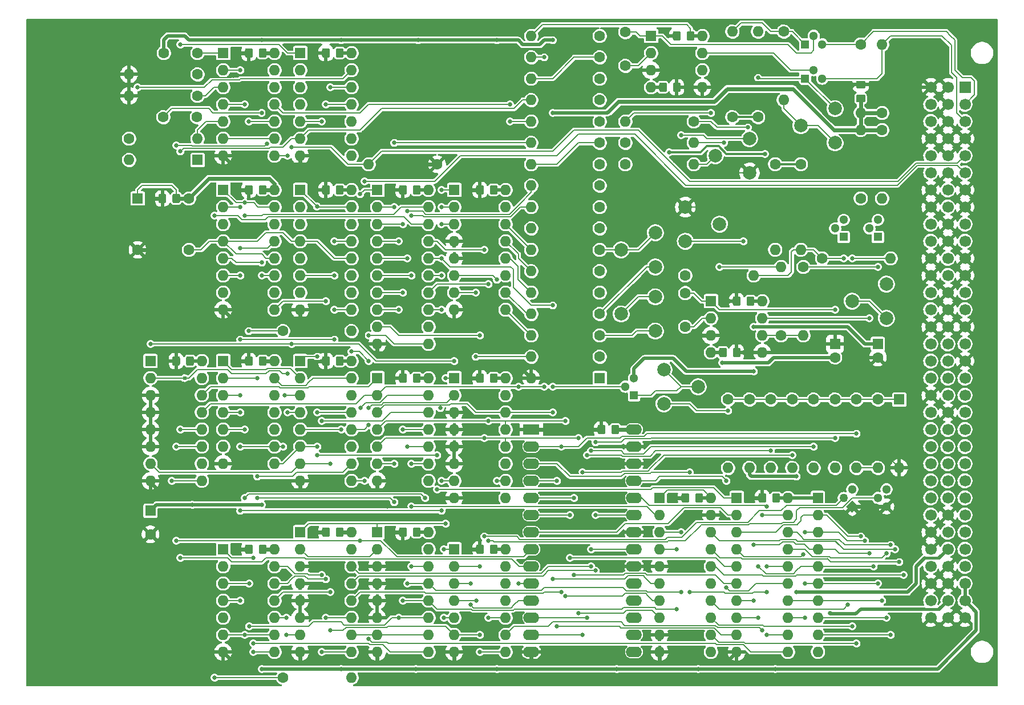
<source format=gbl>
G04 #@! TF.GenerationSoftware,KiCad,Pcbnew,(5.99.0-2039-g05a89863c)*
G04 #@! TF.CreationDate,2020-06-29T23:33:07-06:00*
G04 #@! TF.ProjectId,gfx,6766782e-6b69-4636-9164-5f7063625858,rev?*
G04 #@! TF.SameCoordinates,Original*
G04 #@! TF.FileFunction,Copper,L2,Bot*
G04 #@! TF.FilePolarity,Positive*
%FSLAX46Y46*%
G04 Gerber Fmt 4.6, Leading zero omitted, Abs format (unit mm)*
G04 Created by KiCad (PCBNEW (5.99.0-2039-g05a89863c)) date 2020-06-29 23:33:07*
%MOMM*%
%LPD*%
G01*
G04 APERTURE LIST*
G04 #@! TA.AperFunction,ComponentPad*
%ADD10O,1.600000X1.600000*%
G04 #@! TD*
G04 #@! TA.AperFunction,ComponentPad*
%ADD11C,1.600000*%
G04 #@! TD*
G04 #@! TA.AperFunction,ComponentPad*
%ADD12R,1.600000X1.600000*%
G04 #@! TD*
G04 #@! TA.AperFunction,ComponentPad*
%ADD13C,0.800000*%
G04 #@! TD*
G04 #@! TA.AperFunction,ComponentPad*
%ADD14C,6.400000*%
G04 #@! TD*
G04 #@! TA.AperFunction,ComponentPad*
%ADD15R,1.300000X1.300000*%
G04 #@! TD*
G04 #@! TA.AperFunction,ComponentPad*
%ADD16C,1.300000*%
G04 #@! TD*
G04 #@! TA.AperFunction,ComponentPad*
%ADD17C,1.700000*%
G04 #@! TD*
G04 #@! TA.AperFunction,ComponentPad*
%ADD18R,1.700000X1.700000*%
G04 #@! TD*
G04 #@! TA.AperFunction,ComponentPad*
%ADD19O,2.400000X1.600000*%
G04 #@! TD*
G04 #@! TA.AperFunction,ComponentPad*
%ADD20R,2.400000X1.600000*%
G04 #@! TD*
G04 #@! TA.AperFunction,ComponentPad*
%ADD21C,2.000000*%
G04 #@! TD*
G04 #@! TA.AperFunction,ComponentPad*
%ADD22C,1.270000*%
G04 #@! TD*
G04 #@! TA.AperFunction,ViaPad*
%ADD23C,0.660400*%
G04 #@! TD*
G04 #@! TA.AperFunction,ViaPad*
%ADD24C,0.812800*%
G04 #@! TD*
G04 #@! TA.AperFunction,ViaPad*
%ADD25C,0.609600*%
G04 #@! TD*
G04 #@! TA.AperFunction,Conductor*
%ADD26C,0.203200*%
G04 #@! TD*
G04 #@! TA.AperFunction,Conductor*
%ADD27C,0.152400*%
G04 #@! TD*
G04 #@! TA.AperFunction,Conductor*
%ADD28C,0.609600*%
G04 #@! TD*
G04 #@! TA.AperFunction,Conductor*
%ADD29C,0.508000*%
G04 #@! TD*
G04 #@! TA.AperFunction,Conductor*
%ADD30C,0.381000*%
G04 #@! TD*
G04 #@! TA.AperFunction,Conductor*
%ADD31C,0.304800*%
G04 #@! TD*
G04 APERTURE END LIST*
D10*
X213360000Y-68580000D03*
D11*
X203200000Y-68580000D03*
D10*
X142240000Y-81280000D03*
X134620000Y-96520000D03*
X142240000Y-83820000D03*
X134620000Y-93980000D03*
X142240000Y-86360000D03*
X134620000Y-91440000D03*
X142240000Y-88900000D03*
X134620000Y-88900000D03*
X142240000Y-91440000D03*
X134620000Y-86360000D03*
X142240000Y-93980000D03*
X134620000Y-83820000D03*
X142240000Y-96520000D03*
D12*
X134620000Y-81280000D03*
D10*
X153670000Y-81280000D03*
X146050000Y-99060000D03*
X153670000Y-83820000D03*
X146050000Y-96520000D03*
X153670000Y-86360000D03*
X146050000Y-93980000D03*
X153670000Y-88900000D03*
X146050000Y-91440000D03*
X153670000Y-91440000D03*
X146050000Y-88900000D03*
X153670000Y-93980000D03*
X146050000Y-86360000D03*
X153670000Y-96520000D03*
X146050000Y-83820000D03*
X153670000Y-99060000D03*
D12*
X146050000Y-81280000D03*
D13*
X116697056Y-123302944D03*
X115000000Y-122600000D03*
X113302944Y-123302944D03*
X112600000Y-125000000D03*
X113302944Y-126697056D03*
X115000000Y-127400000D03*
X116697056Y-126697056D03*
X117400000Y-125000000D03*
D14*
X115000000Y-125000000D03*
D13*
X116697056Y-33302944D03*
X115000000Y-32600000D03*
X113302944Y-33302944D03*
X112600000Y-35000000D03*
X113302944Y-36697056D03*
X115000000Y-37400000D03*
X116697056Y-36697056D03*
X117400000Y-35000000D03*
D14*
X115000000Y-35000000D03*
D10*
X153670000Y-76835000D03*
D11*
X143510000Y-76835000D03*
X225425000Y-80740000D03*
D12*
X225425000Y-78740000D03*
D11*
X231775000Y-80740000D03*
D12*
X231775000Y-78740000D03*
D11*
X123825000Y-107005000D03*
D12*
X123825000Y-103505000D03*
G04 #@! TA.AperFunction,SMDPad,CuDef*
G36*
G01*
X210254000Y-80460000D02*
X210254000Y-79560000D01*
G75*
G02*
X210504000Y-79310000I250000J0D01*
G01*
X211154000Y-79310000D01*
G75*
G02*
X211404000Y-79560000I0J-250000D01*
G01*
X211404000Y-80460000D01*
G75*
G02*
X211154000Y-80710000I-250000J0D01*
G01*
X210504000Y-80710000D01*
G75*
G02*
X210254000Y-80460000I0J250000D01*
G01*
G37*
G04 #@! TD.AperFunction*
G04 #@! TA.AperFunction,SMDPad,CuDef*
G36*
G01*
X208204000Y-80460000D02*
X208204000Y-79560000D01*
G75*
G02*
X208454000Y-79310000I250000J0D01*
G01*
X209104000Y-79310000D01*
G75*
G02*
X209354000Y-79560000I0J-250000D01*
G01*
X209354000Y-80460000D01*
G75*
G02*
X209104000Y-80710000I-250000J0D01*
G01*
X208454000Y-80710000D01*
G75*
G02*
X208204000Y-80460000I0J250000D01*
G01*
G37*
G04 #@! TD.AperFunction*
G04 #@! TA.AperFunction,SMDPad,CuDef*
G36*
G01*
X201364000Y-41090000D02*
X201364000Y-40190000D01*
G75*
G02*
X201614000Y-39940000I250000J0D01*
G01*
X202264000Y-39940000D01*
G75*
G02*
X202514000Y-40190000I0J-250000D01*
G01*
X202514000Y-41090000D01*
G75*
G02*
X202264000Y-41340000I-250000J0D01*
G01*
X201614000Y-41340000D01*
G75*
G02*
X201364000Y-41090000I0J250000D01*
G01*
G37*
G04 #@! TD.AperFunction*
G04 #@! TA.AperFunction,SMDPad,CuDef*
G36*
G01*
X199314000Y-41090000D02*
X199314000Y-40190000D01*
G75*
G02*
X199564000Y-39940000I250000J0D01*
G01*
X200214000Y-39940000D01*
G75*
G02*
X200464000Y-40190000I0J-250000D01*
G01*
X200464000Y-41090000D01*
G75*
G02*
X200214000Y-41340000I-250000J0D01*
G01*
X199564000Y-41340000D01*
G75*
G02*
X199314000Y-41090000I0J250000D01*
G01*
G37*
G04 #@! TD.AperFunction*
G04 #@! TA.AperFunction,SMDPad,CuDef*
G36*
G01*
X211386000Y-71940000D02*
X211386000Y-72840000D01*
G75*
G02*
X211136000Y-73090000I-250000J0D01*
G01*
X210486000Y-73090000D01*
G75*
G02*
X210236000Y-72840000I0J250000D01*
G01*
X210236000Y-71940000D01*
G75*
G02*
X210486000Y-71690000I250000J0D01*
G01*
X211136000Y-71690000D01*
G75*
G02*
X211386000Y-71940000I0J-250000D01*
G01*
G37*
G04 #@! TD.AperFunction*
G04 #@! TA.AperFunction,SMDPad,CuDef*
G36*
G01*
X213436000Y-71940000D02*
X213436000Y-72840000D01*
G75*
G02*
X213186000Y-73090000I-250000J0D01*
G01*
X212536000Y-73090000D01*
G75*
G02*
X212286000Y-72840000I0J250000D01*
G01*
X212286000Y-71940000D01*
G75*
G02*
X212536000Y-71690000I250000J0D01*
G01*
X213186000Y-71690000D01*
G75*
G02*
X213436000Y-71940000I0J-250000D01*
G01*
G37*
G04 #@! TD.AperFunction*
G04 #@! TA.AperFunction,SMDPad,CuDef*
G36*
G01*
X202496000Y-32570000D02*
X202496000Y-33470000D01*
G75*
G02*
X202246000Y-33720000I-250000J0D01*
G01*
X201596000Y-33720000D01*
G75*
G02*
X201346000Y-33470000I0J250000D01*
G01*
X201346000Y-32570000D01*
G75*
G02*
X201596000Y-32320000I250000J0D01*
G01*
X202246000Y-32320000D01*
G75*
G02*
X202496000Y-32570000I0J-250000D01*
G01*
G37*
G04 #@! TD.AperFunction*
G04 #@! TA.AperFunction,SMDPad,CuDef*
G36*
G01*
X204546000Y-32570000D02*
X204546000Y-33470000D01*
G75*
G02*
X204296000Y-33720000I-250000J0D01*
G01*
X203646000Y-33720000D01*
G75*
G02*
X203396000Y-33470000I0J250000D01*
G01*
X203396000Y-32570000D01*
G75*
G02*
X203646000Y-32320000I250000J0D01*
G01*
X204296000Y-32320000D01*
G75*
G02*
X204546000Y-32570000I0J-250000D01*
G01*
G37*
G04 #@! TD.AperFunction*
D10*
X176530000Y-109220000D03*
X168910000Y-124460000D03*
X176530000Y-111760000D03*
X168910000Y-121920000D03*
X176530000Y-114300000D03*
X168910000Y-119380000D03*
X176530000Y-116840000D03*
X168910000Y-116840000D03*
X176530000Y-119380000D03*
X168910000Y-114300000D03*
X176530000Y-121920000D03*
X168910000Y-111760000D03*
X176530000Y-124460000D03*
D12*
X168910000Y-109220000D03*
D10*
X165100000Y-106680000D03*
X157480000Y-124460000D03*
X165100000Y-109220000D03*
X157480000Y-121920000D03*
X165100000Y-111760000D03*
X157480000Y-119380000D03*
X165100000Y-114300000D03*
X157480000Y-116840000D03*
X165100000Y-116840000D03*
X157480000Y-114300000D03*
X165100000Y-119380000D03*
X157480000Y-111760000D03*
X165100000Y-121920000D03*
X157480000Y-109220000D03*
X165100000Y-124460000D03*
D12*
X157480000Y-106680000D03*
G04 #@! TA.AperFunction,SMDPad,CuDef*
G36*
G01*
X138996000Y-108770000D02*
X138996000Y-109670000D01*
G75*
G02*
X138746000Y-109920000I-250000J0D01*
G01*
X138096000Y-109920000D01*
G75*
G02*
X137846000Y-109670000I0J250000D01*
G01*
X137846000Y-108770000D01*
G75*
G02*
X138096000Y-108520000I250000J0D01*
G01*
X138746000Y-108520000D01*
G75*
G02*
X138996000Y-108770000I0J-250000D01*
G01*
G37*
G04 #@! TD.AperFunction*
G04 #@! TA.AperFunction,SMDPad,CuDef*
G36*
G01*
X141046000Y-108770000D02*
X141046000Y-109670000D01*
G75*
G02*
X140796000Y-109920000I-250000J0D01*
G01*
X140146000Y-109920000D01*
G75*
G02*
X139896000Y-109670000I0J250000D01*
G01*
X139896000Y-108770000D01*
G75*
G02*
X140146000Y-108520000I250000J0D01*
G01*
X140796000Y-108520000D01*
G75*
G02*
X141046000Y-108770000I0J-250000D01*
G01*
G37*
G04 #@! TD.AperFunction*
D10*
X142240000Y-55880000D03*
X134620000Y-73660000D03*
X142240000Y-58420000D03*
X134620000Y-71120000D03*
X142240000Y-60960000D03*
X134620000Y-68580000D03*
X142240000Y-63500000D03*
X134620000Y-66040000D03*
X142240000Y-66040000D03*
X134620000Y-63500000D03*
X142240000Y-68580000D03*
X134620000Y-60960000D03*
X142240000Y-71120000D03*
X134620000Y-58420000D03*
X142240000Y-73660000D03*
D12*
X134620000Y-55880000D03*
G04 #@! TA.AperFunction,SMDPad,CuDef*
G36*
G01*
X138996000Y-80830000D02*
X138996000Y-81730000D01*
G75*
G02*
X138746000Y-81980000I-250000J0D01*
G01*
X138096000Y-81980000D01*
G75*
G02*
X137846000Y-81730000I0J250000D01*
G01*
X137846000Y-80830000D01*
G75*
G02*
X138096000Y-80580000I250000J0D01*
G01*
X138746000Y-80580000D01*
G75*
G02*
X138996000Y-80830000I0J-250000D01*
G01*
G37*
G04 #@! TD.AperFunction*
G04 #@! TA.AperFunction,SMDPad,CuDef*
G36*
G01*
X141046000Y-80830000D02*
X141046000Y-81730000D01*
G75*
G02*
X140796000Y-81980000I-250000J0D01*
G01*
X140146000Y-81980000D01*
G75*
G02*
X139896000Y-81730000I0J250000D01*
G01*
X139896000Y-80830000D01*
G75*
G02*
X140146000Y-80580000I250000J0D01*
G01*
X140796000Y-80580000D01*
G75*
G02*
X141046000Y-80830000I0J-250000D01*
G01*
G37*
G04 #@! TD.AperFunction*
G04 #@! TA.AperFunction,SMDPad,CuDef*
G36*
G01*
X229685000Y-40825000D02*
X228785000Y-40825000D01*
G75*
G02*
X228535000Y-40575000I0J250000D01*
G01*
X228535000Y-39925000D01*
G75*
G02*
X228785000Y-39675000I250000J0D01*
G01*
X229685000Y-39675000D01*
G75*
G02*
X229935000Y-39925000I0J-250000D01*
G01*
X229935000Y-40575000D01*
G75*
G02*
X229685000Y-40825000I-250000J0D01*
G01*
G37*
G04 #@! TD.AperFunction*
G04 #@! TA.AperFunction,SMDPad,CuDef*
G36*
G01*
X229685000Y-42875000D02*
X228785000Y-42875000D01*
G75*
G02*
X228535000Y-42625000I0J250000D01*
G01*
X228535000Y-41975000D01*
G75*
G02*
X228785000Y-41725000I250000J0D01*
G01*
X229685000Y-41725000D01*
G75*
G02*
X229935000Y-41975000I0J-250000D01*
G01*
X229935000Y-42625000D01*
G75*
G02*
X229685000Y-42875000I-250000J0D01*
G01*
G37*
G04 #@! TD.AperFunction*
G04 #@! TA.AperFunction,SMDPad,CuDef*
G36*
G01*
X215196000Y-101150000D02*
X215196000Y-102050000D01*
G75*
G02*
X214946000Y-102300000I-250000J0D01*
G01*
X214296000Y-102300000D01*
G75*
G02*
X214046000Y-102050000I0J250000D01*
G01*
X214046000Y-101150000D01*
G75*
G02*
X214296000Y-100900000I250000J0D01*
G01*
X214946000Y-100900000D01*
G75*
G02*
X215196000Y-101150000I0J-250000D01*
G01*
G37*
G04 #@! TD.AperFunction*
G04 #@! TA.AperFunction,SMDPad,CuDef*
G36*
G01*
X217246000Y-101150000D02*
X217246000Y-102050000D01*
G75*
G02*
X216996000Y-102300000I-250000J0D01*
G01*
X216346000Y-102300000D01*
G75*
G02*
X216096000Y-102050000I0J250000D01*
G01*
X216096000Y-101150000D01*
G75*
G02*
X216346000Y-100900000I250000J0D01*
G01*
X216996000Y-100900000D01*
G75*
G02*
X217246000Y-101150000I0J-250000D01*
G01*
G37*
G04 #@! TD.AperFunction*
G04 #@! TA.AperFunction,SMDPad,CuDef*
G36*
G01*
X203766000Y-101150000D02*
X203766000Y-102050000D01*
G75*
G02*
X203516000Y-102300000I-250000J0D01*
G01*
X202866000Y-102300000D01*
G75*
G02*
X202616000Y-102050000I0J250000D01*
G01*
X202616000Y-101150000D01*
G75*
G02*
X202866000Y-100900000I250000J0D01*
G01*
X203516000Y-100900000D01*
G75*
G02*
X203766000Y-101150000I0J-250000D01*
G01*
G37*
G04 #@! TD.AperFunction*
G04 #@! TA.AperFunction,SMDPad,CuDef*
G36*
G01*
X205816000Y-101150000D02*
X205816000Y-102050000D01*
G75*
G02*
X205566000Y-102300000I-250000J0D01*
G01*
X204916000Y-102300000D01*
G75*
G02*
X204666000Y-102050000I0J250000D01*
G01*
X204666000Y-101150000D01*
G75*
G02*
X204916000Y-100900000I250000J0D01*
G01*
X205566000Y-100900000D01*
G75*
G02*
X205816000Y-101150000I0J-250000D01*
G01*
G37*
G04 #@! TD.AperFunction*
G04 #@! TA.AperFunction,SMDPad,CuDef*
G36*
G01*
X191320000Y-90990000D02*
X191320000Y-91890000D01*
G75*
G02*
X191070000Y-92140000I-250000J0D01*
G01*
X190420000Y-92140000D01*
G75*
G02*
X190170000Y-91890000I0J250000D01*
G01*
X190170000Y-90990000D01*
G75*
G02*
X190420000Y-90740000I250000J0D01*
G01*
X191070000Y-90740000D01*
G75*
G02*
X191320000Y-90990000I0J-250000D01*
G01*
G37*
G04 #@! TD.AperFunction*
G04 #@! TA.AperFunction,SMDPad,CuDef*
G36*
G01*
X193370000Y-90990000D02*
X193370000Y-91890000D01*
G75*
G02*
X193120000Y-92140000I-250000J0D01*
G01*
X192470000Y-92140000D01*
G75*
G02*
X192220000Y-91890000I0J250000D01*
G01*
X192220000Y-90990000D01*
G75*
G02*
X192470000Y-90740000I250000J0D01*
G01*
X193120000Y-90740000D01*
G75*
G02*
X193370000Y-90990000I0J-250000D01*
G01*
G37*
G04 #@! TD.AperFunction*
G04 #@! TA.AperFunction,SMDPad,CuDef*
G36*
G01*
X161856000Y-106230000D02*
X161856000Y-107130000D01*
G75*
G02*
X161606000Y-107380000I-250000J0D01*
G01*
X160956000Y-107380000D01*
G75*
G02*
X160706000Y-107130000I0J250000D01*
G01*
X160706000Y-106230000D01*
G75*
G02*
X160956000Y-105980000I250000J0D01*
G01*
X161606000Y-105980000D01*
G75*
G02*
X161856000Y-106230000I0J-250000D01*
G01*
G37*
G04 #@! TD.AperFunction*
G04 #@! TA.AperFunction,SMDPad,CuDef*
G36*
G01*
X163906000Y-106230000D02*
X163906000Y-107130000D01*
G75*
G02*
X163656000Y-107380000I-250000J0D01*
G01*
X163006000Y-107380000D01*
G75*
G02*
X162756000Y-107130000I0J250000D01*
G01*
X162756000Y-106230000D01*
G75*
G02*
X163006000Y-105980000I250000J0D01*
G01*
X163656000Y-105980000D01*
G75*
G02*
X163906000Y-106230000I0J-250000D01*
G01*
G37*
G04 #@! TD.AperFunction*
G04 #@! TA.AperFunction,SMDPad,CuDef*
G36*
G01*
X173286000Y-83370000D02*
X173286000Y-84270000D01*
G75*
G02*
X173036000Y-84520000I-250000J0D01*
G01*
X172386000Y-84520000D01*
G75*
G02*
X172136000Y-84270000I0J250000D01*
G01*
X172136000Y-83370000D01*
G75*
G02*
X172386000Y-83120000I250000J0D01*
G01*
X173036000Y-83120000D01*
G75*
G02*
X173286000Y-83370000I0J-250000D01*
G01*
G37*
G04 #@! TD.AperFunction*
G04 #@! TA.AperFunction,SMDPad,CuDef*
G36*
G01*
X175336000Y-83370000D02*
X175336000Y-84270000D01*
G75*
G02*
X175086000Y-84520000I-250000J0D01*
G01*
X174436000Y-84520000D01*
G75*
G02*
X174186000Y-84270000I0J250000D01*
G01*
X174186000Y-83370000D01*
G75*
G02*
X174436000Y-83120000I250000J0D01*
G01*
X175086000Y-83120000D01*
G75*
G02*
X175336000Y-83370000I0J-250000D01*
G01*
G37*
G04 #@! TD.AperFunction*
G04 #@! TA.AperFunction,SMDPad,CuDef*
G36*
G01*
X173286000Y-55430000D02*
X173286000Y-56330000D01*
G75*
G02*
X173036000Y-56580000I-250000J0D01*
G01*
X172386000Y-56580000D01*
G75*
G02*
X172136000Y-56330000I0J250000D01*
G01*
X172136000Y-55430000D01*
G75*
G02*
X172386000Y-55180000I250000J0D01*
G01*
X173036000Y-55180000D01*
G75*
G02*
X173286000Y-55430000I0J-250000D01*
G01*
G37*
G04 #@! TD.AperFunction*
G04 #@! TA.AperFunction,SMDPad,CuDef*
G36*
G01*
X175336000Y-55430000D02*
X175336000Y-56330000D01*
G75*
G02*
X175086000Y-56580000I-250000J0D01*
G01*
X174436000Y-56580000D01*
G75*
G02*
X174186000Y-56330000I0J250000D01*
G01*
X174186000Y-55430000D01*
G75*
G02*
X174436000Y-55180000I250000J0D01*
G01*
X175086000Y-55180000D01*
G75*
G02*
X175336000Y-55430000I0J-250000D01*
G01*
G37*
G04 #@! TD.AperFunction*
G04 #@! TA.AperFunction,SMDPad,CuDef*
G36*
G01*
X150426000Y-106230000D02*
X150426000Y-107130000D01*
G75*
G02*
X150176000Y-107380000I-250000J0D01*
G01*
X149526000Y-107380000D01*
G75*
G02*
X149276000Y-107130000I0J250000D01*
G01*
X149276000Y-106230000D01*
G75*
G02*
X149526000Y-105980000I250000J0D01*
G01*
X150176000Y-105980000D01*
G75*
G02*
X150426000Y-106230000I0J-250000D01*
G01*
G37*
G04 #@! TD.AperFunction*
G04 #@! TA.AperFunction,SMDPad,CuDef*
G36*
G01*
X152476000Y-106230000D02*
X152476000Y-107130000D01*
G75*
G02*
X152226000Y-107380000I-250000J0D01*
G01*
X151576000Y-107380000D01*
G75*
G02*
X151326000Y-107130000I0J250000D01*
G01*
X151326000Y-106230000D01*
G75*
G02*
X151576000Y-105980000I250000J0D01*
G01*
X152226000Y-105980000D01*
G75*
G02*
X152476000Y-106230000I0J-250000D01*
G01*
G37*
G04 #@! TD.AperFunction*
G04 #@! TA.AperFunction,SMDPad,CuDef*
G36*
G01*
X161856000Y-83370000D02*
X161856000Y-84270000D01*
G75*
G02*
X161606000Y-84520000I-250000J0D01*
G01*
X160956000Y-84520000D01*
G75*
G02*
X160706000Y-84270000I0J250000D01*
G01*
X160706000Y-83370000D01*
G75*
G02*
X160956000Y-83120000I250000J0D01*
G01*
X161606000Y-83120000D01*
G75*
G02*
X161856000Y-83370000I0J-250000D01*
G01*
G37*
G04 #@! TD.AperFunction*
G04 #@! TA.AperFunction,SMDPad,CuDef*
G36*
G01*
X163906000Y-83370000D02*
X163906000Y-84270000D01*
G75*
G02*
X163656000Y-84520000I-250000J0D01*
G01*
X163006000Y-84520000D01*
G75*
G02*
X162756000Y-84270000I0J250000D01*
G01*
X162756000Y-83370000D01*
G75*
G02*
X163006000Y-83120000I250000J0D01*
G01*
X163656000Y-83120000D01*
G75*
G02*
X163906000Y-83370000I0J-250000D01*
G01*
G37*
G04 #@! TD.AperFunction*
G04 #@! TA.AperFunction,SMDPad,CuDef*
G36*
G01*
X161856000Y-55430000D02*
X161856000Y-56330000D01*
G75*
G02*
X161606000Y-56580000I-250000J0D01*
G01*
X160956000Y-56580000D01*
G75*
G02*
X160706000Y-56330000I0J250000D01*
G01*
X160706000Y-55430000D01*
G75*
G02*
X160956000Y-55180000I250000J0D01*
G01*
X161606000Y-55180000D01*
G75*
G02*
X161856000Y-55430000I0J-250000D01*
G01*
G37*
G04 #@! TD.AperFunction*
G04 #@! TA.AperFunction,SMDPad,CuDef*
G36*
G01*
X163906000Y-55430000D02*
X163906000Y-56330000D01*
G75*
G02*
X163656000Y-56580000I-250000J0D01*
G01*
X163006000Y-56580000D01*
G75*
G02*
X162756000Y-56330000I0J250000D01*
G01*
X162756000Y-55430000D01*
G75*
G02*
X163006000Y-55180000I250000J0D01*
G01*
X163656000Y-55180000D01*
G75*
G02*
X163906000Y-55430000I0J-250000D01*
G01*
G37*
G04 #@! TD.AperFunction*
G04 #@! TA.AperFunction,SMDPad,CuDef*
G36*
G01*
X150426000Y-80830000D02*
X150426000Y-81730000D01*
G75*
G02*
X150176000Y-81980000I-250000J0D01*
G01*
X149526000Y-81980000D01*
G75*
G02*
X149276000Y-81730000I0J250000D01*
G01*
X149276000Y-80830000D01*
G75*
G02*
X149526000Y-80580000I250000J0D01*
G01*
X150176000Y-80580000D01*
G75*
G02*
X150426000Y-80830000I0J-250000D01*
G01*
G37*
G04 #@! TD.AperFunction*
G04 #@! TA.AperFunction,SMDPad,CuDef*
G36*
G01*
X152476000Y-80830000D02*
X152476000Y-81730000D01*
G75*
G02*
X152226000Y-81980000I-250000J0D01*
G01*
X151576000Y-81980000D01*
G75*
G02*
X151326000Y-81730000I0J250000D01*
G01*
X151326000Y-80830000D01*
G75*
G02*
X151576000Y-80580000I250000J0D01*
G01*
X152226000Y-80580000D01*
G75*
G02*
X152476000Y-80830000I0J-250000D01*
G01*
G37*
G04 #@! TD.AperFunction*
G04 #@! TA.AperFunction,SMDPad,CuDef*
G36*
G01*
X150426000Y-55430000D02*
X150426000Y-56330000D01*
G75*
G02*
X150176000Y-56580000I-250000J0D01*
G01*
X149526000Y-56580000D01*
G75*
G02*
X149276000Y-56330000I0J250000D01*
G01*
X149276000Y-55430000D01*
G75*
G02*
X149526000Y-55180000I250000J0D01*
G01*
X150176000Y-55180000D01*
G75*
G02*
X150426000Y-55430000I0J-250000D01*
G01*
G37*
G04 #@! TD.AperFunction*
G04 #@! TA.AperFunction,SMDPad,CuDef*
G36*
G01*
X152476000Y-55430000D02*
X152476000Y-56330000D01*
G75*
G02*
X152226000Y-56580000I-250000J0D01*
G01*
X151576000Y-56580000D01*
G75*
G02*
X151326000Y-56330000I0J250000D01*
G01*
X151326000Y-55430000D01*
G75*
G02*
X151576000Y-55180000I250000J0D01*
G01*
X152226000Y-55180000D01*
G75*
G02*
X152476000Y-55430000I0J-250000D01*
G01*
G37*
G04 #@! TD.AperFunction*
G04 #@! TA.AperFunction,SMDPad,CuDef*
G36*
G01*
X150426000Y-35110000D02*
X150426000Y-36010000D01*
G75*
G02*
X150176000Y-36260000I-250000J0D01*
G01*
X149526000Y-36260000D01*
G75*
G02*
X149276000Y-36010000I0J250000D01*
G01*
X149276000Y-35110000D01*
G75*
G02*
X149526000Y-34860000I250000J0D01*
G01*
X150176000Y-34860000D01*
G75*
G02*
X150426000Y-35110000I0J-250000D01*
G01*
G37*
G04 #@! TD.AperFunction*
G04 #@! TA.AperFunction,SMDPad,CuDef*
G36*
G01*
X152476000Y-35110000D02*
X152476000Y-36010000D01*
G75*
G02*
X152226000Y-36260000I-250000J0D01*
G01*
X151576000Y-36260000D01*
G75*
G02*
X151326000Y-36010000I0J250000D01*
G01*
X151326000Y-35110000D01*
G75*
G02*
X151576000Y-34860000I250000J0D01*
G01*
X152226000Y-34860000D01*
G75*
G02*
X152476000Y-35110000I0J-250000D01*
G01*
G37*
G04 #@! TD.AperFunction*
G04 #@! TA.AperFunction,SMDPad,CuDef*
G36*
G01*
X173286000Y-108770000D02*
X173286000Y-109670000D01*
G75*
G02*
X173036000Y-109920000I-250000J0D01*
G01*
X172386000Y-109920000D01*
G75*
G02*
X172136000Y-109670000I0J250000D01*
G01*
X172136000Y-108770000D01*
G75*
G02*
X172386000Y-108520000I250000J0D01*
G01*
X173036000Y-108520000D01*
G75*
G02*
X173286000Y-108770000I0J-250000D01*
G01*
G37*
G04 #@! TD.AperFunction*
G04 #@! TA.AperFunction,SMDPad,CuDef*
G36*
G01*
X175336000Y-108770000D02*
X175336000Y-109670000D01*
G75*
G02*
X175086000Y-109920000I-250000J0D01*
G01*
X174436000Y-109920000D01*
G75*
G02*
X174186000Y-109670000I0J250000D01*
G01*
X174186000Y-108770000D01*
G75*
G02*
X174436000Y-108520000I250000J0D01*
G01*
X175086000Y-108520000D01*
G75*
G02*
X175336000Y-108770000I0J-250000D01*
G01*
G37*
G04 #@! TD.AperFunction*
G04 #@! TA.AperFunction,SMDPad,CuDef*
G36*
G01*
X138996000Y-55430000D02*
X138996000Y-56330000D01*
G75*
G02*
X138746000Y-56580000I-250000J0D01*
G01*
X138096000Y-56580000D01*
G75*
G02*
X137846000Y-56330000I0J250000D01*
G01*
X137846000Y-55430000D01*
G75*
G02*
X138096000Y-55180000I250000J0D01*
G01*
X138746000Y-55180000D01*
G75*
G02*
X138996000Y-55430000I0J-250000D01*
G01*
G37*
G04 #@! TD.AperFunction*
G04 #@! TA.AperFunction,SMDPad,CuDef*
G36*
G01*
X141046000Y-55430000D02*
X141046000Y-56330000D01*
G75*
G02*
X140796000Y-56580000I-250000J0D01*
G01*
X140146000Y-56580000D01*
G75*
G02*
X139896000Y-56330000I0J250000D01*
G01*
X139896000Y-55430000D01*
G75*
G02*
X140146000Y-55180000I250000J0D01*
G01*
X140796000Y-55180000D01*
G75*
G02*
X141046000Y-55430000I0J-250000D01*
G01*
G37*
G04 #@! TD.AperFunction*
G04 #@! TA.AperFunction,SMDPad,CuDef*
G36*
G01*
X138996000Y-35110000D02*
X138996000Y-36010000D01*
G75*
G02*
X138746000Y-36260000I-250000J0D01*
G01*
X138096000Y-36260000D01*
G75*
G02*
X137846000Y-36010000I0J250000D01*
G01*
X137846000Y-35110000D01*
G75*
G02*
X138096000Y-34860000I250000J0D01*
G01*
X138746000Y-34860000D01*
G75*
G02*
X138996000Y-35110000I0J-250000D01*
G01*
G37*
G04 #@! TD.AperFunction*
G04 #@! TA.AperFunction,SMDPad,CuDef*
G36*
G01*
X141046000Y-35110000D02*
X141046000Y-36010000D01*
G75*
G02*
X140796000Y-36260000I-250000J0D01*
G01*
X140146000Y-36260000D01*
G75*
G02*
X139896000Y-36010000I0J250000D01*
G01*
X139896000Y-35110000D01*
G75*
G02*
X140146000Y-34860000I250000J0D01*
G01*
X140796000Y-34860000D01*
G75*
G02*
X141046000Y-35110000I0J-250000D01*
G01*
G37*
G04 #@! TD.AperFunction*
G04 #@! TA.AperFunction,SMDPad,CuDef*
G36*
G01*
X128201000Y-80830000D02*
X128201000Y-81730000D01*
G75*
G02*
X127951000Y-81980000I-250000J0D01*
G01*
X127301000Y-81980000D01*
G75*
G02*
X127051000Y-81730000I0J250000D01*
G01*
X127051000Y-80830000D01*
G75*
G02*
X127301000Y-80580000I250000J0D01*
G01*
X127951000Y-80580000D01*
G75*
G02*
X128201000Y-80830000I0J-250000D01*
G01*
G37*
G04 #@! TD.AperFunction*
G04 #@! TA.AperFunction,SMDPad,CuDef*
G36*
G01*
X130251000Y-80830000D02*
X130251000Y-81730000D01*
G75*
G02*
X130001000Y-81980000I-250000J0D01*
G01*
X129351000Y-81980000D01*
G75*
G02*
X129101000Y-81730000I0J250000D01*
G01*
X129101000Y-80830000D01*
G75*
G02*
X129351000Y-80580000I250000J0D01*
G01*
X130001000Y-80580000D01*
G75*
G02*
X130251000Y-80830000I0J-250000D01*
G01*
G37*
G04 #@! TD.AperFunction*
G04 #@! TA.AperFunction,SMDPad,CuDef*
G36*
G01*
X126160000Y-56700000D02*
X126160000Y-57600000D01*
G75*
G02*
X125910000Y-57850000I-250000J0D01*
G01*
X125260000Y-57850000D01*
G75*
G02*
X125010000Y-57600000I0J250000D01*
G01*
X125010000Y-56700000D01*
G75*
G02*
X125260000Y-56450000I250000J0D01*
G01*
X125910000Y-56450000D01*
G75*
G02*
X126160000Y-56700000I0J-250000D01*
G01*
G37*
G04 #@! TD.AperFunction*
G04 #@! TA.AperFunction,SMDPad,CuDef*
G36*
G01*
X128210000Y-56700000D02*
X128210000Y-57600000D01*
G75*
G02*
X127960000Y-57850000I-250000J0D01*
G01*
X127310000Y-57850000D01*
G75*
G02*
X127060000Y-57600000I0J250000D01*
G01*
X127060000Y-56700000D01*
G75*
G02*
X127310000Y-56450000I250000J0D01*
G01*
X127960000Y-56450000D01*
G75*
G02*
X128210000Y-56700000I0J-250000D01*
G01*
G37*
G04 #@! TD.AperFunction*
D15*
X195580000Y-86360000D03*
D16*
X195580000Y-83820000D03*
X194310000Y-85090000D03*
D10*
X153670000Y-35560000D03*
X146050000Y-50800000D03*
X153670000Y-38100000D03*
X146050000Y-48260000D03*
X153670000Y-40640000D03*
X146050000Y-45720000D03*
X153670000Y-43180000D03*
X146050000Y-43180000D03*
X153670000Y-45720000D03*
X146050000Y-40640000D03*
X153670000Y-48260000D03*
X146050000Y-38100000D03*
X153670000Y-50800000D03*
D12*
X146050000Y-35560000D03*
D10*
X142240000Y-109220000D03*
X134620000Y-124460000D03*
X142240000Y-111760000D03*
X134620000Y-121920000D03*
X142240000Y-114300000D03*
X134620000Y-119380000D03*
X142240000Y-116840000D03*
X134620000Y-116840000D03*
X142240000Y-119380000D03*
X134620000Y-114300000D03*
X142240000Y-121920000D03*
X134620000Y-111760000D03*
X142240000Y-124460000D03*
D12*
X134620000Y-109220000D03*
D10*
X222885000Y-124460000D03*
X222885000Y-121920000D03*
X222885000Y-119380000D03*
X222885000Y-116840000D03*
X222885000Y-114300000D03*
X222885000Y-111760000D03*
X222885000Y-109220000D03*
X222885000Y-106680000D03*
X222885000Y-104140000D03*
D12*
X222885000Y-101600000D03*
D17*
X242160000Y-119370000D03*
X244700000Y-119370000D03*
X242160000Y-116830000D03*
X244700000Y-116830000D03*
X242160000Y-114290000D03*
X244700000Y-114290000D03*
X242160000Y-111750000D03*
X244700000Y-111750000D03*
X242160000Y-109210000D03*
X244700000Y-109210000D03*
X242160000Y-106670000D03*
X244700000Y-106670000D03*
X242160000Y-104130000D03*
X244700000Y-104130000D03*
X242160000Y-101590000D03*
X244700000Y-101590000D03*
X242160000Y-99050000D03*
X244700000Y-99050000D03*
X242160000Y-96510000D03*
X244700000Y-96510000D03*
X242160000Y-93970000D03*
X244700000Y-93970000D03*
X242160000Y-91430000D03*
X244700000Y-91430000D03*
X242160000Y-88890000D03*
X244700000Y-88890000D03*
X242160000Y-86350000D03*
X244700000Y-86350000D03*
X242160000Y-83810000D03*
X244700000Y-83810000D03*
X242160000Y-81270000D03*
X244700000Y-81270000D03*
X242160000Y-78730000D03*
X244700000Y-78730000D03*
X242160000Y-76190000D03*
X244700000Y-76190000D03*
X242160000Y-73650000D03*
X244700000Y-73650000D03*
X242160000Y-71110000D03*
X244700000Y-71110000D03*
X242160000Y-68570000D03*
X244700000Y-68570000D03*
X242160000Y-66030000D03*
X244700000Y-66030000D03*
X242160000Y-63490000D03*
X244700000Y-63490000D03*
X242160000Y-60950000D03*
X244700000Y-60950000D03*
X242160000Y-58410000D03*
X244700000Y-58410000D03*
X242160000Y-55870000D03*
X244700000Y-55870000D03*
X242160000Y-53330000D03*
X244700000Y-53330000D03*
X242160000Y-50790000D03*
X244700000Y-50790000D03*
X242160000Y-48250000D03*
X244700000Y-48250000D03*
X242160000Y-45710000D03*
X244700000Y-45710000D03*
X242160000Y-43170000D03*
X244700000Y-43170000D03*
X242160000Y-40630000D03*
D18*
X244700000Y-40630000D03*
D17*
X239620000Y-104130000D03*
X239620000Y-101590000D03*
X239620000Y-106670000D03*
X239620000Y-53330000D03*
X239620000Y-50790000D03*
X239620000Y-40630000D03*
X239620000Y-76190000D03*
X239620000Y-73650000D03*
X239620000Y-48250000D03*
X239620000Y-45710000D03*
X239620000Y-43170000D03*
X239620000Y-83810000D03*
X239620000Y-116830000D03*
X239620000Y-66030000D03*
X239620000Y-63490000D03*
X239620000Y-96510000D03*
X239620000Y-93970000D03*
X239620000Y-99050000D03*
X239620000Y-88890000D03*
X239620000Y-86350000D03*
X239620000Y-60950000D03*
X239620000Y-58410000D03*
X239620000Y-55870000D03*
X239620000Y-81270000D03*
X239620000Y-78730000D03*
X239620000Y-111750000D03*
X239620000Y-109210000D03*
X239620000Y-114290000D03*
X239620000Y-71110000D03*
X239620000Y-68570000D03*
X239620000Y-91430000D03*
X239620000Y-119370000D03*
D10*
X214630000Y-72390000D03*
X207010000Y-80010000D03*
X214630000Y-74930000D03*
X207010000Y-77470000D03*
X214630000Y-77470000D03*
X207010000Y-74930000D03*
X214630000Y-80010000D03*
D12*
X207010000Y-72390000D03*
D10*
X205740000Y-33020000D03*
X198120000Y-40640000D03*
X205740000Y-35560000D03*
X198120000Y-38100000D03*
X205740000Y-38100000D03*
X198120000Y-35560000D03*
X205740000Y-40640000D03*
D12*
X198120000Y-33020000D03*
D19*
X195580000Y-91440000D03*
X180340000Y-124460000D03*
X195580000Y-93980000D03*
X180340000Y-121920000D03*
X195580000Y-96520000D03*
X180340000Y-119380000D03*
X195580000Y-99060000D03*
X180340000Y-116840000D03*
X195580000Y-101600000D03*
X180340000Y-114300000D03*
X195580000Y-104140000D03*
X180340000Y-111760000D03*
X195580000Y-106680000D03*
X180340000Y-109220000D03*
X195580000Y-109220000D03*
X180340000Y-106680000D03*
X195580000Y-111760000D03*
X180340000Y-104140000D03*
X195580000Y-114300000D03*
X180340000Y-101600000D03*
X195580000Y-116840000D03*
X180340000Y-99060000D03*
X195580000Y-119380000D03*
X180340000Y-96520000D03*
X195580000Y-121920000D03*
X180340000Y-93980000D03*
X195580000Y-124460000D03*
D20*
X180340000Y-91440000D03*
D10*
X176530000Y-55880000D03*
X168910000Y-73660000D03*
X176530000Y-58420000D03*
X168910000Y-71120000D03*
X176530000Y-60960000D03*
X168910000Y-68580000D03*
X176530000Y-63500000D03*
X168910000Y-66040000D03*
X176530000Y-66040000D03*
X168910000Y-63500000D03*
X176530000Y-68580000D03*
X168910000Y-60960000D03*
X176530000Y-71120000D03*
X168910000Y-58420000D03*
X176530000Y-73660000D03*
D12*
X168910000Y-55880000D03*
D10*
X218440000Y-101600000D03*
X210820000Y-124460000D03*
X218440000Y-104140000D03*
X210820000Y-121920000D03*
X218440000Y-106680000D03*
X210820000Y-119380000D03*
X218440000Y-109220000D03*
X210820000Y-116840000D03*
X218440000Y-111760000D03*
X210820000Y-114300000D03*
X218440000Y-114300000D03*
X210820000Y-111760000D03*
X218440000Y-116840000D03*
X210820000Y-109220000D03*
X218440000Y-119380000D03*
X210820000Y-106680000D03*
X218440000Y-121920000D03*
X210820000Y-104140000D03*
X218440000Y-124460000D03*
D12*
X210820000Y-101600000D03*
D10*
X207010000Y-101600000D03*
X199390000Y-124460000D03*
X207010000Y-104140000D03*
X199390000Y-121920000D03*
X207010000Y-106680000D03*
X199390000Y-119380000D03*
X207010000Y-109220000D03*
X199390000Y-116840000D03*
X207010000Y-111760000D03*
X199390000Y-114300000D03*
X207010000Y-114300000D03*
X199390000Y-111760000D03*
X207010000Y-116840000D03*
X199390000Y-109220000D03*
X207010000Y-119380000D03*
X199390000Y-106680000D03*
X207010000Y-121920000D03*
X199390000Y-104140000D03*
X207010000Y-124460000D03*
D12*
X199390000Y-101600000D03*
D10*
X165100000Y-55880000D03*
X157480000Y-78740000D03*
X165100000Y-58420000D03*
X157480000Y-76200000D03*
X165100000Y-60960000D03*
X157480000Y-73660000D03*
X165100000Y-63500000D03*
X157480000Y-71120000D03*
X165100000Y-66040000D03*
X157480000Y-68580000D03*
X165100000Y-68580000D03*
X157480000Y-66040000D03*
X165100000Y-71120000D03*
X157480000Y-63500000D03*
X165100000Y-73660000D03*
X157480000Y-60960000D03*
X165100000Y-76200000D03*
X157480000Y-58420000D03*
X165100000Y-78740000D03*
D12*
X157480000Y-55880000D03*
D10*
X153670000Y-106680000D03*
X146050000Y-124460000D03*
X153670000Y-109220000D03*
X146050000Y-121920000D03*
X153670000Y-111760000D03*
X146050000Y-119380000D03*
X153670000Y-114300000D03*
X146050000Y-116840000D03*
X153670000Y-116840000D03*
X146050000Y-114300000D03*
X153670000Y-119380000D03*
X146050000Y-111760000D03*
X153670000Y-121920000D03*
X146050000Y-109220000D03*
X153670000Y-124460000D03*
D12*
X146050000Y-106680000D03*
D10*
X176530000Y-83820000D03*
X168910000Y-101600000D03*
X176530000Y-86360000D03*
X168910000Y-99060000D03*
X176530000Y-88900000D03*
X168910000Y-96520000D03*
X176530000Y-91440000D03*
X168910000Y-93980000D03*
X176530000Y-93980000D03*
X168910000Y-91440000D03*
X176530000Y-96520000D03*
X168910000Y-88900000D03*
X176530000Y-99060000D03*
X168910000Y-86360000D03*
X176530000Y-101600000D03*
D12*
X168910000Y-83820000D03*
D10*
X153670000Y-55880000D03*
X146050000Y-73660000D03*
X153670000Y-58420000D03*
X146050000Y-71120000D03*
X153670000Y-60960000D03*
X146050000Y-68580000D03*
X153670000Y-63500000D03*
X146050000Y-66040000D03*
X153670000Y-66040000D03*
X146050000Y-63500000D03*
X153670000Y-68580000D03*
X146050000Y-60960000D03*
X153670000Y-71120000D03*
X146050000Y-58420000D03*
X153670000Y-73660000D03*
D12*
X146050000Y-55880000D03*
D10*
X165100000Y-83820000D03*
X157480000Y-99060000D03*
X165100000Y-86360000D03*
X157480000Y-96520000D03*
X165100000Y-88900000D03*
X157480000Y-93980000D03*
X165100000Y-91440000D03*
X157480000Y-91440000D03*
X165100000Y-93980000D03*
X157480000Y-88900000D03*
X165100000Y-96520000D03*
X157480000Y-86360000D03*
X165100000Y-99060000D03*
D12*
X157480000Y-83820000D03*
D10*
X131445000Y-81280000D03*
X123825000Y-99060000D03*
X131445000Y-83820000D03*
X123825000Y-96520000D03*
X131445000Y-86360000D03*
X123825000Y-93980000D03*
X131445000Y-88900000D03*
X123825000Y-91440000D03*
X131445000Y-91440000D03*
X123825000Y-88900000D03*
X131445000Y-93980000D03*
X123825000Y-86360000D03*
X131445000Y-96520000D03*
X123825000Y-83820000D03*
X131445000Y-99060000D03*
D12*
X123825000Y-81280000D03*
D10*
X142240000Y-35560000D03*
X134620000Y-50800000D03*
X142240000Y-38100000D03*
X134620000Y-48260000D03*
X142240000Y-40640000D03*
X134620000Y-45720000D03*
X142240000Y-43180000D03*
X134620000Y-43180000D03*
X142240000Y-45720000D03*
X134620000Y-40640000D03*
X142240000Y-48260000D03*
X134620000Y-38100000D03*
X142240000Y-50800000D03*
D12*
X134620000Y-35560000D03*
D11*
X121920000Y-64770000D03*
X129540000Y-64770000D03*
X129540000Y-57150000D03*
D12*
X121920000Y-57150000D03*
D21*
X203200000Y-63500000D03*
X208280000Y-60960000D03*
X203200000Y-58420000D03*
X233045000Y-69850000D03*
X227965000Y-72390000D03*
X233045000Y-74930000D03*
X200025000Y-87630000D03*
X205105000Y-85090000D03*
X200025000Y-82550000D03*
X212725000Y-48260000D03*
X207645000Y-50800000D03*
X212725000Y-53340000D03*
X225425000Y-43815000D03*
X220345000Y-46355000D03*
X225425000Y-48895000D03*
X198755000Y-71755000D03*
X193675000Y-74295000D03*
X198755000Y-76835000D03*
X198755000Y-62230000D03*
X193675000Y-64770000D03*
X198755000Y-67310000D03*
D10*
X232410000Y-57150000D03*
D11*
X232410000Y-46990000D03*
D10*
X232410000Y-34290000D03*
D11*
X232410000Y-44450000D03*
D10*
X216535000Y-64770000D03*
D11*
X216535000Y-52070000D03*
D10*
X220345000Y-64770000D03*
D11*
X220345000Y-52070000D03*
D10*
X233680000Y-66040000D03*
D11*
X223520000Y-66040000D03*
D10*
X229235000Y-46990000D03*
D11*
X229235000Y-57150000D03*
D10*
X209550000Y-97155000D03*
D11*
X209550000Y-86995000D03*
D10*
X217424000Y-67310000D03*
D11*
X217424000Y-77470000D03*
D10*
X220726000Y-77470000D03*
D11*
X220726000Y-67310000D03*
D10*
X231775000Y-97155000D03*
D11*
X231775000Y-86995000D03*
D10*
X228600000Y-97155000D03*
D11*
X228600000Y-86995000D03*
D10*
X225425000Y-97155000D03*
D11*
X225425000Y-86995000D03*
D10*
X222250000Y-97155000D03*
D11*
X222250000Y-86995000D03*
D10*
X219075000Y-97155000D03*
D11*
X219075000Y-86995000D03*
D10*
X215900000Y-97155000D03*
D11*
X215900000Y-86995000D03*
D10*
X212725000Y-97155000D03*
D11*
X212725000Y-86995000D03*
D10*
X213995000Y-32385000D03*
D11*
X213995000Y-45085000D03*
D10*
X210185000Y-32385000D03*
D11*
X210185000Y-45085000D03*
D10*
X217805000Y-42545000D03*
D11*
X217805000Y-32385000D03*
D10*
X229235000Y-44450000D03*
D11*
X229235000Y-34290000D03*
D10*
X180340000Y-33020000D03*
D11*
X190500000Y-33020000D03*
D10*
X204470000Y-52070000D03*
D11*
X194310000Y-52070000D03*
D10*
X194310000Y-45720000D03*
D11*
X204470000Y-45720000D03*
D10*
X204470000Y-48895000D03*
D11*
X194310000Y-48895000D03*
D10*
X180340000Y-80645000D03*
D11*
X190500000Y-80645000D03*
D10*
X180340000Y-77470000D03*
D11*
X190500000Y-77470000D03*
D10*
X180340000Y-74295000D03*
D11*
X190500000Y-74295000D03*
D10*
X180340000Y-71120000D03*
D11*
X190500000Y-71120000D03*
D10*
X180340000Y-67945000D03*
D11*
X190500000Y-67945000D03*
D10*
X180340000Y-64770000D03*
D11*
X190500000Y-64770000D03*
D10*
X180340000Y-61595000D03*
D11*
X190500000Y-61595000D03*
D10*
X180340000Y-58420000D03*
D11*
X190500000Y-58420000D03*
D10*
X180340000Y-55245000D03*
D11*
X190500000Y-55245000D03*
D10*
X180340000Y-52070000D03*
D11*
X190500000Y-52070000D03*
D10*
X180340000Y-48895000D03*
D11*
X190500000Y-48895000D03*
D10*
X180340000Y-45720000D03*
D11*
X190500000Y-45720000D03*
D10*
X180340000Y-42545000D03*
D11*
X190500000Y-42545000D03*
D10*
X180340000Y-39370000D03*
D11*
X190500000Y-39370000D03*
D10*
X180340000Y-36195000D03*
D11*
X190500000Y-36195000D03*
D10*
X153670000Y-128270000D03*
D11*
X143510000Y-128270000D03*
D10*
X156210000Y-52070000D03*
D11*
X166370000Y-52070000D03*
D10*
X130810000Y-48260000D03*
D11*
X120650000Y-48260000D03*
D10*
X120650000Y-41910000D03*
D11*
X130810000Y-41910000D03*
D10*
X120650000Y-38735000D03*
D11*
X130810000Y-38735000D03*
D15*
X231775000Y-62865000D03*
D16*
X231775000Y-60325000D03*
X230505000Y-61595000D03*
D15*
X226695000Y-62865000D03*
D16*
X226695000Y-60325000D03*
X225425000Y-61595000D03*
D15*
X220980000Y-39370000D03*
D16*
X223520000Y-39370000D03*
X222250000Y-38100000D03*
D15*
X220980000Y-34290000D03*
D16*
X223520000Y-34290000D03*
X222250000Y-33020000D03*
X233045000Y-102870000D03*
X233045000Y-100330000D03*
X231775000Y-101600000D03*
D22*
X226695000Y-101600000D03*
D16*
X227965000Y-100330000D03*
G04 #@! TA.AperFunction,ComponentPad*
G36*
X228863026Y-102870000D02*
G01*
X227965000Y-103768026D01*
X227066974Y-102870000D01*
X227965000Y-101971974D01*
X228863026Y-102870000D01*
G37*
G04 #@! TD.AperFunction*
D10*
X234950000Y-97155000D03*
D12*
X234950000Y-86995000D03*
D10*
X180340000Y-83820000D03*
D12*
X190500000Y-83820000D03*
D10*
X120650000Y-51435000D03*
D12*
X130810000Y-51435000D03*
D11*
X203200000Y-71200000D03*
X203200000Y-76200000D03*
X194310000Y-32465000D03*
X194310000Y-37465000D03*
X130730000Y-45085000D03*
X125730000Y-45085000D03*
X130810000Y-35560000D03*
X125810000Y-35560000D03*
D23*
X208915000Y-48895000D03*
X155575000Y-54610000D03*
X160020000Y-58420000D03*
X160020000Y-48895000D03*
X167005000Y-66040000D03*
X167005000Y-103505000D03*
X173990000Y-119380000D03*
X140309600Y-44450000D03*
X140335000Y-66675000D03*
X138455400Y-120650000D03*
X160020000Y-102235000D03*
X139700000Y-101600000D03*
X164592000Y-101600000D03*
X123825000Y-57150000D03*
X137160000Y-78105000D03*
X153670000Y-53340000D03*
D24*
X136144000Y-38836600D03*
D25*
X128905000Y-83820000D03*
D23*
X128270000Y-110490000D03*
X127635000Y-107950000D03*
X128270000Y-91440000D03*
X127635000Y-93980000D03*
X127000000Y-99060000D03*
X227330000Y-117475000D03*
X167005000Y-58420000D03*
X167005000Y-68580000D03*
X167005000Y-55880000D03*
X175260000Y-69215000D03*
X178435000Y-114300000D03*
X178435000Y-85090000D03*
X220726000Y-109982000D03*
X230505000Y-109855000D03*
X234950000Y-111125000D03*
X220980000Y-106680000D03*
X200914000Y-106045000D03*
X154940000Y-56515000D03*
X161290000Y-91440000D03*
X156210000Y-90805000D03*
X139065000Y-124460000D03*
X137795000Y-101600000D03*
X137795000Y-121920000D03*
X143764000Y-86360000D03*
X184785000Y-93980000D03*
X185420000Y-90170000D03*
X228600000Y-92075000D03*
X225425000Y-92710000D03*
X215900000Y-94615000D03*
X222250000Y-93980000D03*
X147574000Y-106680000D03*
X139065000Y-110490000D03*
X182245000Y-110490000D03*
X182245000Y-97790000D03*
X208280000Y-56515000D03*
X123825000Y-53340000D03*
X147574000Y-32766000D03*
X136144000Y-32766000D03*
X144145000Y-83185000D03*
X144145000Y-88900000D03*
X143510000Y-93980000D03*
X168910000Y-81280000D03*
X156210000Y-81280000D03*
X123825000Y-78740000D03*
X144780000Y-78740000D03*
X154940000Y-107950000D03*
X139065000Y-123190000D03*
X156210000Y-122555000D03*
X155575000Y-99060000D03*
X160020000Y-96520000D03*
X167640000Y-105410000D03*
X170434000Y-80645000D03*
X156210000Y-88265000D03*
X156210000Y-77470000D03*
X144145000Y-50800000D03*
X144780000Y-49530000D03*
X177165000Y-43180000D03*
X177165000Y-45720000D03*
X175260000Y-33655000D03*
X200914000Y-89535000D03*
X215900000Y-89535000D03*
X222250000Y-89535000D03*
X230505000Y-89535000D03*
X230505000Y-95885000D03*
X121920000Y-40640000D03*
X128270000Y-50165000D03*
X127635000Y-49276000D03*
X128270000Y-34290000D03*
X140335000Y-33655000D03*
X152146000Y-33655000D03*
X163576000Y-33655000D03*
X183515000Y-33655000D03*
X183515000Y-44450000D03*
X151130000Y-73660000D03*
X151130000Y-78105000D03*
X139700000Y-98425000D03*
X138430000Y-45720000D03*
X137795000Y-43180000D03*
X137795000Y-57785000D03*
X137160000Y-38100000D03*
X137160000Y-58420000D03*
X138430000Y-76835000D03*
X137795000Y-59690000D03*
X137795000Y-91440000D03*
X137160000Y-88900000D03*
X137160000Y-93980000D03*
X139700000Y-83820000D03*
X125730000Y-100330000D03*
X125730000Y-81280000D03*
X130048000Y-102616000D03*
X133350000Y-59690000D03*
X149860000Y-43180000D03*
X149225000Y-45720000D03*
X148590000Y-80645000D03*
X152146000Y-91440000D03*
X150495000Y-115570000D03*
X150495000Y-121285000D03*
X149860000Y-119380000D03*
X149860000Y-113665000D03*
X149225000Y-113030000D03*
X149225000Y-124460000D03*
X150495000Y-96520000D03*
X149860000Y-72390000D03*
X149225000Y-90170000D03*
X151130000Y-63500000D03*
X151130000Y-68580000D03*
X150495000Y-40640000D03*
X140335000Y-127000000D03*
X152146000Y-127000000D03*
X160655000Y-63500000D03*
X161290000Y-60960000D03*
X160655000Y-119380000D03*
X161290000Y-71120000D03*
X160655000Y-73660000D03*
X161925000Y-114300000D03*
X162560000Y-111760000D03*
X162560000Y-102870000D03*
X162560000Y-96520000D03*
X162560000Y-59690000D03*
X161925000Y-59055000D03*
X161925000Y-66040000D03*
X162560000Y-68580000D03*
X173990000Y-90170000D03*
X173355000Y-64770000D03*
X172720000Y-77470000D03*
X172085000Y-71120000D03*
X172085000Y-80645000D03*
X172720000Y-111760000D03*
X173355000Y-107315000D03*
X173990000Y-107950000D03*
X175260000Y-127000000D03*
X219710000Y-98425000D03*
X219710000Y-115570000D03*
X220980000Y-114300000D03*
X220980000Y-119380000D03*
X215265000Y-102870000D03*
X215265000Y-111760000D03*
X215265000Y-121920000D03*
X215265000Y-115570000D03*
X214630000Y-121285000D03*
X213995000Y-111760000D03*
X213995000Y-119380000D03*
X213360000Y-108585000D03*
X213360000Y-116840000D03*
X201930000Y-109220000D03*
X201930000Y-118110000D03*
X202590400Y-115570000D03*
X203835000Y-97790000D03*
X203835000Y-115570000D03*
X183515000Y-113665000D03*
X189865000Y-112395000D03*
X189230000Y-111760000D03*
X186372500Y-96520000D03*
X187325000Y-92710000D03*
X187960000Y-91440000D03*
X187960000Y-96520000D03*
X187960000Y-97790000D03*
X189230000Y-94615000D03*
X188595000Y-95250000D03*
X189230000Y-109220000D03*
X189865000Y-93345000D03*
X189865000Y-104140000D03*
X187325000Y-118745000D03*
X187960000Y-121920000D03*
X188595000Y-119380000D03*
X186055000Y-104140000D03*
X186055000Y-110490000D03*
X186690000Y-113030000D03*
X185420000Y-116205000D03*
X184785000Y-115570000D03*
X184150000Y-120650000D03*
X184150000Y-99060000D03*
X183515000Y-88900000D03*
X182245000Y-36195000D03*
X182245000Y-85090000D03*
X183515000Y-85090000D03*
X183515000Y-73025000D03*
X173990000Y-69850000D03*
X175260000Y-99060000D03*
X167005000Y-99060000D03*
X167640000Y-83820000D03*
X166370000Y-100330000D03*
X166370000Y-95250000D03*
X148590000Y-95250000D03*
X148590000Y-88900000D03*
X179832000Y-86741000D03*
X206629000Y-96901000D03*
X200914000Y-96266000D03*
X187706000Y-83693000D03*
X187579000Y-67818000D03*
X187579000Y-55245000D03*
X187579000Y-45847000D03*
X187579000Y-39370000D03*
X187579000Y-32893000D03*
X233426000Y-72263000D03*
X235204000Y-57531000D03*
X244094000Y-31623000D03*
X237617000Y-38100000D03*
X239649000Y-35433000D03*
X226314000Y-33401000D03*
X226441000Y-41148000D03*
X224663000Y-52451000D03*
X193421000Y-81026000D03*
X192786000Y-69342000D03*
X196977000Y-57023000D03*
X194564000Y-40513000D03*
X201676000Y-43688000D03*
X201676000Y-48641000D03*
X211074000Y-60452000D03*
X211074000Y-69215000D03*
X211074000Y-65024000D03*
X223520000Y-60452000D03*
X217170000Y-70231000D03*
X206248000Y-68580000D03*
X197104000Y-74295000D03*
X199390000Y-79502000D03*
X205105000Y-87122000D03*
X215900000Y-84455000D03*
X219202000Y-84455000D03*
X221996000Y-99568000D03*
X235458000Y-116713000D03*
X231013000Y-124587000D03*
X220599000Y-124587000D03*
X203327000Y-124587000D03*
X203327000Y-121920000D03*
X191262000Y-96520000D03*
X191262000Y-101600000D03*
X191262000Y-105410000D03*
X191262000Y-111760000D03*
X187706000Y-124460000D03*
X172720000Y-119380000D03*
X180340000Y-128270000D03*
X168910000Y-128270000D03*
X157480000Y-128270000D03*
X131318000Y-112776000D03*
X131318000Y-105410000D03*
X131318000Y-101600000D03*
X138684000Y-105156000D03*
X135128000Y-105410000D03*
X146558000Y-102616000D03*
X165608000Y-104394000D03*
X159004000Y-104521000D03*
X147574000Y-104521000D03*
X160020000Y-91440000D03*
X159004000Y-102870000D03*
X173990000Y-101600000D03*
X173990000Y-94615000D03*
X173990000Y-105410000D03*
X176530000Y-79375000D03*
X176657000Y-81788000D03*
X160020000Y-72390000D03*
X159766000Y-67310000D03*
X160020000Y-62230000D03*
X162560000Y-57404000D03*
X172085000Y-66040000D03*
X172720000Y-60960000D03*
X172720000Y-58420000D03*
X177165000Y-53340000D03*
X156845000Y-49530000D03*
X172720000Y-47625000D03*
X172720000Y-52705000D03*
X142875000Y-53340000D03*
X120015000Y-53975000D03*
X227965000Y-120650000D03*
X228600000Y-123190000D03*
X229235000Y-107315000D03*
X229870000Y-107950000D03*
X231140000Y-111760000D03*
X231775000Y-114300000D03*
X232410000Y-116840000D03*
X233045000Y-119380000D03*
X233045000Y-109855000D03*
X233680000Y-121920000D03*
X233680000Y-108585000D03*
X234315000Y-109220000D03*
X153670000Y-79883000D03*
X225425000Y-99949000D03*
X224663000Y-118745000D03*
X203200000Y-78105000D03*
X213360000Y-82804000D03*
X208661000Y-81534000D03*
X213360000Y-76200000D03*
X200787000Y-50292000D03*
X215011000Y-50546000D03*
X211836000Y-63500000D03*
X206629000Y-57658000D03*
X201676000Y-51562000D03*
X202565000Y-47752000D03*
X211074000Y-77470000D03*
X201930000Y-38100000D03*
X211836000Y-80010000D03*
X209804000Y-72390000D03*
X203200000Y-40640000D03*
X200664513Y-33015487D03*
X212344000Y-99568000D03*
X200914000Y-99441000D03*
X140335000Y-102616000D03*
X159004000Y-52070000D03*
X212344000Y-101600000D03*
X200914000Y-101600000D03*
X182245000Y-91440000D03*
X170434000Y-109220000D03*
X171323000Y-114300000D03*
X171323000Y-117475000D03*
X170434000Y-83820000D03*
X170434000Y-55880000D03*
X159004000Y-106680000D03*
X159004000Y-83820000D03*
X159004000Y-55880000D03*
X147574000Y-35560000D03*
X147574000Y-55880000D03*
X147574000Y-81407000D03*
X148590000Y-93980000D03*
X136144000Y-109220000D03*
X137160000Y-116840000D03*
X137160000Y-103505000D03*
X137160000Y-86360000D03*
X136144000Y-81280000D03*
X136144000Y-35560000D03*
X137160000Y-68580000D03*
X137160000Y-64516000D03*
X136144000Y-62230000D03*
X136144000Y-55880000D03*
X227965000Y-66040000D03*
X226695000Y-66040000D03*
X231775000Y-67310000D03*
X208280000Y-67310000D03*
X225425000Y-73660000D03*
X230505000Y-74930000D03*
X212471000Y-46609000D03*
X207010000Y-44450000D03*
X213995000Y-39243000D03*
X172212000Y-116840000D03*
X148526500Y-58356500D03*
X167386000Y-119380000D03*
X167386000Y-109220000D03*
X154981877Y-88200816D03*
X138455400Y-114300000D03*
X140335000Y-68580000D03*
X173355000Y-92710000D03*
X133350000Y-128270000D03*
X166852600Y-88265000D03*
X167005000Y-73660000D03*
X166979600Y-60960000D03*
X172720000Y-124460000D03*
X172720000Y-121920000D03*
X141097000Y-49022000D03*
X144018000Y-119380000D03*
X144018000Y-121920000D03*
X209550000Y-88646000D03*
X219075000Y-95250000D03*
X209296000Y-99060000D03*
X209296000Y-114935000D03*
X202565000Y-106680000D03*
X161290000Y-116840000D03*
X161925000Y-93980000D03*
X186690000Y-101600000D03*
X214630000Y-104140000D03*
X163195000Y-127000000D03*
X216535000Y-127000000D03*
X193040000Y-127000000D03*
X205105000Y-127000000D03*
X235585000Y-113030000D03*
D26*
X204470000Y-48895000D02*
X208915000Y-48895000D01*
D27*
X159640018Y-59537600D02*
X159925005Y-59537600D01*
X159925005Y-59537600D02*
X160356296Y-59106309D01*
D26*
X157480000Y-58420000D02*
X160020000Y-58420000D01*
X165100000Y-58420000D02*
X161042605Y-58420000D01*
X161042605Y-58420000D02*
X160356296Y-59106309D01*
X180340000Y-48895000D02*
X160020000Y-48895000D01*
X165100000Y-66040000D02*
X167005000Y-66040000D01*
X167005000Y-66040000D02*
X168275000Y-67310000D01*
X168275000Y-67310000D02*
X177292000Y-67310000D01*
X180340000Y-73025000D02*
X183515000Y-73025000D01*
X177292000Y-67310000D02*
X177673000Y-67691000D01*
X177673000Y-67691000D02*
X177673000Y-70358000D01*
X177673000Y-70358000D02*
X180340000Y-73025000D01*
X167005000Y-103505000D02*
X137160000Y-103505000D01*
X173990000Y-119380000D02*
X176530000Y-119380000D01*
D27*
X205422500Y-105727500D02*
X205562190Y-105587810D01*
D26*
X205422500Y-105727500D02*
X203200000Y-107950000D01*
X203200000Y-107950000D02*
X200660000Y-107950000D01*
D27*
X200520310Y-107454690D02*
X200799690Y-107454690D01*
X205257400Y-105257600D02*
X212460479Y-105257600D01*
D26*
X200799690Y-107454690D02*
X202692520Y-107454690D01*
X202692520Y-107454690D02*
X204889610Y-105257600D01*
X204889610Y-105257600D02*
X205257400Y-105257600D01*
X191262000Y-96520000D02*
X195580000Y-96520000D01*
X187960000Y-96520000D02*
X191262000Y-96520000D01*
X232410000Y-34290000D02*
X232410000Y-38608000D01*
X223520000Y-39370000D02*
X231648000Y-39370000D01*
X231648000Y-39370000D02*
X232410000Y-38608000D01*
X242697000Y-34417000D02*
X241300000Y-33020000D01*
X241300000Y-33020000D02*
X233680000Y-33020000D01*
X233680000Y-33020000D02*
X232410000Y-34290000D01*
X243459000Y-39243000D02*
X242697000Y-38481000D01*
X242697000Y-38481000D02*
X242697000Y-34417000D01*
X244700000Y-45710000D02*
X243459000Y-44469000D01*
X243459000Y-44469000D02*
X243459000Y-39243000D01*
X246126000Y-39751000D02*
X246126000Y-41744000D01*
X246126000Y-41744000D02*
X244700000Y-43170000D01*
X244348000Y-39243000D02*
X245618000Y-39243000D01*
X245618000Y-39243000D02*
X246126000Y-39751000D01*
X243840000Y-38735000D02*
X243205000Y-38100000D01*
X241935000Y-32385000D02*
X242570000Y-33020000D01*
X243205000Y-33655000D02*
X242570000Y-33020000D01*
X243205000Y-38100000D02*
X243205000Y-33655000D01*
X229235000Y-34290000D02*
X231140000Y-32385000D01*
X231140000Y-32385000D02*
X241935000Y-32385000D01*
X243840000Y-38735000D02*
X244348000Y-39243000D01*
X223520000Y-34290000D02*
X229235000Y-34290000D01*
X217805000Y-32385000D02*
X219075000Y-32385000D01*
X219075000Y-32385000D02*
X220980000Y-34290000D01*
X211455000Y-31115000D02*
X214630000Y-31115000D01*
X210185000Y-32385000D02*
X211455000Y-31115000D01*
X214630000Y-31115000D02*
X215900000Y-32385000D01*
X215900000Y-32385000D02*
X217805000Y-32385000D01*
X180340000Y-33020000D02*
X181991000Y-31369000D01*
X203454000Y-31369000D02*
X203971000Y-31886000D01*
X181991000Y-31369000D02*
X203454000Y-31369000D01*
X203971000Y-31886000D02*
X203971000Y-33020000D01*
X194310000Y-37465000D02*
X196215000Y-37465000D01*
X196215000Y-37465000D02*
X198120000Y-35560000D01*
X198120000Y-33020000D02*
X196469000Y-33020000D01*
X194310000Y-32465000D02*
X195914000Y-32465000D01*
X195914000Y-32465000D02*
X196469000Y-33020000D01*
X201041000Y-34290000D02*
X199771000Y-33020000D01*
X199771000Y-33020000D02*
X198120000Y-33020000D01*
X221869000Y-35560000D02*
X219710000Y-35560000D01*
X219710000Y-35560000D02*
X218440000Y-34290000D01*
X218440000Y-34290000D02*
X201041000Y-34290000D01*
X222250000Y-33020000D02*
X222250000Y-35179000D01*
X222250000Y-35179000D02*
X221869000Y-35560000D01*
X222250000Y-38100000D02*
X218821000Y-38100000D01*
X218821000Y-38100000D02*
X216281000Y-35560000D01*
X216281000Y-35560000D02*
X205740000Y-35560000D01*
X220980000Y-39370000D02*
X214122000Y-39370000D01*
X214122000Y-39370000D02*
X213995000Y-39243000D01*
X220980000Y-39370000D02*
X225425000Y-43815000D01*
X204470000Y-45720000D02*
X207010000Y-45720000D01*
X207010000Y-45720000D02*
X207899000Y-46609000D01*
X207899000Y-46609000D02*
X212471000Y-46609000D01*
X207010000Y-44450000D02*
X195580000Y-44450000D01*
X195580000Y-44450000D02*
X194310000Y-45720000D01*
X212725000Y-53340000D02*
X203454000Y-53340000D01*
X203454000Y-53340000D02*
X201676000Y-51562000D01*
X204470000Y-52070000D02*
X206375000Y-52070000D01*
X206375000Y-52070000D02*
X207645000Y-50800000D01*
X202565000Y-47752000D02*
X205867000Y-47752000D01*
X205867000Y-47752000D02*
X206375000Y-48260000D01*
X206375000Y-48260000D02*
X212725000Y-48260000D01*
X220345000Y-46355000D02*
X222885000Y-46355000D01*
X222885000Y-46355000D02*
X225425000Y-48895000D01*
X217805000Y-42545000D02*
X217805000Y-43815000D01*
X217805000Y-43815000D02*
X220345000Y-46355000D01*
X220726000Y-77470000D02*
X217424000Y-77470000D01*
X214630000Y-77470000D02*
X217424000Y-77470000D01*
X203200000Y-76200000D02*
X204470000Y-76200000D01*
X207010000Y-74930000D02*
X205740000Y-74930000D01*
X205740000Y-74930000D02*
X204470000Y-76200000D01*
X207010000Y-72390000D02*
X205740000Y-72390000D01*
X205740000Y-72390000D02*
X205613000Y-72390000D01*
X203200000Y-71200000D02*
X204423000Y-71200000D01*
X204423000Y-71200000D02*
X205613000Y-72390000D01*
X214630000Y-74930000D02*
X230505000Y-74930000D01*
X225425000Y-73660000D02*
X208280000Y-73660000D01*
X208280000Y-73660000D02*
X207010000Y-72390000D01*
X227965000Y-72390000D02*
X230505000Y-72390000D01*
X230505000Y-72390000D02*
X233045000Y-74930000D01*
X231775000Y-67310000D02*
X220726000Y-67310000D01*
X227965000Y-66040000D02*
X233680000Y-66040000D01*
X226695000Y-66040000D02*
X223520000Y-66040000D01*
X220345000Y-64770000D02*
X222250000Y-64770000D01*
X222250000Y-64770000D02*
X223520000Y-66040000D01*
X218948000Y-65024000D02*
X219138500Y-64833500D01*
X220345000Y-64770000D02*
X219202000Y-64770000D01*
X219202000Y-64770000D02*
X219138500Y-64833500D01*
X218948000Y-68072000D02*
X218948000Y-65024000D01*
X213360000Y-68580000D02*
X218440000Y-68580000D01*
X218440000Y-68580000D02*
X218948000Y-68072000D01*
X217424000Y-67310000D02*
X208280000Y-67310000D01*
X203200000Y-63500000D02*
X211836000Y-63500000D01*
X203200000Y-58420000D02*
X205867000Y-58420000D01*
X205867000Y-58420000D02*
X206629000Y-57658000D01*
X193675000Y-64770000D02*
X196215000Y-64770000D01*
X196215000Y-64770000D02*
X198755000Y-62230000D01*
X190500000Y-64770000D02*
X193675000Y-64770000D01*
X198755000Y-67310000D02*
X197485000Y-67310000D01*
X197485000Y-67310000D02*
X190500000Y-74295000D01*
X198755000Y-71755000D02*
X196215000Y-71755000D01*
X196215000Y-71755000D02*
X193675000Y-74295000D01*
X198755000Y-76835000D02*
X195961000Y-76835000D01*
X190500000Y-77470000D02*
X195326000Y-77470000D01*
X195326000Y-77470000D02*
X195961000Y-76835000D01*
X182245000Y-36195000D02*
X180340000Y-36195000D01*
X180340000Y-39370000D02*
X183515000Y-39370000D01*
X183515000Y-39370000D02*
X186690000Y-36195000D01*
X186690000Y-36195000D02*
X190500000Y-36195000D01*
X122555000Y-55245000D02*
X127000000Y-55245000D01*
X121920000Y-57150000D02*
X121920000Y-55880000D01*
X127000000Y-55245000D02*
X127635000Y-55880000D01*
X121920000Y-55880000D02*
X122555000Y-55245000D01*
X127635000Y-55880000D02*
X127635000Y-57150000D01*
X132384810Y-39192190D02*
X131572000Y-40005000D01*
X131572000Y-40005000D02*
X130175000Y-40005000D01*
X134620000Y-40640000D02*
X133223000Y-40640000D01*
X130810000Y-41910000D02*
X131953000Y-41910000D01*
X131953000Y-41910000D02*
X133223000Y-40640000D01*
X130810000Y-35560000D02*
X134620000Y-35560000D01*
X154940000Y-44450000D02*
X143510000Y-44450000D01*
X143510000Y-44450000D02*
X142240000Y-43180000D01*
X177165000Y-43180000D02*
X156210000Y-43180000D01*
X156210000Y-43180000D02*
X154940000Y-44450000D01*
X180340000Y-42545000D02*
X179070000Y-42545000D01*
X158115000Y-43815000D02*
X177800000Y-43815000D01*
X177800000Y-43815000D02*
X179070000Y-42545000D01*
X146050000Y-48260000D02*
X147320000Y-46990000D01*
X147320000Y-46990000D02*
X154940000Y-46990000D01*
X144780000Y-48260000D02*
X146050000Y-48260000D01*
X144780000Y-48260000D02*
X143510000Y-49530000D01*
D27*
X128752600Y-49682400D02*
X141452600Y-49682400D01*
D26*
X141605000Y-49530000D02*
X141452600Y-49682400D01*
X143510000Y-49530000D02*
X141605000Y-49530000D01*
X132080000Y-45720000D02*
X130810000Y-46990000D01*
X130810000Y-46990000D02*
X130810000Y-48260000D01*
X130175000Y-40005000D02*
X128905000Y-38735000D01*
X128905000Y-38735000D02*
X120650000Y-38735000D01*
X131826000Y-40640000D02*
X121920000Y-40640000D01*
X137160000Y-39370000D02*
X152400000Y-39370000D01*
X152400000Y-39370000D02*
X153670000Y-38100000D01*
X149225000Y-45720000D02*
X146050000Y-45720000D01*
X149860000Y-43180000D02*
X153670000Y-43180000D01*
X150495000Y-40640000D02*
X153670000Y-40640000D01*
X137160000Y-38100000D02*
X134620000Y-38100000D01*
X134620000Y-43180000D02*
X137795000Y-43180000D01*
X132461000Y-43815000D02*
X127000000Y-43815000D01*
X127000000Y-43815000D02*
X125730000Y-45085000D01*
X140309600Y-44450000D02*
X133096000Y-44450000D01*
X133096000Y-44450000D02*
X132461000Y-43815000D01*
X142240000Y-48260000D02*
X134620000Y-48260000D01*
X142240000Y-45720000D02*
X138430000Y-45720000D01*
X137160000Y-64516000D02*
X141224000Y-64516000D01*
X141224000Y-64516000D02*
X142240000Y-63500000D01*
X134620000Y-55880000D02*
X136525000Y-57785000D01*
X136525000Y-57785000D02*
X137795000Y-57785000D01*
X146050000Y-55880000D02*
X148526500Y-58356500D01*
X144145000Y-50800000D02*
X142240000Y-50800000D01*
X144780000Y-49530000D02*
X150622000Y-49530000D01*
X156210000Y-52070000D02*
X153162000Y-52070000D01*
X153162000Y-52070000D02*
X150622000Y-49530000D01*
X183515000Y-50165000D02*
X158115000Y-50165000D01*
X158115000Y-50165000D02*
X156210000Y-52070000D01*
X196215000Y-46990000D02*
X186690000Y-46990000D01*
X186690000Y-46990000D02*
X183515000Y-50165000D01*
X203835000Y-54610000D02*
X196215000Y-46990000D01*
D27*
X234315000Y-54610000D02*
X234787080Y-54610000D01*
D26*
X234315000Y-54610000D02*
X234305599Y-54619401D01*
X234305599Y-54619401D02*
X203844401Y-54619401D01*
X203844401Y-54619401D02*
X203835000Y-54610000D01*
X195681967Y-47625000D02*
X203276566Y-55219599D01*
X203276566Y-55219599D02*
X234644467Y-55219599D01*
X184150000Y-50800000D02*
X187325000Y-47625000D01*
X187325000Y-47625000D02*
X195681967Y-47625000D01*
X180340000Y-52070000D02*
X184150000Y-52070000D01*
X184150000Y-52070000D02*
X187325000Y-48895000D01*
X187325000Y-48895000D02*
X190500000Y-48895000D01*
X175260000Y-50800000D02*
X184150000Y-50800000D01*
X165989000Y-54610000D02*
X169799000Y-50800000D01*
X169799000Y-50800000D02*
X175260000Y-50800000D01*
X155575000Y-54610000D02*
X165989000Y-54610000D01*
X157480000Y-55880000D02*
X155575000Y-55880000D01*
X155575000Y-55880000D02*
X154940000Y-56515000D01*
D27*
X141312891Y-59867810D02*
X160197810Y-59867810D01*
D26*
X161467810Y-59867810D02*
X160197810Y-59867810D01*
X165100000Y-60960000D02*
X162560000Y-60960000D01*
X162560000Y-60960000D02*
X161467810Y-59867810D01*
D27*
X178689000Y-58420000D02*
X179070000Y-58420000D01*
D26*
X179070000Y-58420000D02*
X180340000Y-58420000D01*
D27*
X177088810Y-59512190D02*
X178625500Y-57975500D01*
D26*
X178625500Y-57975500D02*
X180340000Y-56261000D01*
X180340000Y-56261000D02*
X180340000Y-55245000D01*
X142240000Y-58420000D02*
X139768035Y-58420000D01*
X137795000Y-57785000D02*
X139133035Y-57785000D01*
X139133035Y-57785000D02*
X139768035Y-58420000D01*
X137160000Y-58420000D02*
X134620000Y-58420000D01*
X133350000Y-59690000D02*
X136779000Y-59690000D01*
X139065000Y-60325000D02*
X137414000Y-60325000D01*
X137414000Y-60325000D02*
X136779000Y-59690000D01*
D27*
X141230350Y-59950350D02*
X141312891Y-59867810D01*
D26*
X141230350Y-59950350D02*
X140855700Y-60325000D01*
X140855700Y-60325000D02*
X139065000Y-60325000D01*
X137795000Y-59690000D02*
X140335000Y-59690000D01*
X140335000Y-59690000D02*
X140487400Y-59537600D01*
X140335000Y-68580000D02*
X142240000Y-68580000D01*
X137160000Y-68580000D02*
X134620000Y-68580000D01*
X129540000Y-64770000D02*
X131318000Y-64770000D01*
X134620000Y-63500000D02*
X132588000Y-63500000D01*
X132588000Y-63500000D02*
X131318000Y-64770000D01*
X140335000Y-66675000D02*
X136525000Y-66675000D01*
X134620000Y-66040000D02*
X135890000Y-66040000D01*
X135890000Y-66040000D02*
X136525000Y-66675000D01*
D27*
X140334999Y-66573401D02*
X140335000Y-66675000D01*
D26*
X136525000Y-65405000D02*
X134620000Y-63500000D01*
X142240000Y-66040000D02*
X140970000Y-66040000D01*
X140970000Y-66040000D02*
X140335000Y-65405000D01*
X136525000Y-65405000D02*
X140335000Y-65405000D01*
X139700000Y-63500000D02*
X134620000Y-63500000D01*
X144780000Y-63500000D02*
X143510000Y-62230000D01*
X146050000Y-63500000D02*
X144780000Y-63500000D01*
X143510000Y-62230000D02*
X140970000Y-62230000D01*
X140970000Y-62230000D02*
X139700000Y-63500000D01*
X153670000Y-58420000D02*
X148590000Y-58420000D01*
X148590000Y-58420000D02*
X148526500Y-58356500D01*
X151130000Y-63500000D02*
X153670000Y-63500000D01*
X153670000Y-66040000D02*
X151130000Y-66040000D01*
X146050000Y-63500000D02*
X148590000Y-63500000D01*
X148590000Y-63500000D02*
X151130000Y-66040000D01*
X151130000Y-68580000D02*
X146050000Y-68580000D01*
X149860000Y-72390000D02*
X143510000Y-72390000D01*
X143510000Y-72390000D02*
X142240000Y-73660000D01*
X151130000Y-73660000D02*
X153670000Y-73660000D01*
X160655000Y-73660000D02*
X157480000Y-73660000D01*
X161290000Y-71120000D02*
X157480000Y-71120000D01*
X162560000Y-68580000D02*
X157480000Y-68580000D01*
X161925000Y-66040000D02*
X157480000Y-66040000D01*
X157480000Y-63500000D02*
X160655000Y-63500000D01*
X161290000Y-60960000D02*
X157480000Y-60960000D01*
D27*
X162560000Y-59690000D02*
X164211000Y-59690000D01*
X164363400Y-59842400D02*
X164973000Y-59842400D01*
X177266600Y-59842400D02*
X178689000Y-58420000D01*
X164363400Y-59842400D02*
X177266600Y-59842400D01*
X164211000Y-59690000D02*
X164363400Y-59842400D01*
X161925000Y-59055000D02*
X164185620Y-59055000D01*
X164185620Y-59055000D02*
X164642810Y-59512190D01*
X164642810Y-59512190D02*
X177088810Y-59512190D01*
D26*
X176530000Y-60960000D02*
X180340000Y-64770000D01*
X178435000Y-65405000D02*
X178435000Y-66040000D01*
X176530000Y-63500000D02*
X178435000Y-65405000D01*
X178435000Y-66040000D02*
X180340000Y-67945000D01*
X178371500Y-67246500D02*
X178371500Y-69151500D01*
X178371500Y-69151500D02*
X180340000Y-71120000D01*
X176530000Y-66040000D02*
X177165000Y-66040000D01*
X177165000Y-66040000D02*
X178371500Y-67246500D01*
X165100000Y-63500000D02*
X166370000Y-63500000D01*
X173355000Y-64770000D02*
X167640000Y-64770000D01*
X167640000Y-64770000D02*
X166370000Y-63500000D01*
X167005000Y-73660000D02*
X165100000Y-73660000D01*
X168910000Y-71120000D02*
X172085000Y-71120000D01*
X173990000Y-69850000D02*
X166370000Y-69850000D01*
X166370000Y-69850000D02*
X165100000Y-71120000D01*
X168910000Y-68580000D02*
X174625000Y-68580000D01*
X174625000Y-68580000D02*
X175260000Y-69215000D01*
X165100000Y-68580000D02*
X167005000Y-68580000D01*
X176530000Y-71120000D02*
X179705000Y-74295000D01*
X179705000Y-74295000D02*
X180340000Y-74295000D01*
X176530000Y-73660000D02*
X180340000Y-77470000D01*
X172085000Y-80645000D02*
X180340000Y-80645000D01*
X157480000Y-76200000D02*
X159385000Y-76200000D01*
X159385000Y-76200000D02*
X160655000Y-77470000D01*
X160655000Y-77470000D02*
X172720000Y-77470000D01*
X156210000Y-77470000D02*
X158750000Y-77470000D01*
X158750000Y-77470000D02*
X160020000Y-78740000D01*
X160020000Y-78740000D02*
X165100000Y-78740000D01*
X138430000Y-76835000D02*
X143510000Y-76835000D01*
X137160000Y-78105000D02*
X151130000Y-78105000D01*
X144780000Y-78740000D02*
X123825000Y-78740000D01*
X154305000Y-78740000D02*
X154245323Y-78740000D01*
X154748803Y-78740000D02*
X154305000Y-78740000D01*
X154305000Y-78740000D02*
X144780000Y-78740000D01*
X168910000Y-81280000D02*
X157288803Y-81280000D01*
X157288803Y-81280000D02*
X154748803Y-78740000D01*
D28*
X157606989Y-80136989D02*
X156971989Y-80136989D01*
X156971989Y-80136989D02*
X156845000Y-80010000D01*
X169925989Y-80136989D02*
X162433011Y-80136989D01*
X157606989Y-80136989D02*
X157480000Y-80010000D01*
X162433011Y-80136989D02*
X157606989Y-80136989D01*
D26*
X153670000Y-79883000D02*
X154813000Y-79883000D01*
X154813000Y-79883000D02*
X156210000Y-81280000D01*
X194310000Y-85090000D02*
X183515000Y-85090000D01*
X201930000Y-85725000D02*
X198755000Y-85725000D01*
X202565000Y-85090000D02*
X201930000Y-85725000D01*
X198755000Y-85725000D02*
X198120000Y-86360000D01*
X198120000Y-86360000D02*
X195580000Y-86360000D01*
X200025000Y-82550000D02*
X202565000Y-85090000D01*
X202565000Y-85090000D02*
X205105000Y-85090000D01*
X209550000Y-88646000D02*
X204851000Y-88646000D01*
X204851000Y-88646000D02*
X203835000Y-87630000D01*
X203835000Y-87630000D02*
X200025000Y-87630000D01*
X230505000Y-95885000D02*
X233680000Y-95885000D01*
X233680000Y-95885000D02*
X234950000Y-97155000D01*
X234950000Y-86995000D02*
X231775000Y-86995000D01*
X228600000Y-86995000D02*
X231775000Y-86995000D01*
X225425000Y-86995000D02*
X228600000Y-86995000D01*
X222250000Y-86995000D02*
X225425000Y-86995000D01*
X219075000Y-86995000D02*
X222250000Y-86995000D01*
X215900000Y-86995000D02*
X219075000Y-86995000D01*
X212725000Y-86995000D02*
X215900000Y-86995000D01*
X209550000Y-86995000D02*
X212725000Y-86995000D01*
X198120000Y-97790000D02*
X198755000Y-97790000D01*
X203835000Y-97790000D02*
X198755000Y-97790000D01*
D27*
X198120000Y-97155000D02*
X197662810Y-97612190D01*
D26*
X219075000Y-95250000D02*
X200025000Y-95250000D01*
X200025000Y-95250000D02*
X198120000Y-97155000D01*
X215900000Y-94615000D02*
X198755000Y-94615000D01*
D27*
X197637400Y-95402400D02*
X193827400Y-95402400D01*
D26*
X198755000Y-94615000D02*
X197967600Y-95402400D01*
X197967600Y-95402400D02*
X197637400Y-95402400D01*
D27*
X197485000Y-94615000D02*
X197027810Y-95072190D01*
D26*
X198120000Y-93980000D02*
X197485000Y-94615000D01*
X222250000Y-93980000D02*
X198120000Y-93980000D01*
X225425000Y-92710000D02*
X198120000Y-92710000D01*
X228600000Y-92075000D02*
X197485000Y-92075000D01*
D27*
X147320000Y-84455000D02*
X146862810Y-84912190D01*
D26*
X147320000Y-84455000D02*
X147955000Y-83820000D01*
X147955000Y-83820000D02*
X153670000Y-83820000D01*
D27*
X147320000Y-85090000D02*
X147955000Y-85090000D01*
D26*
X147955000Y-85090000D02*
X156210000Y-85090000D01*
X156210000Y-85090000D02*
X157480000Y-83820000D01*
X200914000Y-106045000D02*
X201295000Y-106045000D01*
X201295000Y-106045000D02*
X203200000Y-104140000D01*
X203200000Y-104140000D02*
X207010000Y-104140000D01*
X194310000Y-105410000D02*
X200660000Y-105410000D01*
X200660000Y-105410000D02*
X202565000Y-103505000D01*
X180340000Y-106680000D02*
X193040000Y-106680000D01*
X193040000Y-106680000D02*
X194310000Y-105410000D01*
X180340000Y-104140000D02*
X186055000Y-104140000D01*
X180340000Y-101600000D02*
X186690000Y-101600000D01*
X180340000Y-99060000D02*
X184150000Y-99060000D01*
X167005000Y-99060000D02*
X168910000Y-99060000D01*
X137160000Y-93980000D02*
X142240000Y-93980000D01*
X134620000Y-91440000D02*
X137795000Y-91440000D01*
X137160000Y-88900000D02*
X134620000Y-88900000D01*
X137160000Y-86360000D02*
X134620000Y-86360000D01*
X143764000Y-86360000D02*
X146050000Y-86360000D01*
X144145000Y-88900000D02*
X146050000Y-88900000D01*
X146050000Y-91440000D02*
X152146000Y-91440000D01*
X153670000Y-91440000D02*
X155575000Y-91440000D01*
X155575000Y-91440000D02*
X156210000Y-90805000D01*
X161290000Y-91440000D02*
X165100000Y-91440000D01*
X143510000Y-93980000D02*
X142240000Y-93980000D01*
X161925000Y-93980000D02*
X165100000Y-93980000D01*
X160020000Y-96520000D02*
X157480000Y-96520000D01*
X162560000Y-96520000D02*
X165100000Y-96520000D01*
X148590000Y-95250000D02*
X166370000Y-95250000D01*
X142240000Y-96520000D02*
X143510000Y-96520000D01*
X143510000Y-96520000D02*
X146050000Y-93980000D01*
X146050000Y-93980000D02*
X148590000Y-93980000D01*
X146050000Y-96520000D02*
X150495000Y-96520000D01*
X139700000Y-98425000D02*
X144907000Y-98425000D01*
X144907000Y-98425000D02*
X145542000Y-97790000D01*
X145542000Y-97790000D02*
X152400000Y-97790000D01*
X152400000Y-97790000D02*
X153670000Y-96520000D01*
X123825000Y-96520000D02*
X125120399Y-97815399D01*
X125120399Y-97815399D02*
X144754601Y-97815399D01*
X144754601Y-97815399D02*
X146050000Y-96520000D01*
X127000000Y-99060000D02*
X131445000Y-99060000D01*
X155575000Y-99060000D02*
X153670000Y-99060000D01*
X157480000Y-106680000D02*
X157480000Y-105410000D01*
X157480000Y-105410000D02*
X157487937Y-105402063D01*
X167640000Y-105410000D02*
X147320000Y-105410000D01*
X147320000Y-105410000D02*
X146050000Y-106680000D01*
X139700000Y-101600000D02*
X159385000Y-101600000D01*
X159385000Y-101600000D02*
X160020000Y-102235000D01*
X143510000Y-128270000D02*
X133350000Y-128270000D01*
D27*
X193675000Y-116205000D02*
X193868433Y-116205000D01*
D26*
X185420000Y-116205000D02*
X193675000Y-116205000D01*
X184785000Y-115570000D02*
X182245000Y-115570000D01*
X193929000Y-114935000D02*
X182245000Y-114935000D01*
D27*
X182067191Y-113207809D02*
X182245000Y-113030000D01*
D26*
X189865000Y-112395000D02*
X182880000Y-112395000D01*
X182880000Y-112395000D02*
X182245000Y-113030000D01*
D27*
X181825990Y-112814010D02*
X182245000Y-112395000D01*
D26*
X189230000Y-111760000D02*
X182880000Y-111760000D01*
X182880000Y-111760000D02*
X182245000Y-112395000D01*
D27*
X193675000Y-113665000D02*
X194157780Y-113665000D01*
D26*
X193675000Y-113665000D02*
X183515000Y-113665000D01*
X186690000Y-113030000D02*
X193675000Y-113030000D01*
X193675000Y-113030000D02*
X194056000Y-113030000D01*
D27*
X211800823Y-123367810D02*
X212174006Y-123740994D01*
D26*
X218440000Y-124460000D02*
X212893012Y-124460000D01*
X212893012Y-124460000D02*
X212174006Y-123740994D01*
D27*
X212090000Y-123190000D02*
X212725000Y-123190000D01*
D26*
X228600000Y-123190000D02*
X212725000Y-123190000D01*
D27*
X214884000Y-120650000D02*
X215265000Y-120650000D01*
D26*
X227965000Y-120650000D02*
X215265000Y-120650000D01*
X218440000Y-116840000D02*
X222885000Y-116840000D01*
X222885000Y-116840000D02*
X232410000Y-116840000D01*
D27*
X219710000Y-104775000D02*
X219710000Y-103505000D01*
X219710000Y-103505000D02*
X220192600Y-103022400D01*
D26*
X220345000Y-104775000D02*
X220345000Y-104521000D01*
X220345000Y-104521000D02*
X220726000Y-104140000D01*
X220726000Y-104140000D02*
X222885000Y-104140000D01*
D27*
X219811600Y-105562400D02*
X219837000Y-105537000D01*
D26*
X220345000Y-104775000D02*
X220345000Y-105029000D01*
X220345000Y-105029000D02*
X219837000Y-105537000D01*
X222885000Y-104140000D02*
X224155000Y-104140000D01*
X229235000Y-107315000D02*
X227330000Y-107315000D01*
X227330000Y-107315000D02*
X224155000Y-104140000D01*
X220980000Y-106680000D02*
X222885000Y-106680000D01*
X225933000Y-106680000D02*
X222885000Y-106680000D01*
X229870000Y-107950000D02*
X227203000Y-107950000D01*
X227203000Y-107950000D02*
X225933000Y-106680000D01*
X233680000Y-108585000D02*
X226910904Y-108585000D01*
X226910904Y-108585000D02*
X226072694Y-107746790D01*
X234315000Y-109220000D02*
X226669600Y-109220000D01*
X226669600Y-109220000D02*
X225552000Y-108102400D01*
X225425000Y-109220000D02*
X222885000Y-109220000D01*
X230505000Y-109855000D02*
X226060000Y-109855000D01*
X226060000Y-109855000D02*
X225425000Y-109220000D01*
X233045000Y-109855000D02*
X232410000Y-110490000D01*
X232410000Y-110490000D02*
X224790000Y-110490000D01*
D27*
X224472500Y-110807500D02*
X224282000Y-110617000D01*
D26*
X234950000Y-111125000D02*
X224790000Y-111125000D01*
X224790000Y-111125000D02*
X224472500Y-110807500D01*
X231140000Y-111760000D02*
X222885000Y-111760000D01*
D27*
X219710000Y-113030000D02*
X220345000Y-113030000D01*
D26*
X235585000Y-113030000D02*
X220345000Y-113030000D01*
X222885000Y-114300000D02*
X231775000Y-114300000D01*
X220980000Y-114300000D02*
X222885000Y-114300000D01*
X222885000Y-119380000D02*
X233045000Y-119380000D01*
X218440000Y-119380000D02*
X220980000Y-119380000D01*
D27*
X212890095Y-115100095D02*
X212598000Y-115392190D01*
D26*
X218440000Y-114300000D02*
X213690190Y-114300000D01*
X213690190Y-114300000D02*
X212890095Y-115100095D01*
D27*
X219252810Y-112852190D02*
X219710000Y-112395000D01*
D26*
X219710000Y-112395000D02*
X220345000Y-111760000D01*
X220345000Y-111760000D02*
X222885000Y-111760000D01*
D27*
X220357700Y-107302300D02*
X220802190Y-107746790D01*
D26*
X218440000Y-106680000D02*
X219735400Y-106680000D01*
X219735400Y-106680000D02*
X220357700Y-107302300D01*
D27*
X217763967Y-105562400D02*
X217225683Y-106100683D01*
D26*
X210820000Y-106680000D02*
X216646366Y-106680000D01*
X216646366Y-106680000D02*
X217225683Y-106100683D01*
X154940000Y-107950000D02*
X127635000Y-107950000D01*
X154940000Y-107950000D02*
X157988000Y-107950000D01*
X157988000Y-107950000D02*
X159956500Y-109918500D01*
X162560000Y-111760000D02*
X165100000Y-111760000D01*
X161925000Y-114300000D02*
X165100000Y-114300000D01*
X161290000Y-116840000D02*
X165100000Y-116840000D01*
X154940000Y-115570000D02*
X164465000Y-115570000D01*
X144018000Y-119380000D02*
X142240000Y-119380000D01*
X150495000Y-115570000D02*
X143510000Y-115570000D01*
X143510000Y-115570000D02*
X142240000Y-116840000D01*
X147167600Y-113665000D02*
X149860000Y-113665000D01*
X147142190Y-112852190D02*
X147320000Y-113030000D01*
X147320000Y-113030000D02*
X149225000Y-113030000D01*
D27*
X145237190Y-112852190D02*
X144780000Y-112395000D01*
D26*
X142240000Y-111760000D02*
X144145000Y-111760000D01*
X144145000Y-111760000D02*
X144780000Y-112395000D01*
D27*
X145262600Y-113182400D02*
X144780000Y-113665000D01*
D26*
X142240000Y-114300000D02*
X144145000Y-114300000D01*
X144145000Y-114300000D02*
X144780000Y-113665000D01*
X145415000Y-110490000D02*
X140970000Y-110490000D01*
D27*
X146862810Y-110667810D02*
X177469810Y-110667810D01*
D26*
X145415000Y-110490000D02*
X146685000Y-110490000D01*
X146685000Y-110490000D02*
X146862810Y-110667810D01*
X135890000Y-111125000D02*
X140335000Y-111125000D01*
X140335000Y-111125000D02*
X140970000Y-110490000D01*
X128270000Y-110490000D02*
X135255000Y-110490000D01*
X135255000Y-110490000D02*
X135890000Y-111125000D01*
X138455400Y-114300000D02*
X134620000Y-114300000D01*
X149860000Y-119380000D02*
X153670000Y-119380000D01*
X150495000Y-121285000D02*
X152400000Y-121285000D01*
X149225000Y-124460000D02*
X153670000Y-124460000D01*
X144018000Y-121920000D02*
X146050000Y-121920000D01*
X147320000Y-120650000D02*
X147955000Y-120015000D01*
X138455400Y-120650000D02*
X147320000Y-120650000D01*
D27*
X152577810Y-120472190D02*
X158546810Y-120472190D01*
D26*
X147955000Y-120015000D02*
X152120620Y-120015000D01*
X152120620Y-120015000D02*
X152577810Y-120472190D01*
D27*
X158546810Y-120472190D02*
X158877000Y-120142000D01*
D26*
X137160000Y-116840000D02*
X134620000Y-116840000D01*
X137795000Y-121920000D02*
X134620000Y-121920000D01*
X137795000Y-121920000D02*
X142240000Y-121920000D01*
X139065000Y-124460000D02*
X142240000Y-124460000D01*
D27*
X155575000Y-123190000D02*
X156210000Y-123190000D01*
D26*
X155575000Y-123190000D02*
X139065000Y-123190000D01*
D27*
X158267401Y-123342401D02*
X158750000Y-123825000D01*
D26*
X159385000Y-124460000D02*
X158750000Y-123825000D01*
X205740000Y-123190000D02*
X207645000Y-123190000D01*
X191135000Y-123190000D02*
X205740000Y-123190000D01*
D27*
X156667191Y-123012191D02*
X158927809Y-123012191D01*
D26*
X158927809Y-123012191D02*
X159105618Y-123190000D01*
X159105618Y-123190000D02*
X191135000Y-123190000D01*
X165100000Y-121920000D02*
X157480000Y-121920000D01*
X160655000Y-119380000D02*
X165100000Y-119380000D01*
X158877000Y-120142000D02*
X159639000Y-119380000D01*
X159639000Y-119380000D02*
X160655000Y-119380000D01*
D27*
X158623000Y-120802400D02*
X158902400Y-120802400D01*
D26*
X160020000Y-120650000D02*
X159054800Y-120650000D01*
X159054800Y-120650000D02*
X158902400Y-120802400D01*
X168910000Y-121920000D02*
X167640000Y-120650000D01*
X167640000Y-120650000D02*
X160020000Y-120650000D01*
X172720000Y-121920000D02*
X168910000Y-121920000D01*
X172720000Y-124460000D02*
X176530000Y-124460000D01*
D27*
X177342810Y-117932190D02*
X177800000Y-117475000D01*
D26*
X180340000Y-116840000D02*
X178435000Y-116840000D01*
X178435000Y-116840000D02*
X177800000Y-117475000D01*
D27*
X193802000Y-118110000D02*
X193675000Y-118110000D01*
D26*
X193675000Y-118110000D02*
X177800000Y-118110000D01*
D27*
X193675000Y-118745000D02*
X194030620Y-118745000D01*
D26*
X187325000Y-118745000D02*
X193675000Y-118745000D01*
X188595000Y-119380000D02*
X180340000Y-119380000D01*
X183515000Y-120015000D02*
X193675000Y-120015000D01*
X183515000Y-120015000D02*
X182880000Y-120650000D01*
X182880000Y-120650000D02*
X177800000Y-120650000D01*
X177800000Y-120650000D02*
X176530000Y-121920000D01*
X184150000Y-120650000D02*
X193421000Y-120650000D01*
X180340000Y-121920000D02*
X187960000Y-121920000D01*
X226695000Y-118110000D02*
X227330000Y-117475000D01*
X222885000Y-121920000D02*
X233680000Y-121920000D01*
X226695000Y-118110000D02*
X208280000Y-118110000D01*
X208280000Y-118110000D02*
X207010000Y-116840000D01*
X215265000Y-121920000D02*
X218440000Y-121920000D01*
X210820000Y-119380000D02*
X213995000Y-119380000D01*
X215265000Y-111760000D02*
X218440000Y-111760000D01*
X207010000Y-111760000D02*
X207645000Y-111760000D01*
X207645000Y-111760000D02*
X208915000Y-113030000D01*
X208915000Y-113030000D02*
X214630000Y-113030000D01*
X213360000Y-116840000D02*
X210820000Y-116840000D01*
X209092800Y-115747800D02*
X213182200Y-115747800D01*
X203835000Y-115570000D02*
X208915000Y-115570000D01*
X208915000Y-115570000D02*
X209092800Y-115747800D01*
X213182200Y-115747800D02*
X213360000Y-115570000D01*
X213360000Y-115570000D02*
X215265000Y-115570000D01*
X199390000Y-119380000D02*
X198297810Y-118287810D01*
X201930000Y-118110000D02*
X198882000Y-118110000D01*
X198882000Y-118110000D02*
X198666010Y-117894010D01*
D27*
X197296669Y-115773210D02*
X197606729Y-116083271D01*
D26*
X197606729Y-116083271D02*
X198363458Y-116840000D01*
X198363458Y-116840000D02*
X199390000Y-116840000D01*
D27*
X198120000Y-115570000D02*
X197560446Y-115570000D01*
D26*
X198120000Y-115570000D02*
X202590400Y-115570000D01*
D27*
X196964220Y-113144220D02*
X197167500Y-113347500D01*
D26*
X199390000Y-114300000D02*
X198120000Y-114300000D01*
X198120000Y-114300000D02*
X197167500Y-113347500D01*
X207645000Y-113030000D02*
X197485000Y-113030000D01*
X210820000Y-114300000D02*
X208915000Y-114300000D01*
X208915000Y-114300000D02*
X207645000Y-113030000D01*
X217170000Y-107950000D02*
X208280000Y-107950000D01*
X208280000Y-107950000D02*
X207010000Y-106680000D01*
X213360000Y-108585000D02*
X217170000Y-108585000D01*
X207045920Y-109220000D02*
X208315920Y-110490000D01*
X207010000Y-109220000D02*
X207045920Y-109220000D01*
D27*
X224256600Y-110642400D02*
X211607400Y-110642400D01*
D26*
X208315920Y-110490000D02*
X211455000Y-110490000D01*
X211455000Y-110490000D02*
X211607400Y-110642400D01*
X186055000Y-110490000D02*
X207777092Y-110490000D01*
X207777092Y-110490000D02*
X209047092Y-111760000D01*
X209047092Y-111760000D02*
X210820000Y-111760000D01*
X189230000Y-109220000D02*
X195580000Y-109220000D01*
X189865000Y-104140000D02*
X195580000Y-104140000D01*
D27*
X203022190Y-103047810D02*
X202565000Y-103505000D01*
X209550000Y-104140000D02*
X208457810Y-103047810D01*
D26*
X215265000Y-102870000D02*
X215087200Y-102692200D01*
X215087200Y-102692200D02*
X197851121Y-102692200D01*
X197851121Y-102692200D02*
X196758921Y-101600000D01*
X196758921Y-101600000D02*
X195580000Y-101600000D01*
X218440000Y-104140000D02*
X214630000Y-104140000D01*
X228600000Y-97155000D02*
X231775000Y-97155000D01*
D27*
X227965000Y-101600000D02*
X228600000Y-101600000D01*
D26*
X231775000Y-101600000D02*
X228600000Y-101600000D01*
X207010000Y-101600000D02*
X205867010Y-100457010D01*
X205867010Y-100457010D02*
X200532990Y-100457010D01*
X200532990Y-100457010D02*
X199390000Y-101600000D01*
X200152000Y-100076000D02*
X207391000Y-100076000D01*
X207391000Y-100076000D02*
X208915000Y-101600000D01*
X208915000Y-101600000D02*
X210820000Y-101600000D01*
X166370000Y-100330000D02*
X198120000Y-100330000D01*
X198120000Y-100330000D02*
X198374000Y-100076000D01*
X198374000Y-100076000D02*
X200152000Y-100076000D01*
X180340000Y-96520000D02*
X184150000Y-96520000D01*
X184150000Y-96520000D02*
X186055000Y-98425000D01*
X186055000Y-98425000D02*
X193675000Y-98425000D01*
X184785000Y-93980000D02*
X180340000Y-93980000D01*
X187325000Y-93980000D02*
X184785000Y-93980000D01*
X193548160Y-92710000D02*
X188595000Y-92710000D01*
X188595000Y-92710000D02*
X187325000Y-93980000D01*
X193675000Y-93345000D02*
X189865000Y-93345000D01*
X193675000Y-94615000D02*
X189230000Y-94615000D01*
X188595000Y-95250000D02*
X193675000Y-95250000D01*
D27*
X193040000Y-97790000D02*
X193675000Y-97790000D01*
D26*
X193040000Y-97790000D02*
X187960000Y-97790000D01*
X198755000Y-99060000D02*
X199390000Y-98425000D01*
X199390000Y-98425000D02*
X208661000Y-98425000D01*
X208661000Y-98425000D02*
X209067399Y-98831399D01*
X195580000Y-99060000D02*
X198755000Y-99060000D01*
X209067399Y-98831399D02*
X209296000Y-99060000D01*
X162560000Y-102870000D02*
X197490092Y-102870000D01*
X198760092Y-104140000D02*
X199390000Y-104140000D01*
X197490092Y-102870000D02*
X198760092Y-104140000D01*
D28*
X147243810Y-100406190D02*
X157403810Y-100406190D01*
X146126190Y-100406190D02*
X147243810Y-100406190D01*
X137337810Y-100406190D02*
X137160000Y-100584000D01*
X147243810Y-100406190D02*
X137337810Y-100406190D01*
D26*
X164592000Y-101600000D02*
X163982400Y-100990400D01*
X163982400Y-100990400D02*
X138404600Y-100990400D01*
X138404600Y-100990400D02*
X137795000Y-101600000D01*
X153670000Y-88900000D02*
X148590000Y-88900000D01*
X149225000Y-90170000D02*
X158211172Y-90170000D01*
X158211172Y-90170000D02*
X159481172Y-88900000D01*
X159481172Y-88900000D02*
X165100000Y-88900000D01*
X131445000Y-93980000D02*
X127635000Y-93980000D01*
X128905000Y-83820000D02*
X123825000Y-83820000D01*
X128905000Y-83820000D02*
X129540000Y-83820000D01*
X135255000Y-82550000D02*
X130810000Y-82550000D01*
X130810000Y-82550000D02*
X129540000Y-83820000D01*
X135255000Y-82550000D02*
X135890000Y-83185000D01*
X135890000Y-83185000D02*
X140970000Y-83185000D01*
X139700000Y-83820000D02*
X134620000Y-83820000D01*
D27*
X142240000Y-85090000D02*
X142875000Y-85090000D01*
D26*
X131445000Y-86360000D02*
X132715000Y-85090000D01*
X132715000Y-85090000D02*
X142240000Y-85090000D01*
X131445000Y-91440000D02*
X128270000Y-91440000D01*
X154305000Y-87630000D02*
X132715000Y-87630000D01*
X132715000Y-87630000D02*
X131445000Y-88900000D01*
X157480000Y-86360000D02*
X155575000Y-86360000D01*
X155575000Y-86360000D02*
X154305000Y-87630000D01*
X178435000Y-85090000D02*
X182245000Y-85090000D01*
X157480000Y-86360000D02*
X158750000Y-85090000D01*
X158750000Y-85090000D02*
X178435000Y-85090000D01*
D27*
X159004000Y-86360000D02*
X159385000Y-86360000D01*
D26*
X159385000Y-86360000D02*
X165100000Y-86360000D01*
X168402000Y-87630000D02*
X170815000Y-87630000D01*
X172085000Y-88900000D02*
X176530000Y-88900000D01*
D27*
X168224190Y-87807810D02*
X166827190Y-87807810D01*
D26*
X168224190Y-87807810D02*
X168402000Y-87630000D01*
X170815000Y-87630000D02*
X172085000Y-88900000D01*
X176530000Y-88900000D02*
X183515000Y-88900000D01*
X173990000Y-90170000D02*
X176530000Y-90170000D01*
X176530000Y-90170000D02*
X185420000Y-90170000D01*
X176530000Y-91440000D02*
X176530000Y-90170000D01*
X157480000Y-91440000D02*
X158750000Y-90170000D01*
X158750000Y-90170000D02*
X173990000Y-90170000D01*
D27*
X177800000Y-92710000D02*
X176530000Y-92710000D01*
X176530000Y-92710000D02*
X173355000Y-92710000D01*
D26*
X176530000Y-93980000D02*
X176530000Y-92710000D01*
X173355000Y-92710000D02*
X187325000Y-92710000D01*
X157480000Y-93980000D02*
X158750000Y-92710000D01*
X158750000Y-92710000D02*
X173355000Y-92710000D01*
D28*
X125730000Y-100330000D02*
X125984000Y-100584000D01*
X125984000Y-100584000D02*
X137160000Y-100584000D01*
X168910000Y-101600000D02*
X165989000Y-101600000D01*
X165989000Y-101600000D02*
X164795190Y-100406190D01*
X164795190Y-100406190D02*
X157556190Y-100406190D01*
X157556190Y-100406190D02*
X157480000Y-100330000D01*
D29*
X137541000Y-102616000D02*
X140335000Y-102616000D01*
D28*
X146050000Y-100330000D02*
X146126190Y-100406190D01*
X157403810Y-100406190D02*
X157480000Y-100330000D01*
D29*
X130048000Y-102616000D02*
X137541000Y-102616000D01*
X238760000Y-118110000D02*
X229235000Y-118110000D01*
D30*
X238760000Y-118110000D02*
X240880000Y-118110000D01*
X238756401Y-110493599D02*
X240876401Y-110493599D01*
D27*
X147167600Y-113665000D02*
X146685000Y-113182400D01*
X146685000Y-113182400D02*
X145262600Y-113182400D01*
X207645000Y-123190000D02*
X207822810Y-123367810D01*
X207822810Y-123367810D02*
X211800823Y-123367810D01*
X212090000Y-123190000D02*
X211937600Y-123037600D01*
X211937600Y-123037600D02*
X208163521Y-123037600D01*
X208163521Y-123037600D02*
X207045921Y-121920000D01*
X207045921Y-121920000D02*
X207010000Y-121920000D01*
X214782400Y-113182400D02*
X219557600Y-113182400D01*
X214630000Y-113030000D02*
X214782400Y-113182400D01*
X219557600Y-113182400D02*
X219710000Y-113030000D01*
X224282000Y-110617000D02*
X224256600Y-110642400D01*
X156210000Y-123190000D02*
X156362401Y-123342401D01*
X156362401Y-123342401D02*
X158267401Y-123342401D01*
X152400000Y-121285000D02*
X152882600Y-120802400D01*
X152882600Y-120802400D02*
X158623000Y-120802400D01*
X166370000Y-118110000D02*
X171450000Y-118110000D01*
X166370000Y-118110000D02*
X165100000Y-116840000D01*
X171450000Y-118110000D02*
X171602400Y-118262400D01*
X171602400Y-118262400D02*
X177647600Y-118262400D01*
X177647600Y-118262400D02*
X177800000Y-118110000D01*
X182245000Y-114935000D02*
X181825990Y-115354010D01*
X181825990Y-115354010D02*
X166154010Y-115354010D01*
X166154010Y-115354010D02*
X165100000Y-114300000D01*
X153670000Y-116840000D02*
X154940000Y-115570000D01*
X164668210Y-115773210D02*
X164465000Y-115570000D01*
X182067190Y-115747810D02*
X182041790Y-115773210D01*
X182041790Y-115773210D02*
X164668210Y-115773210D01*
X180340000Y-109220000D02*
X179222400Y-110337600D01*
X179222400Y-110337600D02*
X160375600Y-110337600D01*
X160375600Y-110337600D02*
X159956500Y-109918500D01*
X153670000Y-111760000D02*
X154724010Y-112814010D01*
X154724010Y-112814010D02*
X181825990Y-112814010D01*
X146050000Y-109220000D02*
X147167600Y-110337600D01*
X147167600Y-110337600D02*
X156362400Y-110337600D01*
X156362400Y-110337600D02*
X157480000Y-109220000D01*
X207657780Y-120535780D02*
X207975210Y-120853210D01*
X194132190Y-120472190D02*
X194195780Y-120535780D01*
X194195780Y-120535780D02*
X207657780Y-120535780D01*
X207975210Y-120853210D02*
X214198210Y-120853210D01*
X214198210Y-120853210D02*
X214630000Y-121285000D01*
X193421000Y-120650000D02*
X193636990Y-120865990D01*
X207772000Y-121158000D02*
X208534000Y-121920000D01*
X193636990Y-120865990D02*
X207479990Y-120865990D01*
X207479990Y-120865990D02*
X207772000Y-121158000D01*
X198666010Y-117894010D02*
X194017990Y-117894010D01*
X194017990Y-117894010D02*
X193802000Y-118110000D01*
D28*
X210820000Y-124460000D02*
X209296000Y-125984000D01*
X209296000Y-125984000D02*
X199644000Y-125984000D01*
X199644000Y-125984000D02*
X199390000Y-125730000D01*
X199390000Y-125730000D02*
X199136000Y-125984000D01*
X199136000Y-125984000D02*
X180594000Y-125984000D01*
X180594000Y-125984000D02*
X180340000Y-125730000D01*
X180340000Y-125730000D02*
X180086000Y-125984000D01*
X180086000Y-125984000D02*
X169164000Y-125984000D01*
X169164000Y-125984000D02*
X168910000Y-125730000D01*
X168910000Y-125730000D02*
X168656000Y-125984000D01*
X168656000Y-125984000D02*
X157734000Y-125984000D01*
X157734000Y-125984000D02*
X157480000Y-125730000D01*
X157480000Y-125730000D02*
X157226000Y-125984000D01*
X157226000Y-125984000D02*
X146304000Y-125984000D01*
X146304000Y-125984000D02*
X146050000Y-125730000D01*
X146050000Y-125730000D02*
X145796000Y-125984000D01*
X145796000Y-125984000D02*
X136144000Y-125984000D01*
X136144000Y-125984000D02*
X134620000Y-124460000D01*
D27*
X167792400Y-87477600D02*
X158394400Y-87477600D01*
X156692600Y-87782400D02*
X158089600Y-87782400D01*
X158089600Y-87782400D02*
X158394400Y-87477600D01*
X147167600Y-85242400D02*
X143027400Y-85242400D01*
X143383000Y-83185000D02*
X144145000Y-83185000D01*
X141414500Y-82740500D02*
X142938500Y-82740500D01*
X142938500Y-82740500D02*
X143383000Y-83185000D01*
X140970000Y-83185000D02*
X141414500Y-82740500D01*
D28*
X170434000Y-80645000D02*
X169925989Y-80136989D01*
D27*
X168910000Y-86360000D02*
X167792400Y-87477600D01*
X156692600Y-87782400D02*
X156210000Y-88265000D01*
X142875000Y-85090000D02*
X143027400Y-85242400D01*
X147167600Y-85242400D02*
X147320000Y-85090000D01*
X141173210Y-82346790D02*
X144576790Y-82346790D01*
X144576790Y-82346790D02*
X144602190Y-82372190D01*
X140970000Y-82550000D02*
X141173210Y-82346790D01*
X159600900Y-59537600D02*
X159640018Y-59537600D01*
X226542600Y-103022400D02*
X227965000Y-101600000D01*
X220192600Y-103022400D02*
X226542600Y-103022400D01*
X219811600Y-105562400D02*
X217763967Y-105562400D01*
X214213079Y-103505000D02*
X214249000Y-103505000D01*
X212460479Y-105257600D02*
X214213079Y-103505000D01*
X220980000Y-109220000D02*
X222046790Y-110286790D01*
X218440000Y-109220000D02*
X220980000Y-109220000D01*
X222046790Y-110286790D02*
X224586790Y-110286790D01*
X224586790Y-110286790D02*
X224790000Y-110490000D01*
X217627190Y-108127810D02*
X219252810Y-108127810D01*
X217170000Y-108585000D02*
X217627190Y-108127810D01*
X219583000Y-108458000D02*
X220853000Y-108458000D01*
X219252810Y-108127810D02*
X219583000Y-108458000D01*
X217170000Y-107950000D02*
X217322400Y-107797600D01*
X225552000Y-108077000D02*
X219836999Y-108076999D01*
X217322400Y-107797600D02*
X219557600Y-107797600D01*
X219557600Y-107797600D02*
X219836999Y-108076999D01*
X220802190Y-107746790D02*
X226072694Y-107746790D01*
D31*
X215011000Y-50546000D02*
X209296000Y-50546000D01*
X209296000Y-50546000D02*
X208153000Y-49403000D01*
X205486000Y-50292000D02*
X200787000Y-50292000D01*
X208153000Y-49403000D02*
X206375000Y-49403000D01*
X206375000Y-49403000D02*
X205486000Y-50292000D01*
D28*
X219202000Y-40894000D02*
X219202000Y-40929920D01*
X219202000Y-40929920D02*
X225262080Y-46990000D01*
X225262080Y-46990000D02*
X225298000Y-46990000D01*
D29*
X225033802Y-45720000D02*
X223641901Y-44328099D01*
X220847326Y-41148000D02*
X223641901Y-43942575D01*
X223641901Y-43942575D02*
X223641901Y-44328099D01*
D28*
X229235000Y-46990000D02*
X225298000Y-46990000D01*
X219202000Y-40894000D02*
X209423000Y-40894000D01*
D29*
X219704327Y-40005001D02*
X220847326Y-41148000D01*
X216788999Y-40005001D02*
X219704327Y-40005001D01*
X208102210Y-40182790D02*
X208407000Y-39878000D01*
X208407000Y-39878000D02*
X208534001Y-40005001D01*
X208534001Y-40005001D02*
X216788999Y-40005001D01*
D27*
X237638067Y-52225999D02*
X243595999Y-52225999D01*
X237638067Y-52225999D02*
X237616256Y-52247810D01*
X234644467Y-55219599D02*
X237616256Y-52247810D01*
X243595999Y-52225999D02*
X244700000Y-53330000D01*
X237479479Y-51917600D02*
X237503078Y-51894001D01*
X243595999Y-51894001D02*
X244700000Y-50790000D01*
X237503078Y-51894001D02*
X243595999Y-51894001D01*
X234787080Y-54610000D02*
X237479479Y-51917600D01*
X140487400Y-59537600D02*
X159600900Y-59537600D01*
D29*
X133985000Y-62230000D02*
X136144000Y-62230000D01*
D28*
X129032000Y-62230000D02*
X133985000Y-62230000D01*
X123825000Y-57150000D02*
X125585000Y-57150000D01*
D27*
X144780000Y-78740000D02*
X154245323Y-78740000D01*
D28*
X152400000Y-74930000D02*
X152717500Y-75247500D01*
X152717500Y-75247500D02*
X154622500Y-75247500D01*
X151765000Y-74930000D02*
X152400000Y-74930000D01*
X154940000Y-75565000D02*
X155320999Y-75945999D01*
X154622500Y-75247500D02*
X154940000Y-75565000D01*
X135890000Y-74930000D02*
X136525000Y-75565000D01*
X143510000Y-74930000D02*
X146050000Y-74930000D01*
X136525000Y-75565000D02*
X136537601Y-75552399D01*
X142887601Y-75552399D02*
X143510000Y-74930000D01*
X136537601Y-75552399D02*
X142887601Y-75552399D01*
X155575000Y-53340000D02*
X156210000Y-53975000D01*
X153670000Y-53340000D02*
X154305000Y-53340000D01*
X154305000Y-53340000D02*
X155575000Y-53340000D01*
X156210000Y-53975000D02*
X157099000Y-53975000D01*
X157099000Y-53975000D02*
X157734000Y-53340000D01*
X157734000Y-53340000D02*
X159004000Y-52070000D01*
X146050000Y-52070000D02*
X151765000Y-52070000D01*
X151765000Y-52070000D02*
X153035000Y-53340000D01*
X153035000Y-53340000D02*
X153670000Y-53340000D01*
X135890000Y-52070000D02*
X140970000Y-52070000D01*
X140970000Y-52070000D02*
X141605000Y-52705000D01*
X143510000Y-52070000D02*
X146050000Y-52070000D01*
X141605000Y-52705000D02*
X142875000Y-52705000D01*
X142875000Y-52705000D02*
X143510000Y-52070000D01*
D27*
X128270000Y-50165000D02*
X128752600Y-49682400D01*
X137007600Y-39522400D02*
X137160000Y-39370000D01*
X131826000Y-40640000D02*
X132943600Y-39522400D01*
X132943600Y-39522400D02*
X137007600Y-39522400D01*
X136144000Y-38862000D02*
X136144000Y-38836600D01*
X193868433Y-116205000D02*
X194300223Y-115773210D01*
X194300223Y-115773210D02*
X197296669Y-115773210D01*
X196964220Y-113144220D02*
X194678560Y-113144220D01*
X194157780Y-113665000D02*
X194678560Y-113144220D01*
X197269010Y-112814010D02*
X197485000Y-113030000D01*
X197269010Y-112814010D02*
X194271990Y-112814010D01*
X194056000Y-113030000D02*
X194271990Y-112814010D01*
X200507600Y-108102400D02*
X174777400Y-108102400D01*
X200660000Y-107950000D02*
X200507600Y-108102400D01*
X174777400Y-108102400D02*
X174625000Y-107950000D01*
X174625000Y-107950000D02*
X173990000Y-107950000D01*
X198120000Y-97790000D02*
X197967600Y-97942400D01*
X194157600Y-97942400D02*
X193675000Y-98425000D01*
X197967600Y-97942400D02*
X194157600Y-97942400D01*
X193827400Y-95402400D02*
X193675000Y-95250000D01*
X193675000Y-93345000D02*
X194195780Y-92824220D01*
X194195780Y-92824220D02*
X198005780Y-92824220D01*
X198005780Y-92824220D02*
X198120000Y-92710000D01*
X193548160Y-92710000D02*
X193764150Y-92494010D01*
X193764150Y-92494010D02*
X197065990Y-92494010D01*
X197065990Y-92494010D02*
X197485000Y-92075000D01*
X177469810Y-110667810D02*
X178562000Y-111760000D01*
X178562000Y-111760000D02*
X180340000Y-111760000D01*
X168910000Y-58420000D02*
X167005000Y-58420000D01*
X168910000Y-55880000D02*
X167005000Y-55880000D01*
X180340000Y-114300000D02*
X178435000Y-114300000D01*
X211912190Y-110312190D02*
X220395810Y-110312190D01*
X220726000Y-109982000D02*
X220395810Y-110312190D01*
X211912190Y-110312190D02*
X210820000Y-109220000D01*
X173355000Y-107315000D02*
X178181000Y-107315000D01*
X178181000Y-107315000D02*
X178638190Y-107772190D01*
X178638190Y-107772190D02*
X200202810Y-107772190D01*
X200202810Y-107772190D02*
X200520310Y-107454690D01*
X225602810Y-102692190D02*
X226695000Y-101600000D01*
X214249000Y-103505000D02*
X217424000Y-103505000D01*
X217424000Y-103505000D02*
X218236810Y-102692190D01*
X218236810Y-102692190D02*
X225602810Y-102692190D01*
D28*
X208661000Y-100076000D02*
X209804000Y-100076000D01*
X212344000Y-99568000D02*
X210312000Y-99568000D01*
X210312000Y-99568000D02*
X209804000Y-100076000D01*
X200914000Y-99441000D02*
X208026000Y-99441000D01*
X208026000Y-99441000D02*
X208661000Y-100076000D01*
D29*
X140335000Y-33655000D02*
X129540000Y-33655000D01*
X128905000Y-33020000D02*
X126365000Y-33020000D01*
X129540000Y-33655000D02*
X128905000Y-33020000D01*
X126365000Y-33020000D02*
X125810000Y-33575000D01*
X125810000Y-33575000D02*
X125810000Y-35560000D01*
D27*
X139065000Y-124460000D02*
X141986000Y-124460000D01*
D29*
X213360000Y-76200000D02*
X227330000Y-76200000D01*
X227330000Y-76200000D02*
X229870000Y-78740000D01*
X229870000Y-78740000D02*
X231775000Y-78740000D01*
X225425000Y-78740000D02*
X227330000Y-78740000D01*
X227330000Y-78740000D02*
X229330000Y-80740000D01*
X229330000Y-80740000D02*
X231775000Y-80740000D01*
X220853000Y-80010000D02*
X222250000Y-80010000D01*
X222250000Y-80010000D02*
X223520000Y-78740000D01*
X223520000Y-78740000D02*
X225425000Y-78740000D01*
X216313000Y-80740000D02*
X225425000Y-80740000D01*
D27*
X193852810Y-97612190D02*
X197662810Y-97612190D01*
X197027810Y-95072190D02*
X194132190Y-95072190D01*
X194132190Y-95072190D02*
X193675000Y-94615000D01*
D28*
X149851000Y-106680000D02*
X147574000Y-106680000D01*
D27*
X139065000Y-110490000D02*
X135890000Y-110490000D01*
X135890000Y-110490000D02*
X134620000Y-109220000D01*
D28*
X134620000Y-53340000D02*
X135890000Y-52070000D01*
X123825000Y-53340000D02*
X134620000Y-53340000D01*
X136144000Y-32766000D02*
X147574000Y-32766000D01*
D27*
X144602190Y-82372190D02*
X146050000Y-83820000D01*
X159385000Y-124460000D02*
X165100000Y-124460000D01*
X156210000Y-122555000D02*
X156667191Y-123012191D01*
X154981877Y-88200816D02*
X155004184Y-88200816D01*
X155004184Y-88200816D02*
X155752810Y-87452190D01*
X155752810Y-87452190D02*
X157911810Y-87452190D01*
X157911810Y-87452190D02*
X159004000Y-86360000D01*
X167640000Y-105410000D02*
X160020000Y-105410000D01*
X160020000Y-105410000D02*
X157487937Y-105402063D01*
X157487937Y-105402063D02*
X156852937Y-105402063D01*
X156852937Y-105402063D02*
X156845000Y-105410000D01*
X156845000Y-105410000D02*
X147320000Y-105410000D01*
D28*
X171577000Y-81788000D02*
X176657000Y-81788000D01*
X170434000Y-80645000D02*
X171577000Y-81788000D01*
D27*
X180340000Y-45720000D02*
X177165000Y-45720000D01*
X158115000Y-43815000D02*
X154940000Y-46990000D01*
D29*
X178435000Y-33655000D02*
X175260000Y-33655000D01*
X175260000Y-33655000D02*
X163576000Y-33655000D01*
D28*
X200914000Y-89535000D02*
X189992000Y-89535000D01*
X189103000Y-90424000D02*
X189103000Y-91440000D01*
X189992000Y-89535000D02*
X189103000Y-90424000D01*
X200914000Y-89535000D02*
X215900000Y-89535000D01*
X215900000Y-89535000D02*
X222250000Y-89535000D01*
X222250000Y-89535000D02*
X230505000Y-89535000D01*
D29*
X236220000Y-115570000D02*
X237490000Y-114300000D01*
X219710000Y-115570000D02*
X236220000Y-115570000D01*
X237490000Y-111760000D02*
X238756401Y-110493599D01*
X237490000Y-114300000D02*
X237490000Y-111760000D01*
D27*
X132384810Y-39192190D02*
X135813810Y-39192190D01*
X135813810Y-39192190D02*
X136144000Y-38862000D01*
X129997190Y-49352190D02*
X140766810Y-49352190D01*
X127635000Y-49276000D02*
X129921000Y-49276000D01*
X129921000Y-49276000D02*
X129997190Y-49352190D01*
X140766810Y-49352190D02*
X141097000Y-49022000D01*
X128270000Y-34290000D02*
X142875000Y-34290000D01*
X142875000Y-34290000D02*
X144145000Y-35560000D01*
X144145000Y-35560000D02*
X146050000Y-35560000D01*
D28*
X140471000Y-35560000D02*
X142240000Y-35560000D01*
D29*
X152146000Y-33655000D02*
X140335000Y-33655000D01*
X152146000Y-33655000D02*
X152171402Y-33655000D01*
X152171402Y-33655000D02*
X163576000Y-33655000D01*
X179070000Y-34290000D02*
X178435000Y-33655000D01*
X182245000Y-33655000D02*
X181610000Y-34290000D01*
X181610000Y-34290000D02*
X179070000Y-34290000D01*
X191668390Y-44424610D02*
X183540390Y-44424610D01*
X183540390Y-44424610D02*
X183515000Y-44450000D01*
X183515000Y-33655000D02*
X182245000Y-33655000D01*
D27*
X143332190Y-84912190D02*
X146862810Y-84912190D01*
X132588000Y-63500000D02*
X139700000Y-63500000D01*
X140970000Y-82550000D02*
X135890000Y-82550000D01*
X134620000Y-81280000D02*
X135890000Y-82550000D01*
D28*
X124850000Y-100330000D02*
X125730000Y-100330000D01*
X123825000Y-99305000D02*
X124850000Y-100330000D01*
D29*
X127626000Y-81280000D02*
X125730000Y-81280000D01*
X131445000Y-81280000D02*
X129676000Y-81280000D01*
X130048000Y-102616000D02*
X124714000Y-102616000D01*
X124714000Y-102616000D02*
X123825000Y-103505000D01*
D27*
X148590000Y-80645000D02*
X146685000Y-80645000D01*
X147142190Y-112852190D02*
X145237190Y-112852190D01*
D29*
X163195000Y-127000000D02*
X152146000Y-127000000D01*
X140335000Y-127000000D02*
X152146000Y-127000000D01*
D27*
X168910000Y-111760000D02*
X172720000Y-111760000D01*
X219252810Y-105232190D02*
X219710000Y-104775000D01*
X217627190Y-105232190D02*
X219252810Y-105232190D01*
X217449380Y-105410000D02*
X217627190Y-105232190D01*
X212775066Y-105410000D02*
X217449380Y-105410000D01*
X212597256Y-105587810D02*
X212775066Y-105410000D01*
X205562190Y-105587810D02*
X212597256Y-105587810D01*
D29*
X175260000Y-127000000D02*
X163195000Y-127000000D01*
X193040000Y-127000000D02*
X175260000Y-127000000D01*
X219710000Y-98425000D02*
X212979000Y-98425000D01*
X212979000Y-98425000D02*
X212725000Y-98171000D01*
X212725000Y-98171000D02*
X212725000Y-97155000D01*
D27*
X213995000Y-111760000D02*
X215214190Y-112852190D01*
X215214190Y-112852190D02*
X219252810Y-112852190D01*
D29*
X240876401Y-110493599D02*
X242160000Y-109210000D01*
D27*
X208153000Y-120523000D02*
X214757000Y-120523000D01*
X214884000Y-120650000D02*
X214757000Y-120523000D01*
X208457810Y-103047810D02*
X203022190Y-103047810D01*
X210820000Y-104140000D02*
X209550000Y-104140000D01*
X215061801Y-115697000D02*
X215265000Y-115570000D01*
X220853000Y-108458000D02*
X221615000Y-109220000D01*
X221615000Y-109220000D02*
X222885000Y-109220000D01*
X201930000Y-109220000D02*
X199390000Y-109220000D01*
X197433446Y-115443000D02*
X194437000Y-115443000D01*
X197560446Y-115570000D02*
X197433446Y-115443000D01*
X194437000Y-115443000D02*
X193929000Y-114935000D01*
X182067191Y-113207809D02*
X154762190Y-113207810D01*
X154762190Y-113207810D02*
X153670000Y-114300000D01*
X187325000Y-92710000D02*
X177800000Y-92710000D01*
D28*
X187960000Y-91440000D02*
X189103000Y-91440000D01*
X187960000Y-91440000D02*
X183515000Y-91440000D01*
X183515000Y-91440000D02*
X182245000Y-91440000D01*
D27*
X193675000Y-97790000D02*
X193852810Y-97612190D01*
X194030620Y-118745000D02*
X194487810Y-118287810D01*
X194487810Y-118287810D02*
X198297810Y-118287810D01*
X188569599Y-119405401D02*
X188595000Y-119380000D01*
X180365401Y-119405401D02*
X188569599Y-119405401D01*
X182067190Y-115747810D02*
X182245000Y-115570000D01*
X194132190Y-120472190D02*
X193675000Y-120015000D01*
X208534000Y-121920000D02*
X210820000Y-121920000D01*
D29*
X174761000Y-83820000D02*
X176530000Y-83820000D01*
D27*
X176530000Y-99060000D02*
X175260000Y-99060000D01*
X168910000Y-83820000D02*
X167640000Y-83820000D01*
D28*
X221996000Y-99568000D02*
X212344000Y-99568000D01*
X176657000Y-81788000D02*
X178308000Y-81788000D01*
D27*
X234315000Y-109220000D02*
X226695000Y-109220000D01*
X226695000Y-109220000D02*
X225552000Y-108077000D01*
D29*
X242160000Y-116830000D02*
X240880000Y-118110000D01*
X229235000Y-118110000D02*
X228523799Y-118821201D01*
X228523799Y-118821201D02*
X224739201Y-118821201D01*
X224739201Y-118821201D02*
X224663000Y-118745000D01*
D28*
X155575000Y-78740000D02*
X156845000Y-80010000D01*
X155320999Y-75945999D02*
X155320999Y-78485999D01*
X155320999Y-78485999D02*
X155575000Y-78740000D01*
D29*
X225044000Y-99568000D02*
X225425000Y-99949000D01*
X208102210Y-40182790D02*
X207645000Y-40640000D01*
X207645000Y-40640000D02*
X205740000Y-40640000D01*
D28*
X209423000Y-40894000D02*
X207518000Y-42799000D01*
X207518000Y-42799000D02*
X193294000Y-42799000D01*
X193294000Y-42799000D02*
X191770000Y-44323000D01*
D29*
X227457000Y-45085000D02*
X226822000Y-45720000D01*
X228228000Y-40250000D02*
X227457000Y-41021000D01*
X229235000Y-40250000D02*
X228228000Y-40250000D01*
X227457000Y-41021000D02*
X227457000Y-45085000D01*
X226822000Y-45720000D02*
X225033802Y-45720000D01*
X229235000Y-40250000D02*
X236084000Y-40250000D01*
X236084000Y-40250000D02*
X236464000Y-40630000D01*
X236464000Y-40630000D02*
X239620000Y-40630000D01*
X191770000Y-44323000D02*
X191668390Y-44424610D01*
D28*
X229235000Y-46990000D02*
X229235000Y-44450000D01*
X229235000Y-46990000D02*
X232410000Y-46990000D01*
X229235000Y-44450000D02*
X232410000Y-44450000D01*
X229235000Y-42300000D02*
X229235000Y-44450000D01*
X203200000Y-78105000D02*
X204597000Y-78105000D01*
X205232000Y-77470000D02*
X207010000Y-77470000D01*
X204597000Y-78105000D02*
X205232000Y-77470000D01*
D29*
X197104000Y-80899000D02*
X201422000Y-80899000D01*
X195580000Y-83820000D02*
X195580000Y-82423000D01*
X195580000Y-82423000D02*
X197104000Y-80899000D01*
X201422000Y-80899000D02*
X203327000Y-82804000D01*
X203327000Y-82804000D02*
X213360000Y-82804000D01*
X220853000Y-80010000D02*
X214630000Y-80010000D01*
X216313000Y-80740000D02*
X215519000Y-81534000D01*
X215519000Y-81534000D02*
X208661000Y-81534000D01*
D31*
X216535000Y-52070000D02*
X220345000Y-52070000D01*
X210185000Y-45085000D02*
X213995000Y-45085000D01*
D29*
X214630000Y-80010000D02*
X211836000Y-80010000D01*
X207010000Y-77470000D02*
X211074000Y-77470000D01*
X205740000Y-40640000D02*
X203200000Y-40640000D01*
X198120000Y-38100000D02*
X201930000Y-38100000D01*
X210829000Y-80010000D02*
X211836000Y-80010000D01*
X209804000Y-72390000D02*
X210811000Y-72390000D01*
X201939000Y-40640000D02*
X203200000Y-40640000D01*
X200669026Y-33020000D02*
X200664513Y-33015487D01*
X201921000Y-33020000D02*
X200669026Y-33020000D01*
X199889000Y-40640000D02*
X198120000Y-40640000D01*
X203971000Y-33020000D02*
X205740000Y-33020000D01*
X212861000Y-72390000D02*
X214630000Y-72390000D01*
X207010000Y-80010000D02*
X208779000Y-80010000D01*
D28*
X189103000Y-91440000D02*
X190745000Y-91440000D01*
X225044000Y-99568000D02*
X221996000Y-99568000D01*
X227965000Y-102870000D02*
X233045000Y-102870000D01*
X159004000Y-52070000D02*
X166370000Y-52070000D01*
X178308000Y-81788000D02*
X180340000Y-83820000D01*
D29*
X205241000Y-101600000D02*
X207010000Y-101600000D01*
X216671000Y-101600000D02*
X218440000Y-101600000D01*
D28*
X212344000Y-101600000D02*
X214621000Y-101600000D01*
X200914000Y-101600000D02*
X203191000Y-101600000D01*
X180340000Y-91440000D02*
X182245000Y-91440000D01*
D29*
X174761000Y-55880000D02*
X176530000Y-55880000D01*
X174761000Y-109220000D02*
X176530000Y-109220000D01*
D28*
X172711000Y-109220000D02*
X170434000Y-109220000D01*
D27*
X171323000Y-114300000D02*
X168910000Y-114300000D01*
X177342810Y-117932190D02*
X171780190Y-117932190D01*
X171780190Y-117932190D02*
X171323000Y-117475000D01*
D28*
X172711000Y-83820000D02*
X170434000Y-83820000D01*
X172711000Y-55880000D02*
X170434000Y-55880000D01*
X161281000Y-106680000D02*
X159004000Y-106680000D01*
D29*
X165100000Y-106680000D02*
X163331000Y-106680000D01*
X163331000Y-83820000D02*
X165100000Y-83820000D01*
X161281000Y-83820000D02*
X159004000Y-83820000D01*
X161281000Y-55880000D02*
X159004000Y-55880000D01*
X163331000Y-55880000D02*
X165100000Y-55880000D01*
X151901000Y-35560000D02*
X153670000Y-35560000D01*
X149851000Y-35560000D02*
X147574000Y-35560000D01*
X151901000Y-55880000D02*
X153670000Y-55880000D01*
X149851000Y-55880000D02*
X147574000Y-55880000D01*
X149724000Y-81407000D02*
X147574000Y-81407000D01*
X151901000Y-81280000D02*
X153670000Y-81280000D01*
D28*
X140471000Y-109220000D02*
X142240000Y-109220000D01*
X151901000Y-106680000D02*
X153670000Y-106680000D01*
X129540000Y-57150000D02*
X132461000Y-54229000D01*
X132461000Y-54229000D02*
X141478000Y-54229000D01*
X141478000Y-54229000D02*
X142240000Y-54991000D01*
X142240000Y-54991000D02*
X142240000Y-55880000D01*
X140471000Y-55880000D02*
X142240000Y-55880000D01*
X140471000Y-81280000D02*
X142240000Y-81280000D01*
X138421000Y-109220000D02*
X136144000Y-109220000D01*
X138421000Y-81280000D02*
X136144000Y-81280000D01*
X136144000Y-35560000D02*
X138421000Y-35560000D01*
X138421000Y-55880000D02*
X136144000Y-55880000D01*
D27*
X195580000Y-111760000D02*
X199390000Y-111760000D01*
X168910000Y-116840000D02*
X172212000Y-116840000D01*
X168910000Y-109220000D02*
X167386000Y-109220000D01*
X167386000Y-119380000D02*
X168910000Y-119380000D01*
X142240000Y-83820000D02*
X143332190Y-84912190D01*
X166827190Y-87807810D02*
X158572190Y-87807810D01*
X166852600Y-88265000D02*
X166827190Y-88239590D01*
X166827190Y-88239590D02*
X166827190Y-87807810D01*
X166979600Y-60960000D02*
X168910000Y-60960000D01*
D28*
X121920000Y-64770000D02*
X126492000Y-64770000D01*
X126492000Y-64770000D02*
X129032000Y-62230000D01*
D27*
X134620000Y-45720000D02*
X132080000Y-45720000D01*
X158572190Y-87807810D02*
X157480000Y-88900000D01*
X153670000Y-121920000D02*
X157480000Y-121920000D01*
X212598000Y-115392190D02*
X209753190Y-115392190D01*
X209753190Y-115392190D02*
X209296000Y-114935000D01*
X202565000Y-106680000D02*
X199390000Y-106680000D01*
X207010000Y-119380000D02*
X208153000Y-120523000D01*
D29*
X244700000Y-114290000D02*
X244700000Y-116830000D01*
X240665000Y-127000000D02*
X246380000Y-121285000D01*
X216535000Y-127000000D02*
X240665000Y-127000000D01*
X246380000Y-121285000D02*
X246380000Y-118510000D01*
X246380000Y-118510000D02*
X244700000Y-116830000D01*
X218440000Y-101600000D02*
X222885000Y-101600000D01*
X205105000Y-127000000D02*
X216535000Y-127000000D01*
X193040000Y-127000000D02*
X205105000Y-127000000D01*
D28*
X192795000Y-91440000D02*
X195580000Y-91440000D01*
X127635000Y-57150000D02*
X129540000Y-57150000D01*
X146050000Y-50800000D02*
X146050000Y-52070000D01*
X134620000Y-50800000D02*
X135890000Y-52070000D01*
X146050000Y-74930000D02*
X151765000Y-74930000D01*
X146050000Y-73660000D02*
X146050000Y-74930000D01*
X156845000Y-80010000D02*
X157480000Y-80010000D01*
X157480000Y-78740000D02*
X157480000Y-80010000D01*
X134620000Y-73660000D02*
X135890000Y-74930000D01*
X146050000Y-99060000D02*
X146050000Y-100330000D01*
X157480000Y-99060000D02*
X157480000Y-100330000D01*
X199390000Y-124460000D02*
X199390000Y-125730000D01*
X180340000Y-124460000D02*
X180340000Y-125730000D01*
X168910000Y-124460000D02*
X168910000Y-125730000D01*
X157480000Y-124460000D02*
X157480000Y-125730000D01*
X146050000Y-124460000D02*
X146050000Y-125730000D01*
G36*
X249497121Y-30500002D02*
G01*
X249543614Y-30553658D01*
X249555000Y-30606000D01*
X249555000Y-129414000D01*
X249534998Y-129482121D01*
X249481342Y-129528614D01*
X249429000Y-129540000D01*
X153977662Y-129540000D01*
X153909541Y-129519998D01*
X153863048Y-129466342D01*
X153852944Y-129396068D01*
X153882438Y-129331488D01*
X153949375Y-129293547D01*
X153948872Y-129291744D01*
X153954807Y-129290087D01*
X154147523Y-129215337D01*
X154147525Y-129215336D01*
X154322047Y-129104580D01*
X154322049Y-129104578D01*
X154471733Y-128962037D01*
X154471735Y-128962034D01*
X154590875Y-128793143D01*
X154590880Y-128793134D01*
X154674955Y-128604301D01*
X154674955Y-128604299D01*
X154720748Y-128402740D01*
X154724044Y-128166648D01*
X154683896Y-127963887D01*
X154683895Y-127963886D01*
X154605131Y-127772786D01*
X154560577Y-127705727D01*
X154539540Y-127637919D01*
X154558502Y-127569501D01*
X154611443Y-127522197D01*
X154665525Y-127510000D01*
X162858710Y-127510000D01*
X162914736Y-127528200D01*
X162916715Y-127524316D01*
X162925555Y-127528820D01*
X163102153Y-127586200D01*
X163287847Y-127586200D01*
X163464445Y-127528820D01*
X163473285Y-127524316D01*
X163475264Y-127528200D01*
X163531290Y-127510000D01*
X174923710Y-127510000D01*
X174979736Y-127528200D01*
X174981715Y-127524316D01*
X174990555Y-127528820D01*
X175167153Y-127586200D01*
X175352847Y-127586200D01*
X175529445Y-127528820D01*
X175538285Y-127524316D01*
X175540264Y-127528200D01*
X175596290Y-127510000D01*
X192703710Y-127510000D01*
X192759736Y-127528200D01*
X192761715Y-127524316D01*
X192770555Y-127528820D01*
X192947153Y-127586200D01*
X193132847Y-127586200D01*
X193309445Y-127528820D01*
X193318285Y-127524316D01*
X193320264Y-127528200D01*
X193376290Y-127510000D01*
X204768710Y-127510000D01*
X204824736Y-127528200D01*
X204826715Y-127524316D01*
X204835555Y-127528820D01*
X205012153Y-127586200D01*
X205197847Y-127586200D01*
X205374445Y-127528820D01*
X205383285Y-127524316D01*
X205385264Y-127528200D01*
X205441290Y-127510000D01*
X216198710Y-127510000D01*
X216254736Y-127528200D01*
X216256715Y-127524316D01*
X216265555Y-127528820D01*
X216442153Y-127586200D01*
X216627847Y-127586200D01*
X216804445Y-127528820D01*
X216813285Y-127524316D01*
X216815264Y-127528200D01*
X216871290Y-127510000D01*
X240637249Y-127510000D01*
X240648229Y-127510479D01*
X240710136Y-127515895D01*
X240770163Y-127499811D01*
X240780894Y-127497432D01*
X240842119Y-127486637D01*
X240847494Y-127483534D01*
X240877874Y-127470951D01*
X240883862Y-127469346D01*
X240883863Y-127469346D01*
X240934775Y-127433697D01*
X240944043Y-127427792D01*
X240997878Y-127396709D01*
X241037837Y-127349088D01*
X241045264Y-127340984D01*
X244066418Y-124319830D01*
X245586000Y-124319830D01*
X245586000Y-124580170D01*
X245626728Y-124837315D01*
X245707179Y-125084914D01*
X245825375Y-125316888D01*
X245978402Y-125527510D01*
X245978405Y-125527514D01*
X246162486Y-125711595D01*
X246162490Y-125711598D01*
X246373112Y-125864625D01*
X246605086Y-125982821D01*
X246852685Y-126063272D01*
X247109830Y-126104000D01*
X247370170Y-126104000D01*
X247627315Y-126063272D01*
X247874914Y-125982821D01*
X248106888Y-125864625D01*
X248317510Y-125711598D01*
X248317514Y-125711595D01*
X248501595Y-125527514D01*
X248501598Y-125527510D01*
X248654625Y-125316888D01*
X248772821Y-125084914D01*
X248853272Y-124837315D01*
X248894000Y-124580170D01*
X248894000Y-124319830D01*
X248853272Y-124062685D01*
X248772821Y-123815086D01*
X248654625Y-123583112D01*
X248501598Y-123372490D01*
X248501595Y-123372486D01*
X248317514Y-123188405D01*
X248317510Y-123188402D01*
X248106888Y-123035375D01*
X247874914Y-122917179D01*
X247627315Y-122836728D01*
X247370170Y-122796000D01*
X247109830Y-122796000D01*
X246852685Y-122836728D01*
X246605086Y-122917179D01*
X246373112Y-123035375D01*
X246162490Y-123188402D01*
X246162486Y-123188405D01*
X245978405Y-123372486D01*
X245978402Y-123372490D01*
X245825375Y-123583112D01*
X245707179Y-123815086D01*
X245626728Y-124062685D01*
X245586000Y-124319830D01*
X244066418Y-124319830D01*
X246720993Y-121665256D01*
X246729097Y-121657829D01*
X246776709Y-121617878D01*
X246807785Y-121564053D01*
X246813691Y-121554782D01*
X246849347Y-121503861D01*
X246850949Y-121497880D01*
X246863538Y-121467488D01*
X246866635Y-121462124D01*
X246866636Y-121462121D01*
X246877429Y-121400909D01*
X246879808Y-121390175D01*
X246895896Y-121330136D01*
X246890479Y-121268217D01*
X246890000Y-121257237D01*
X246890000Y-118537749D01*
X246890480Y-118526767D01*
X246895896Y-118464864D01*
X246895895Y-118464861D01*
X246879809Y-118404823D01*
X246877431Y-118394095D01*
X246866637Y-118332882D01*
X246866635Y-118332877D01*
X246863539Y-118327515D01*
X246850952Y-118297127D01*
X246849348Y-118291140D01*
X246849347Y-118291139D01*
X246813694Y-118240221D01*
X246807789Y-118230952D01*
X246776710Y-118177123D01*
X246729099Y-118137173D01*
X246720994Y-118129746D01*
X245806209Y-117214960D01*
X245772184Y-117152648D01*
X245771705Y-117101392D01*
X245803441Y-116941115D01*
X245803441Y-116941111D01*
X245804007Y-116724667D01*
X245764173Y-116517810D01*
X245764171Y-116517802D01*
X245685941Y-116322212D01*
X245685937Y-116322206D01*
X245572130Y-116144934D01*
X245426852Y-115992377D01*
X245262832Y-115875383D01*
X245218989Y-115819541D01*
X245210000Y-115772804D01*
X245210000Y-115346602D01*
X245230002Y-115278481D01*
X245263369Y-115243642D01*
X245422459Y-115131416D01*
X245568528Y-114979627D01*
X245568533Y-114979621D01*
X245683262Y-114802954D01*
X245683268Y-114802943D01*
X245762520Y-114607770D01*
X245762523Y-114607760D01*
X245803441Y-114401113D01*
X245803441Y-114401111D01*
X245804007Y-114184667D01*
X245764173Y-113977810D01*
X245764171Y-113977802D01*
X245685941Y-113782212D01*
X245685937Y-113782206D01*
X245572130Y-113604934D01*
X245426852Y-113452376D01*
X245255350Y-113330046D01*
X245063802Y-113242348D01*
X244859139Y-113192456D01*
X244648727Y-113182165D01*
X244440160Y-113211848D01*
X244440159Y-113211849D01*
X244240984Y-113280430D01*
X244240976Y-113280434D01*
X244058362Y-113385441D01*
X244058356Y-113385445D01*
X243898886Y-113523095D01*
X243898882Y-113523099D01*
X243768321Y-113688418D01*
X243768315Y-113688427D01*
X243675805Y-113866895D01*
X243626698Y-113918168D01*
X243557665Y-113934753D01*
X243490626Y-113911383D01*
X243445095Y-113850761D01*
X243402652Y-113730237D01*
X243402646Y-113730222D01*
X243290569Y-113528860D01*
X243286015Y-113523195D01*
X242519210Y-114289999D01*
X242519210Y-114290001D01*
X243285373Y-115056164D01*
X243285374Y-115056163D01*
X243391671Y-114873530D01*
X243446468Y-114726970D01*
X243489060Y-114670169D01*
X243555600Y-114645411D01*
X243624963Y-114660558D01*
X243676656Y-114713698D01*
X243765181Y-114886691D01*
X243894880Y-115052698D01*
X243894886Y-115052704D01*
X244053627Y-115191182D01*
X244053632Y-115191186D01*
X244127381Y-115234109D01*
X244176194Y-115285662D01*
X244190000Y-115343007D01*
X244190001Y-115776853D01*
X244169999Y-115844973D01*
X244126810Y-115886082D01*
X244058361Y-115925441D01*
X244058356Y-115925445D01*
X243898886Y-116063095D01*
X243898882Y-116063099D01*
X243768321Y-116228418D01*
X243768320Y-116228419D01*
X243671370Y-116415453D01*
X243611542Y-116617429D01*
X243611541Y-116617433D01*
X243590983Y-116827095D01*
X243590983Y-116827102D01*
X243610442Y-117036859D01*
X243669214Y-117239156D01*
X243669215Y-117239158D01*
X243765181Y-117426691D01*
X243894880Y-117592698D01*
X243894886Y-117592704D01*
X244053627Y-117731182D01*
X244053629Y-117731183D01*
X244235702Y-117837152D01*
X244260835Y-117845953D01*
X244318517Y-117887345D01*
X244344663Y-117953352D01*
X244330973Y-118023016D01*
X244255399Y-118085558D01*
X244199385Y-118102363D01*
X243992958Y-118204834D01*
X243935756Y-118246546D01*
X243935756Y-118246547D01*
X245833095Y-120143886D01*
X245870000Y-120232981D01*
X245870000Y-121021561D01*
X245833095Y-121110656D01*
X240490657Y-126453095D01*
X240401562Y-126490000D01*
X216871290Y-126490000D01*
X216815264Y-126471800D01*
X216813285Y-126475684D01*
X216804445Y-126471180D01*
X216627847Y-126413800D01*
X216442153Y-126413800D01*
X216265555Y-126471180D01*
X216256715Y-126475684D01*
X216254736Y-126471800D01*
X216198710Y-126490000D01*
X205441290Y-126490000D01*
X205385264Y-126471800D01*
X205383285Y-126475684D01*
X205374445Y-126471180D01*
X205197847Y-126413800D01*
X205012153Y-126413800D01*
X204835555Y-126471180D01*
X204826715Y-126475684D01*
X204824736Y-126471800D01*
X204768710Y-126490000D01*
X193376290Y-126490000D01*
X193320264Y-126471800D01*
X193318285Y-126475684D01*
X193309445Y-126471180D01*
X193132847Y-126413800D01*
X192947153Y-126413800D01*
X192770555Y-126471180D01*
X192761715Y-126475684D01*
X192759736Y-126471800D01*
X192703710Y-126490000D01*
X175596290Y-126490000D01*
X175540264Y-126471800D01*
X175538285Y-126475684D01*
X175529445Y-126471180D01*
X175352847Y-126413800D01*
X175167153Y-126413800D01*
X174990555Y-126471180D01*
X174981715Y-126475684D01*
X174979736Y-126471800D01*
X174923710Y-126490000D01*
X163531290Y-126490000D01*
X163475264Y-126471800D01*
X163473285Y-126475684D01*
X163464445Y-126471180D01*
X163287847Y-126413800D01*
X163102153Y-126413800D01*
X162925555Y-126471180D01*
X162916715Y-126475684D01*
X162914736Y-126471800D01*
X162858710Y-126490000D01*
X152482290Y-126490000D01*
X152426264Y-126471800D01*
X152424285Y-126475684D01*
X152415445Y-126471180D01*
X152238847Y-126413800D01*
X152053153Y-126413800D01*
X151876555Y-126471180D01*
X151867715Y-126475684D01*
X151865736Y-126471800D01*
X151809710Y-126490000D01*
X140671290Y-126490000D01*
X140615264Y-126471800D01*
X140613285Y-126475684D01*
X140604445Y-126471180D01*
X140427847Y-126413800D01*
X140242153Y-126413800D01*
X140065554Y-126471180D01*
X139915327Y-126580327D01*
X139806180Y-126730554D01*
X139748800Y-126907153D01*
X139748800Y-127092847D01*
X139806180Y-127269446D01*
X139915327Y-127419673D01*
X140065554Y-127528820D01*
X140242153Y-127586200D01*
X140427847Y-127586200D01*
X140604445Y-127528820D01*
X140613285Y-127524316D01*
X140615264Y-127528200D01*
X140671290Y-127510000D01*
X142513948Y-127510000D01*
X142582069Y-127530002D01*
X142628562Y-127583658D01*
X142638666Y-127653932D01*
X142617912Y-127707186D01*
X142581905Y-127759773D01*
X142549218Y-127836037D01*
X142503997Y-127890770D01*
X142433407Y-127912400D01*
X133878972Y-127912400D01*
X133810851Y-127892398D01*
X133777036Y-127860462D01*
X133769672Y-127850326D01*
X133619446Y-127741180D01*
X133442847Y-127683800D01*
X133257153Y-127683800D01*
X133080554Y-127741180D01*
X132930327Y-127850327D01*
X132821180Y-128000554D01*
X132763800Y-128177153D01*
X132763800Y-128362847D01*
X132821180Y-128539446D01*
X132930327Y-128689673D01*
X133080554Y-128798820D01*
X133257153Y-128856200D01*
X133442847Y-128856200D01*
X133619446Y-128798820D01*
X133769672Y-128689674D01*
X133777036Y-128679538D01*
X133833259Y-128636185D01*
X133878972Y-128627600D01*
X142432301Y-128627600D01*
X142500422Y-128647602D01*
X142549453Y-128707216D01*
X142568023Y-128754118D01*
X142679985Y-128927848D01*
X142679992Y-128927858D01*
X142823580Y-129076547D01*
X142993304Y-129194509D01*
X143182717Y-129277261D01*
X143244925Y-129290939D01*
X143307161Y-129325103D01*
X143341048Y-129387491D01*
X143335825Y-129458295D01*
X143293152Y-129515036D01*
X143217868Y-129540000D01*
X105536000Y-129540000D01*
X105467879Y-129519998D01*
X105421386Y-129466342D01*
X105410000Y-129414000D01*
X105410000Y-124714000D01*
X133336609Y-124714000D01*
X133351745Y-124799834D01*
X133430020Y-125014892D01*
X133430024Y-125014901D01*
X133544455Y-125213101D01*
X133544457Y-125213104D01*
X133691572Y-125388428D01*
X133866896Y-125535543D01*
X133866899Y-125535545D01*
X134065099Y-125649976D01*
X134065108Y-125649980D01*
X134280166Y-125728255D01*
X134366000Y-125743391D01*
X134366000Y-124714000D01*
X134874000Y-124714000D01*
X134874000Y-125743391D01*
X134959834Y-125728255D01*
X135174892Y-125649980D01*
X135174901Y-125649976D01*
X135373101Y-125535545D01*
X135373104Y-125535543D01*
X135548428Y-125388428D01*
X135695543Y-125213104D01*
X135695545Y-125213101D01*
X135809976Y-125014901D01*
X135809980Y-125014892D01*
X135888255Y-124799834D01*
X135903391Y-124714000D01*
X134874000Y-124714000D01*
X134366000Y-124714000D01*
X133336609Y-124714000D01*
X105410000Y-124714000D01*
X105410000Y-119468618D01*
X133564615Y-119468618D01*
X133564616Y-119468624D01*
X133601929Y-119671927D01*
X133678023Y-119864118D01*
X133789985Y-120037848D01*
X133789992Y-120037858D01*
X133933580Y-120186547D01*
X134103304Y-120304509D01*
X134292717Y-120387261D01*
X134494600Y-120431649D01*
X134701253Y-120435978D01*
X134904810Y-120400086D01*
X135097523Y-120325337D01*
X135097525Y-120325336D01*
X135272047Y-120214580D01*
X135272049Y-120214578D01*
X135421733Y-120072037D01*
X135421735Y-120072034D01*
X135540875Y-119903143D01*
X135540880Y-119903134D01*
X135624955Y-119714301D01*
X135624955Y-119714299D01*
X135670748Y-119512740D01*
X135674044Y-119276648D01*
X135633896Y-119073887D01*
X135633895Y-119073886D01*
X135555131Y-118882786D01*
X135440745Y-118710621D01*
X135295099Y-118563953D01*
X135295094Y-118563949D01*
X135123733Y-118448365D01*
X134933184Y-118368266D01*
X134730711Y-118326703D01*
X134730708Y-118326703D01*
X134524010Y-118325260D01*
X134320968Y-118363993D01*
X134129323Y-118441423D01*
X133956368Y-118554602D01*
X133956366Y-118554604D01*
X133808681Y-118699226D01*
X133808679Y-118699229D01*
X133691904Y-118869775D01*
X133691900Y-118869781D01*
X133610478Y-119059757D01*
X133610476Y-119059762D01*
X133567502Y-119261934D01*
X133567501Y-119261946D01*
X133564615Y-119468618D01*
X105410000Y-119468618D01*
X105410000Y-116928618D01*
X133564615Y-116928618D01*
X133564616Y-116928624D01*
X133601929Y-117131927D01*
X133678023Y-117324118D01*
X133789985Y-117497848D01*
X133789992Y-117497858D01*
X133933580Y-117646547D01*
X134103304Y-117764509D01*
X134292717Y-117847261D01*
X134494600Y-117891649D01*
X134701253Y-117895978D01*
X134904810Y-117860086D01*
X135097523Y-117785337D01*
X135097525Y-117785336D01*
X135272047Y-117674580D01*
X135272049Y-117674578D01*
X135421733Y-117532037D01*
X135421735Y-117532034D01*
X135540875Y-117363143D01*
X135540885Y-117363126D01*
X135581301Y-117272351D01*
X135627281Y-117218255D01*
X135696407Y-117197600D01*
X136631028Y-117197600D01*
X136699149Y-117217602D01*
X136732964Y-117249538D01*
X136740328Y-117259674D01*
X136890554Y-117368820D01*
X137067153Y-117426200D01*
X137252847Y-117426200D01*
X137429446Y-117368820D01*
X137579673Y-117259673D01*
X137688820Y-117109446D01*
X137746200Y-116932847D01*
X137746200Y-116747153D01*
X137688820Y-116570554D01*
X137579673Y-116420327D01*
X137429446Y-116311180D01*
X137252847Y-116253800D01*
X137067153Y-116253800D01*
X136890554Y-116311180D01*
X136740328Y-116420326D01*
X136732964Y-116430462D01*
X136676741Y-116473815D01*
X136631028Y-116482400D01*
X135697024Y-116482400D01*
X135628903Y-116462398D01*
X135580531Y-116404415D01*
X135555129Y-116342784D01*
X135555125Y-116342778D01*
X135440745Y-116170621D01*
X135295099Y-116023953D01*
X135295094Y-116023949D01*
X135123733Y-115908365D01*
X134933185Y-115828266D01*
X134933182Y-115828266D01*
X134730711Y-115786703D01*
X134730708Y-115786703D01*
X134524010Y-115785260D01*
X134320968Y-115823993D01*
X134129323Y-115901423D01*
X133956368Y-116014602D01*
X133956366Y-116014604D01*
X133808681Y-116159226D01*
X133808679Y-116159229D01*
X133691904Y-116329775D01*
X133691900Y-116329781D01*
X133610478Y-116519757D01*
X133610476Y-116519762D01*
X133567502Y-116721934D01*
X133567501Y-116721946D01*
X133564615Y-116928618D01*
X105410000Y-116928618D01*
X105410000Y-114388618D01*
X133564615Y-114388618D01*
X133564616Y-114388624D01*
X133601929Y-114591927D01*
X133678023Y-114784118D01*
X133789985Y-114957848D01*
X133789992Y-114957858D01*
X133933580Y-115106547D01*
X134103304Y-115224509D01*
X134292717Y-115307261D01*
X134494600Y-115351649D01*
X134701253Y-115355978D01*
X134904810Y-115320086D01*
X135097523Y-115245337D01*
X135097525Y-115245336D01*
X135272047Y-115134580D01*
X135272049Y-115134578D01*
X135421733Y-114992037D01*
X135421735Y-114992034D01*
X135540875Y-114823143D01*
X135540885Y-114823126D01*
X135581301Y-114732351D01*
X135627281Y-114678255D01*
X135696407Y-114657600D01*
X137926428Y-114657600D01*
X137994549Y-114677602D01*
X138028364Y-114709538D01*
X138035728Y-114719674D01*
X138185954Y-114828820D01*
X138362553Y-114886200D01*
X138548247Y-114886200D01*
X138724846Y-114828820D01*
X138875073Y-114719673D01*
X138984220Y-114569446D01*
X139041600Y-114392847D01*
X139041600Y-114207153D01*
X138984220Y-114030554D01*
X138875073Y-113880327D01*
X138724846Y-113771180D01*
X138548247Y-113713800D01*
X138362553Y-113713800D01*
X138185954Y-113771180D01*
X138035728Y-113880326D01*
X138028364Y-113890462D01*
X137972141Y-113933815D01*
X137926428Y-113942400D01*
X135697024Y-113942400D01*
X135628903Y-113922398D01*
X135580531Y-113864415D01*
X135555129Y-113802784D01*
X135555125Y-113802778D01*
X135440745Y-113630621D01*
X135295099Y-113483953D01*
X135295094Y-113483949D01*
X135123733Y-113368365D01*
X134933185Y-113288266D01*
X134933182Y-113288266D01*
X134730711Y-113246703D01*
X134730708Y-113246703D01*
X134524010Y-113245260D01*
X134320968Y-113283993D01*
X134129323Y-113361423D01*
X133956368Y-113474602D01*
X133956366Y-113474604D01*
X133808681Y-113619226D01*
X133808679Y-113619229D01*
X133691904Y-113789775D01*
X133691900Y-113789781D01*
X133610478Y-113979757D01*
X133610476Y-113979762D01*
X133567502Y-114181934D01*
X133567501Y-114181946D01*
X133564615Y-114388618D01*
X105410000Y-114388618D01*
X105410000Y-108094003D01*
X123095209Y-108094003D01*
X123270100Y-108194976D01*
X123270108Y-108194980D01*
X123485167Y-108273255D01*
X123710567Y-108313000D01*
X123939433Y-108313000D01*
X124164833Y-108273255D01*
X124379892Y-108194980D01*
X124379900Y-108194976D01*
X124554791Y-108094003D01*
X123825000Y-107364210D01*
X123095209Y-108094003D01*
X105410000Y-108094003D01*
X105410000Y-106890567D01*
X122517000Y-106890567D01*
X122517000Y-107119433D01*
X122556745Y-107344833D01*
X122635020Y-107559892D01*
X122635024Y-107559900D01*
X122735998Y-107734790D01*
X123465790Y-107005000D01*
X124184210Y-107005000D01*
X124914003Y-107734791D01*
X125014976Y-107559900D01*
X125014980Y-107559892D01*
X125093255Y-107344833D01*
X125133000Y-107119433D01*
X125133000Y-106890567D01*
X125093255Y-106665167D01*
X125014980Y-106450108D01*
X125014976Y-106450100D01*
X124914003Y-106275209D01*
X124184210Y-107005000D01*
X123465790Y-107005000D01*
X122735998Y-106275210D01*
X122635024Y-106450100D01*
X122635020Y-106450108D01*
X122556745Y-106665167D01*
X122517000Y-106890567D01*
X105410000Y-106890567D01*
X105410000Y-105915997D01*
X123095209Y-105915997D01*
X123825000Y-106645790D01*
X124554791Y-105915997D01*
X124379900Y-105815024D01*
X124379892Y-105815020D01*
X124164833Y-105736745D01*
X123939433Y-105697000D01*
X123710567Y-105697000D01*
X123485167Y-105736745D01*
X123270108Y-105815020D01*
X123270100Y-105815024D01*
X123095209Y-105915997D01*
X105410000Y-105915997D01*
X105410000Y-102705001D01*
X122766024Y-102705001D01*
X122766024Y-104304999D01*
X122766025Y-104305005D01*
X122785737Y-104404106D01*
X122841876Y-104488124D01*
X122925894Y-104544263D01*
X123024995Y-104563975D01*
X123025001Y-104563976D01*
X124624999Y-104563976D01*
X124625005Y-104563975D01*
X124724107Y-104544263D01*
X124724106Y-104544263D01*
X124808124Y-104488124D01*
X124864263Y-104404106D01*
X124883975Y-104305005D01*
X124883976Y-104304999D01*
X124883976Y-103252000D01*
X124903978Y-103183879D01*
X124957634Y-103137386D01*
X125009976Y-103126000D01*
X129711710Y-103126000D01*
X129767736Y-103144200D01*
X129769715Y-103140316D01*
X129778555Y-103144820D01*
X129955153Y-103202200D01*
X130140847Y-103202200D01*
X130317445Y-103144820D01*
X130326285Y-103140316D01*
X130328264Y-103144200D01*
X130384290Y-103126000D01*
X136493353Y-103126000D01*
X136561474Y-103146002D01*
X136607967Y-103199658D01*
X136613186Y-103290936D01*
X136573800Y-103412153D01*
X136573800Y-103597847D01*
X136631180Y-103774446D01*
X136740327Y-103924673D01*
X136890554Y-104033820D01*
X137067153Y-104091200D01*
X137252847Y-104091200D01*
X137429446Y-104033820D01*
X137579672Y-103924674D01*
X137587036Y-103914538D01*
X137643259Y-103871185D01*
X137688972Y-103862600D01*
X166476028Y-103862600D01*
X166544149Y-103882602D01*
X166577964Y-103914538D01*
X166585328Y-103924674D01*
X166735554Y-104033820D01*
X166912153Y-104091200D01*
X167097847Y-104091200D01*
X167274446Y-104033820D01*
X167424673Y-103924673D01*
X167533820Y-103774446D01*
X167591200Y-103597847D01*
X167591200Y-103412153D01*
X167584826Y-103392536D01*
X167582798Y-103321569D01*
X167619461Y-103260771D01*
X167704659Y-103227600D01*
X179239701Y-103227600D01*
X179307822Y-103247602D01*
X179354315Y-103301258D01*
X179364419Y-103371532D01*
X179324011Y-103447236D01*
X179247312Y-103516296D01*
X179132774Y-103673945D01*
X179132774Y-103673946D01*
X179053514Y-103851967D01*
X179013000Y-104042572D01*
X179013000Y-104237428D01*
X179053514Y-104428033D01*
X179132774Y-104606054D01*
X179132774Y-104606055D01*
X179247312Y-104763704D01*
X179392121Y-104894090D01*
X179392124Y-104894092D01*
X179560876Y-104991520D01*
X179560883Y-104991523D01*
X179746198Y-105051736D01*
X179891417Y-105067000D01*
X180788583Y-105067000D01*
X180933803Y-105051736D01*
X180933801Y-105051736D01*
X181119117Y-104991523D01*
X181119124Y-104991520D01*
X181287876Y-104894092D01*
X181287879Y-104894090D01*
X181432688Y-104763704D01*
X181547226Y-104606055D01*
X181547229Y-104606050D01*
X181562233Y-104572350D01*
X181608213Y-104518255D01*
X181677339Y-104497600D01*
X185526028Y-104497600D01*
X185594149Y-104517602D01*
X185627964Y-104549538D01*
X185635328Y-104559674D01*
X185785554Y-104668820D01*
X185962153Y-104726200D01*
X186147847Y-104726200D01*
X186324446Y-104668820D01*
X186474673Y-104559673D01*
X186583820Y-104409446D01*
X186641200Y-104232847D01*
X186641200Y-104047153D01*
X186583820Y-103870554D01*
X186474673Y-103720327D01*
X186324446Y-103611180D01*
X186147847Y-103553800D01*
X185962153Y-103553800D01*
X185785554Y-103611180D01*
X185635328Y-103720326D01*
X185627964Y-103730462D01*
X185571741Y-103773815D01*
X185526028Y-103782400D01*
X181677339Y-103782400D01*
X181609218Y-103762398D01*
X181562233Y-103707650D01*
X181547229Y-103673950D01*
X181547226Y-103673945D01*
X181432688Y-103516296D01*
X181355989Y-103447236D01*
X181318749Y-103386790D01*
X181320101Y-103315806D01*
X181359614Y-103256822D01*
X181440299Y-103227600D01*
X194479701Y-103227600D01*
X194547822Y-103247602D01*
X194594315Y-103301258D01*
X194604419Y-103371532D01*
X194564011Y-103447236D01*
X194487312Y-103516296D01*
X194372774Y-103673945D01*
X194372771Y-103673950D01*
X194357767Y-103707650D01*
X194311787Y-103761745D01*
X194242661Y-103782400D01*
X190393972Y-103782400D01*
X190325851Y-103762398D01*
X190292036Y-103730462D01*
X190284672Y-103720326D01*
X190134446Y-103611180D01*
X189957847Y-103553800D01*
X189772153Y-103553800D01*
X189595554Y-103611180D01*
X189445327Y-103720327D01*
X189336180Y-103870554D01*
X189278800Y-104047153D01*
X189278800Y-104232847D01*
X189336180Y-104409446D01*
X189445327Y-104559673D01*
X189595554Y-104668820D01*
X189772153Y-104726200D01*
X189957847Y-104726200D01*
X190134446Y-104668820D01*
X190284672Y-104559674D01*
X190292036Y-104549538D01*
X190348259Y-104506185D01*
X190393972Y-104497600D01*
X194242661Y-104497600D01*
X194310782Y-104517602D01*
X194357767Y-104572350D01*
X194372771Y-104606050D01*
X194372774Y-104606055D01*
X194487312Y-104763704D01*
X194564011Y-104832764D01*
X194601251Y-104893210D01*
X194599899Y-104964194D01*
X194560386Y-105023178D01*
X194479701Y-105052400D01*
X194357625Y-105052400D01*
X194333043Y-105049979D01*
X194309999Y-105045395D01*
X194274784Y-105052400D01*
X194170472Y-105073149D01*
X194052184Y-105152186D01*
X194039130Y-105171723D01*
X194023461Y-105190816D01*
X192928784Y-106285495D01*
X192839688Y-106322400D01*
X181677339Y-106322400D01*
X181609218Y-106302398D01*
X181562233Y-106247650D01*
X181547229Y-106213950D01*
X181547226Y-106213945D01*
X181432688Y-106056296D01*
X181287879Y-105925910D01*
X181287876Y-105925908D01*
X181119124Y-105828480D01*
X181119117Y-105828477D01*
X180933801Y-105768264D01*
X180933803Y-105768264D01*
X180788583Y-105753000D01*
X179891417Y-105753000D01*
X179746198Y-105768264D01*
X179560883Y-105828477D01*
X179560876Y-105828480D01*
X179392124Y-105925908D01*
X179392121Y-105925910D01*
X179247312Y-106056296D01*
X179132774Y-106213945D01*
X179132774Y-106213946D01*
X179053514Y-106391967D01*
X179013000Y-106582572D01*
X179013000Y-106777428D01*
X179053514Y-106968033D01*
X179132774Y-107146054D01*
X179200978Y-107239930D01*
X179224836Y-107306797D01*
X179208755Y-107375949D01*
X179157840Y-107425429D01*
X179099041Y-107439990D01*
X178827983Y-107439990D01*
X178738888Y-107403086D01*
X178447814Y-107112013D01*
X178432143Y-107092918D01*
X178420503Y-107075497D01*
X178310617Y-107002075D01*
X178310618Y-107002075D01*
X178213717Y-106982800D01*
X178180999Y-106976292D01*
X178160453Y-106980379D01*
X178135872Y-106982800D01*
X173902426Y-106982800D01*
X173834305Y-106962798D01*
X173800490Y-106930861D01*
X173774673Y-106895327D01*
X173624446Y-106786180D01*
X173447847Y-106728800D01*
X173262153Y-106728800D01*
X173085554Y-106786180D01*
X172935327Y-106895327D01*
X172826180Y-107045554D01*
X172768800Y-107222153D01*
X172768800Y-107407847D01*
X172826180Y-107584446D01*
X172935327Y-107734673D01*
X172996117Y-107778840D01*
X173039471Y-107835063D01*
X173045546Y-107905799D01*
X173012414Y-107968591D01*
X172996429Y-107975346D01*
X172965000Y-108006775D01*
X172964999Y-109018191D01*
X172965000Y-109018193D01*
X172964999Y-109348000D01*
X172944997Y-109416121D01*
X172891341Y-109462614D01*
X172838999Y-109474000D01*
X171622776Y-109473999D01*
X171622776Y-109667427D01*
X171663061Y-109852617D01*
X171657996Y-109923433D01*
X171615449Y-109980268D01*
X171539940Y-110005400D01*
X170094976Y-110005400D01*
X170026855Y-109985398D01*
X169980362Y-109931742D01*
X169968976Y-109879400D01*
X169968976Y-108772575D01*
X171622776Y-108772575D01*
X171622776Y-108966000D01*
X172457000Y-108966001D01*
X172457001Y-108006776D01*
X172388573Y-108006776D01*
X172070448Y-108075979D01*
X171887082Y-108193822D01*
X171744343Y-108358550D01*
X171653797Y-108556822D01*
X171622776Y-108772575D01*
X169968976Y-108772575D01*
X169968976Y-108420001D01*
X169968975Y-108419995D01*
X169949263Y-108320894D01*
X169893124Y-108236876D01*
X169809106Y-108180737D01*
X169809107Y-108180737D01*
X169710005Y-108161025D01*
X169709999Y-108161024D01*
X168110001Y-108161024D01*
X168109995Y-108161025D01*
X168010894Y-108180737D01*
X167926876Y-108236876D01*
X167870737Y-108320894D01*
X167851025Y-108419995D01*
X167851024Y-108420001D01*
X167851024Y-108585987D01*
X167831022Y-108654108D01*
X167777366Y-108700601D01*
X167707092Y-108710705D01*
X167665274Y-108693733D01*
X167664281Y-108695682D01*
X167655447Y-108691181D01*
X167478847Y-108633800D01*
X167293153Y-108633800D01*
X167116554Y-108691180D01*
X166966327Y-108800327D01*
X166857180Y-108950554D01*
X166799800Y-109127153D01*
X166799800Y-109312847D01*
X166857180Y-109489446D01*
X166966327Y-109639673D01*
X167116554Y-109748820D01*
X167149631Y-109759567D01*
X167208237Y-109799640D01*
X167235874Y-109865037D01*
X167223767Y-109934994D01*
X167175761Y-109987300D01*
X167110695Y-110005400D01*
X166078951Y-110005400D01*
X166010830Y-109985398D01*
X165964337Y-109931742D01*
X165954233Y-109861468D01*
X165975991Y-109806769D01*
X166020878Y-109743138D01*
X166020880Y-109743134D01*
X166104955Y-109554301D01*
X166104955Y-109554299D01*
X166150748Y-109352740D01*
X166154044Y-109116648D01*
X166113896Y-108913887D01*
X166113895Y-108913886D01*
X166035131Y-108722786D01*
X165920745Y-108550621D01*
X165775099Y-108403953D01*
X165775094Y-108403949D01*
X165603733Y-108288365D01*
X165413185Y-108208266D01*
X165413182Y-108208266D01*
X165210711Y-108166703D01*
X165210708Y-108166703D01*
X165004010Y-108165260D01*
X164800968Y-108203993D01*
X164609323Y-108281423D01*
X164436368Y-108394602D01*
X164436366Y-108394604D01*
X164288681Y-108539226D01*
X164288679Y-108539229D01*
X164171904Y-108709775D01*
X164171900Y-108709781D01*
X164090478Y-108899757D01*
X164090476Y-108899762D01*
X164047502Y-109101934D01*
X164047501Y-109101946D01*
X164044615Y-109308618D01*
X164044616Y-109308624D01*
X164081929Y-109511927D01*
X164158022Y-109704115D01*
X164226998Y-109811144D01*
X164247087Y-109879240D01*
X164227172Y-109947386D01*
X164173575Y-109993947D01*
X164121087Y-110005400D01*
X160565393Y-110005400D01*
X160476298Y-109968496D01*
X160315369Y-109807568D01*
X160299699Y-109788473D01*
X160234266Y-109690545D01*
X160234257Y-109690534D01*
X158418060Y-107874338D01*
X158384035Y-107812026D01*
X158389099Y-107741211D01*
X158437152Y-107680478D01*
X158463125Y-107663123D01*
X158519263Y-107579106D01*
X158538975Y-107480005D01*
X158538976Y-107479999D01*
X158538976Y-107127427D01*
X160192776Y-107127427D01*
X160261979Y-107445552D01*
X160379822Y-107628918D01*
X160544550Y-107771656D01*
X160544550Y-107771657D01*
X160742822Y-107862203D01*
X160958575Y-107893224D01*
X161027000Y-107893224D01*
X161027001Y-106934000D01*
X160192776Y-106933999D01*
X160192776Y-107127427D01*
X158538976Y-107127427D01*
X158538976Y-105893600D01*
X158558978Y-105825479D01*
X158612634Y-105778986D01*
X158664976Y-105767600D01*
X160141552Y-105767600D01*
X160209673Y-105787602D01*
X160256166Y-105841258D01*
X160256166Y-105945942D01*
X160223797Y-106016822D01*
X160192776Y-106232575D01*
X160192776Y-106426000D01*
X161079191Y-106426001D01*
X161079193Y-106426000D01*
X161409000Y-106426001D01*
X161477121Y-106446003D01*
X161523614Y-106499659D01*
X161535000Y-106552001D01*
X161534999Y-107893224D01*
X161603427Y-107893224D01*
X161921552Y-107824021D01*
X162104918Y-107706178D01*
X162247656Y-107541450D01*
X162247657Y-107541450D01*
X162330010Y-107361119D01*
X162376503Y-107307463D01*
X162444624Y-107287461D01*
X162512744Y-107307463D01*
X162558813Y-107370553D01*
X162560276Y-107369792D01*
X162565289Y-107379421D01*
X162566331Y-107380849D01*
X162566648Y-107382032D01*
X162680894Y-107518185D01*
X162834821Y-107607055D01*
X163009858Y-107637918D01*
X163652141Y-107637918D01*
X163908032Y-107569352D01*
X164044185Y-107455107D01*
X164087435Y-107380194D01*
X164138817Y-107331201D01*
X164208531Y-107317764D01*
X164287191Y-107355667D01*
X164413580Y-107486547D01*
X164583304Y-107604509D01*
X164772717Y-107687261D01*
X164974600Y-107731649D01*
X165181253Y-107735978D01*
X165384810Y-107700086D01*
X165577523Y-107625337D01*
X165577525Y-107625336D01*
X165752047Y-107514580D01*
X165752049Y-107514578D01*
X165901733Y-107372037D01*
X165901735Y-107372034D01*
X166020875Y-107203143D01*
X166020880Y-107203134D01*
X166104955Y-107014301D01*
X166104955Y-107014299D01*
X166150748Y-106812740D01*
X166154044Y-106576648D01*
X166113896Y-106373887D01*
X166113895Y-106373886D01*
X166035131Y-106182786D01*
X165920745Y-106010621D01*
X165892705Y-105982384D01*
X165858898Y-105919953D01*
X165864210Y-105849155D01*
X165906955Y-105792469D01*
X165982111Y-105767600D01*
X167111028Y-105767600D01*
X167179149Y-105787602D01*
X167212964Y-105819538D01*
X167220328Y-105829674D01*
X167370554Y-105938820D01*
X167547153Y-105996200D01*
X167732847Y-105996200D01*
X167909446Y-105938820D01*
X168059673Y-105829673D01*
X168168820Y-105679446D01*
X168226200Y-105502847D01*
X168226200Y-105317153D01*
X168168820Y-105140554D01*
X168059673Y-104990327D01*
X167909446Y-104881180D01*
X167732847Y-104823800D01*
X167547153Y-104823800D01*
X167370554Y-104881180D01*
X167220328Y-104990326D01*
X167212964Y-105000462D01*
X167156741Y-105043815D01*
X167111028Y-105052400D01*
X157575466Y-105052400D01*
X157550885Y-105049979D01*
X157487937Y-105037458D01*
X157424989Y-105049979D01*
X157400408Y-105052400D01*
X147367625Y-105052400D01*
X147343043Y-105049979D01*
X147319999Y-105045395D01*
X147284784Y-105052400D01*
X147180472Y-105073149D01*
X147062184Y-105152186D01*
X147049130Y-105171723D01*
X147033461Y-105190816D01*
X146640159Y-105584119D01*
X146551063Y-105621024D01*
X145250001Y-105621024D01*
X145249995Y-105621025D01*
X145150894Y-105640737D01*
X145066876Y-105696876D01*
X145010737Y-105780894D01*
X144991025Y-105879995D01*
X144991024Y-105880001D01*
X144991024Y-107466400D01*
X144971022Y-107534521D01*
X144917366Y-107581014D01*
X144865024Y-107592400D01*
X128163972Y-107592400D01*
X128095851Y-107572398D01*
X128062036Y-107540462D01*
X128054672Y-107530326D01*
X127904446Y-107421180D01*
X127727847Y-107363800D01*
X127542153Y-107363800D01*
X127365554Y-107421180D01*
X127215327Y-107530327D01*
X127106180Y-107680554D01*
X127048800Y-107857153D01*
X127048800Y-108042847D01*
X127106180Y-108219446D01*
X127215327Y-108369673D01*
X127365554Y-108478820D01*
X127542153Y-108536200D01*
X127727847Y-108536200D01*
X127904446Y-108478820D01*
X128054672Y-108369674D01*
X128062036Y-108359538D01*
X128118259Y-108316185D01*
X128163972Y-108307600D01*
X133435024Y-108307600D01*
X133503145Y-108327602D01*
X133549638Y-108381258D01*
X133561024Y-108433600D01*
X133561024Y-110006400D01*
X133541022Y-110074521D01*
X133487366Y-110121014D01*
X133435024Y-110132400D01*
X128798972Y-110132400D01*
X128730851Y-110112398D01*
X128697036Y-110080462D01*
X128689672Y-110070326D01*
X128539446Y-109961180D01*
X128362847Y-109903800D01*
X128177153Y-109903800D01*
X128000554Y-109961180D01*
X127850327Y-110070327D01*
X127741180Y-110220554D01*
X127683800Y-110397153D01*
X127683800Y-110582847D01*
X127741180Y-110759446D01*
X127850327Y-110909673D01*
X128000554Y-111018820D01*
X128177153Y-111076200D01*
X128362847Y-111076200D01*
X128539446Y-111018820D01*
X128689672Y-110909674D01*
X128697036Y-110899538D01*
X128753259Y-110856185D01*
X128798972Y-110847600D01*
X133736457Y-110847600D01*
X133804578Y-110867602D01*
X133851071Y-110921258D01*
X133861175Y-110991532D01*
X133824613Y-111063625D01*
X133808681Y-111079226D01*
X133808679Y-111079229D01*
X133691904Y-111249775D01*
X133691900Y-111249781D01*
X133610478Y-111439757D01*
X133610476Y-111439762D01*
X133567502Y-111641934D01*
X133567501Y-111641946D01*
X133564615Y-111848618D01*
X133564616Y-111848624D01*
X133601929Y-112051927D01*
X133678023Y-112244118D01*
X133789985Y-112417848D01*
X133789992Y-112417858D01*
X133933580Y-112566547D01*
X134103304Y-112684509D01*
X134292717Y-112767261D01*
X134494600Y-112811649D01*
X134701253Y-112815978D01*
X134904810Y-112780086D01*
X135097523Y-112705337D01*
X135097525Y-112705336D01*
X135272047Y-112594580D01*
X135272049Y-112594578D01*
X135421733Y-112452037D01*
X135421735Y-112452034D01*
X135540875Y-112283143D01*
X135540880Y-112283134D01*
X135624955Y-112094301D01*
X135624955Y-112094299D01*
X135670748Y-111892740D01*
X135674044Y-111656647D01*
X135667351Y-111622844D01*
X135673741Y-111552135D01*
X135717344Y-111496106D01*
X135815533Y-111474792D01*
X135890001Y-111489605D01*
X135913046Y-111485021D01*
X135937627Y-111482600D01*
X140287374Y-111482600D01*
X140311956Y-111485021D01*
X140334999Y-111489605D01*
X140364139Y-111483808D01*
X140364149Y-111483807D01*
X140474528Y-111461851D01*
X140474527Y-111461851D01*
X140592815Y-111382815D01*
X140605872Y-111363274D01*
X140621542Y-111344180D01*
X141081219Y-110884504D01*
X141170314Y-110847600D01*
X141356457Y-110847600D01*
X141424578Y-110867602D01*
X141471071Y-110921258D01*
X141481175Y-110991532D01*
X141444613Y-111063625D01*
X141428681Y-111079226D01*
X141428679Y-111079229D01*
X141311904Y-111249775D01*
X141311900Y-111249781D01*
X141230478Y-111439757D01*
X141230476Y-111439762D01*
X141187502Y-111641934D01*
X141187501Y-111641946D01*
X141184615Y-111848618D01*
X141184616Y-111848624D01*
X141221929Y-112051927D01*
X141298023Y-112244118D01*
X141409985Y-112417848D01*
X141409992Y-112417858D01*
X141553580Y-112566547D01*
X141723304Y-112684509D01*
X141912717Y-112767261D01*
X142114600Y-112811649D01*
X142321253Y-112815978D01*
X142524810Y-112780086D01*
X142717523Y-112705337D01*
X142717525Y-112705336D01*
X142892047Y-112594580D01*
X142892049Y-112594578D01*
X143041733Y-112452037D01*
X143041735Y-112452034D01*
X143160875Y-112283143D01*
X143160885Y-112283126D01*
X143201301Y-112192351D01*
X143247281Y-112138255D01*
X143316407Y-112117600D01*
X143944688Y-112117600D01*
X144033784Y-112154505D01*
X144552040Y-112672763D01*
X144552041Y-112672764D01*
X144649978Y-112738203D01*
X144669072Y-112753873D01*
X144856104Y-112940906D01*
X144890129Y-113003218D01*
X144885064Y-113074034D01*
X144856103Y-113119096D01*
X144669076Y-113306123D01*
X144649983Y-113321793D01*
X144552041Y-113387236D01*
X144552040Y-113387237D01*
X144033784Y-113905495D01*
X143944688Y-113942400D01*
X143317024Y-113942400D01*
X143248903Y-113922398D01*
X143200531Y-113864415D01*
X143175129Y-113802784D01*
X143175125Y-113802778D01*
X143060745Y-113630621D01*
X142915099Y-113483953D01*
X142915094Y-113483949D01*
X142743733Y-113368365D01*
X142553185Y-113288266D01*
X142553182Y-113288266D01*
X142350711Y-113246703D01*
X142350708Y-113246703D01*
X142144010Y-113245260D01*
X141940968Y-113283993D01*
X141749323Y-113361423D01*
X141576368Y-113474602D01*
X141576366Y-113474604D01*
X141428681Y-113619226D01*
X141428679Y-113619229D01*
X141311904Y-113789775D01*
X141311900Y-113789781D01*
X141230478Y-113979757D01*
X141230476Y-113979762D01*
X141187502Y-114181934D01*
X141187501Y-114181946D01*
X141184615Y-114388618D01*
X141184616Y-114388624D01*
X141221929Y-114591927D01*
X141298023Y-114784118D01*
X141409985Y-114957848D01*
X141409992Y-114957858D01*
X141553580Y-115106547D01*
X141723304Y-115224509D01*
X141912717Y-115307261D01*
X142114600Y-115351649D01*
X142321253Y-115355978D01*
X142524810Y-115320086D01*
X142717523Y-115245337D01*
X142717525Y-115245336D01*
X142892047Y-115134580D01*
X142892049Y-115134578D01*
X143041733Y-114992037D01*
X143041735Y-114992034D01*
X143160875Y-114823143D01*
X143160885Y-114823126D01*
X143201301Y-114732351D01*
X143247281Y-114678255D01*
X143316407Y-114657600D01*
X144097374Y-114657600D01*
X144121956Y-114660021D01*
X144144999Y-114664605D01*
X144174139Y-114658808D01*
X144174149Y-114658807D01*
X144284528Y-114636851D01*
X144284527Y-114636851D01*
X144402815Y-114557815D01*
X144415872Y-114538274D01*
X144431542Y-114519181D01*
X144540014Y-114410709D01*
X144602326Y-114376683D01*
X144673141Y-114381748D01*
X144729977Y-114424295D01*
X144753195Y-114477924D01*
X144781744Y-114639833D01*
X144860020Y-114854892D01*
X144860024Y-114854901D01*
X144957307Y-115023400D01*
X144974045Y-115092395D01*
X144950824Y-115159487D01*
X144895017Y-115203374D01*
X144848188Y-115212400D01*
X143557625Y-115212400D01*
X143533043Y-115209979D01*
X143509999Y-115205395D01*
X143474784Y-115212400D01*
X143370472Y-115233149D01*
X143252184Y-115312186D01*
X143239130Y-115331723D01*
X143223461Y-115350816D01*
X142748814Y-115825464D01*
X142686501Y-115859489D01*
X142610891Y-115852524D01*
X142553185Y-115828266D01*
X142553182Y-115828266D01*
X142350711Y-115786703D01*
X142350708Y-115786703D01*
X142144010Y-115785260D01*
X141940968Y-115823993D01*
X141749323Y-115901423D01*
X141576368Y-116014602D01*
X141576366Y-116014604D01*
X141428681Y-116159226D01*
X141428679Y-116159229D01*
X141311904Y-116329775D01*
X141311900Y-116329781D01*
X141230478Y-116519757D01*
X141230476Y-116519762D01*
X141187502Y-116721934D01*
X141187501Y-116721946D01*
X141184615Y-116928618D01*
X141184616Y-116928624D01*
X141221929Y-117131927D01*
X141298023Y-117324118D01*
X141409985Y-117497848D01*
X141409992Y-117497858D01*
X141553580Y-117646547D01*
X141723304Y-117764509D01*
X141912717Y-117847261D01*
X142114600Y-117891649D01*
X142321253Y-117895978D01*
X142524810Y-117860086D01*
X142717523Y-117785337D01*
X142717525Y-117785336D01*
X142892047Y-117674580D01*
X142892049Y-117674578D01*
X143041733Y-117532037D01*
X143041735Y-117532034D01*
X143160875Y-117363143D01*
X143160880Y-117363134D01*
X143244955Y-117174301D01*
X143244955Y-117174299D01*
X143290748Y-116972740D01*
X143294044Y-116736648D01*
X143253896Y-116533888D01*
X143226942Y-116468493D01*
X143219476Y-116397890D01*
X143254340Y-116331382D01*
X143621219Y-115964504D01*
X143710314Y-115927600D01*
X144848188Y-115927600D01*
X144916309Y-115947602D01*
X144962802Y-116001258D01*
X144972906Y-116071532D01*
X144957307Y-116116600D01*
X144860024Y-116285099D01*
X144860020Y-116285108D01*
X144781745Y-116500166D01*
X144766609Y-116586000D01*
X145796000Y-116586000D01*
X145796000Y-116053600D01*
X145816002Y-115985479D01*
X145869658Y-115938986D01*
X145922000Y-115927600D01*
X146178000Y-115927600D01*
X146246121Y-115947602D01*
X146292614Y-116001258D01*
X146304000Y-116053600D01*
X146304000Y-116586000D01*
X147333391Y-116586000D01*
X147318255Y-116500166D01*
X147239980Y-116285108D01*
X147239976Y-116285099D01*
X147142693Y-116116600D01*
X147125955Y-116047605D01*
X147149176Y-115980513D01*
X147204983Y-115936626D01*
X147251812Y-115927600D01*
X149966028Y-115927600D01*
X150034149Y-115947602D01*
X150067964Y-115979538D01*
X150075328Y-115989674D01*
X150225554Y-116098820D01*
X150402153Y-116156200D01*
X150587847Y-116156200D01*
X150764446Y-116098820D01*
X150914673Y-115989673D01*
X151023820Y-115839446D01*
X151081200Y-115662847D01*
X151081200Y-115477153D01*
X151023820Y-115300554D01*
X150914673Y-115150327D01*
X150764446Y-115041180D01*
X150587847Y-114983800D01*
X150402153Y-114983800D01*
X150225554Y-115041180D01*
X150075328Y-115150326D01*
X150067964Y-115160462D01*
X150011741Y-115203815D01*
X149966028Y-115212400D01*
X147251812Y-115212400D01*
X147183691Y-115192398D01*
X147137198Y-115138742D01*
X147127094Y-115068468D01*
X147142693Y-115023400D01*
X147239976Y-114854901D01*
X147239980Y-114854892D01*
X147318255Y-114639834D01*
X147333391Y-114554000D01*
X146304000Y-114554000D01*
X146304000Y-115086400D01*
X146283998Y-115154521D01*
X146230342Y-115201014D01*
X146178000Y-115212400D01*
X145922000Y-115212400D01*
X145853879Y-115192398D01*
X145807386Y-115138742D01*
X145796000Y-115086400D01*
X145796000Y-113640600D01*
X145816002Y-113572479D01*
X145869658Y-113525986D01*
X145922000Y-113514600D01*
X146178000Y-113514600D01*
X146246121Y-113534602D01*
X146292614Y-113588258D01*
X146304000Y-113640600D01*
X146304000Y-114046000D01*
X147347739Y-114046000D01*
X147374369Y-114028282D01*
X147411781Y-114022600D01*
X149331028Y-114022600D01*
X149399149Y-114042602D01*
X149432964Y-114074538D01*
X149440328Y-114084674D01*
X149590554Y-114193820D01*
X149767153Y-114251200D01*
X149952847Y-114251200D01*
X150129446Y-114193820D01*
X150279673Y-114084673D01*
X150388820Y-113934446D01*
X150446200Y-113757847D01*
X150446200Y-113572153D01*
X150388820Y-113395554D01*
X150279673Y-113245327D01*
X150129446Y-113136180D01*
X149952847Y-113078800D01*
X149937200Y-113078800D01*
X149869079Y-113058798D01*
X149822586Y-113005142D01*
X149811200Y-112952800D01*
X149811200Y-112937153D01*
X149753820Y-112760554D01*
X149644673Y-112610327D01*
X149494446Y-112501180D01*
X149317847Y-112443800D01*
X149132153Y-112443800D01*
X148955554Y-112501180D01*
X148805328Y-112610326D01*
X148797964Y-112620462D01*
X148741741Y-112663815D01*
X148696028Y-112672400D01*
X147520311Y-112672400D01*
X147431215Y-112635495D01*
X147370149Y-112574428D01*
X147370148Y-112574427D01*
X147271400Y-112508445D01*
X147272980Y-112506081D01*
X147232097Y-112473132D01*
X147209679Y-112405767D01*
X147226480Y-112338276D01*
X147239976Y-112314900D01*
X147239980Y-112314892D01*
X147318255Y-112099834D01*
X147333391Y-112014000D01*
X146304000Y-112014000D01*
X146304000Y-112393990D01*
X146283998Y-112462111D01*
X146230342Y-112508604D01*
X146178000Y-112519990D01*
X145922000Y-112519990D01*
X145853879Y-112499988D01*
X145807386Y-112446332D01*
X145796000Y-112393990D01*
X145796000Y-111632000D01*
X145816002Y-111563879D01*
X145869658Y-111517386D01*
X145922000Y-111506000D01*
X147333391Y-111506000D01*
X147318255Y-111420166D01*
X147239980Y-111205108D01*
X147239977Y-111205103D01*
X147230686Y-111189009D01*
X147213949Y-111120013D01*
X147237170Y-111052921D01*
X147292978Y-111009035D01*
X147339806Y-111000010D01*
X152673941Y-111000010D01*
X152742062Y-111020012D01*
X152788555Y-111073668D01*
X152798659Y-111143942D01*
X152777906Y-111197195D01*
X152741903Y-111249777D01*
X152741900Y-111249781D01*
X152660478Y-111439757D01*
X152660476Y-111439762D01*
X152617502Y-111641934D01*
X152617501Y-111641946D01*
X152614615Y-111848618D01*
X152614616Y-111848624D01*
X152651929Y-112051927D01*
X152728023Y-112244118D01*
X152839985Y-112417848D01*
X152839992Y-112417858D01*
X152983580Y-112566547D01*
X153153304Y-112684509D01*
X153342717Y-112767261D01*
X153544600Y-112811649D01*
X153751253Y-112815978D01*
X153954812Y-112780085D01*
X154069513Y-112735596D01*
X154140257Y-112729611D01*
X154204172Y-112763974D01*
X154381103Y-112940905D01*
X154415129Y-113003217D01*
X154410064Y-113074032D01*
X154381103Y-113119095D01*
X154204103Y-113296095D01*
X154141791Y-113330121D01*
X154066181Y-113323155D01*
X153983185Y-113288266D01*
X153983182Y-113288266D01*
X153780711Y-113246703D01*
X153780708Y-113246703D01*
X153574010Y-113245260D01*
X153370968Y-113283993D01*
X153179323Y-113361423D01*
X153006368Y-113474602D01*
X153006366Y-113474604D01*
X152858681Y-113619226D01*
X152858679Y-113619229D01*
X152741904Y-113789775D01*
X152741900Y-113789781D01*
X152660478Y-113979757D01*
X152660476Y-113979762D01*
X152617502Y-114181934D01*
X152617501Y-114181946D01*
X152614615Y-114388618D01*
X152614616Y-114388624D01*
X152651929Y-114591927D01*
X152728023Y-114784118D01*
X152839985Y-114957848D01*
X152839992Y-114957858D01*
X152983580Y-115106547D01*
X153153304Y-115224509D01*
X153342717Y-115307261D01*
X153544600Y-115351649D01*
X153751253Y-115355978D01*
X153954810Y-115320086D01*
X154147523Y-115245337D01*
X154147525Y-115245336D01*
X154322047Y-115134580D01*
X154322049Y-115134578D01*
X154471733Y-114992037D01*
X154471735Y-114992034D01*
X154590875Y-114823143D01*
X154590880Y-114823134D01*
X154674955Y-114634301D01*
X154674955Y-114634299D01*
X154720748Y-114432740D01*
X154724044Y-114196648D01*
X154683896Y-113993887D01*
X154683895Y-113993886D01*
X154646458Y-113903055D01*
X154638992Y-113832452D01*
X154673856Y-113765946D01*
X154862887Y-113576915D01*
X154951982Y-113540010D01*
X156190194Y-113540010D01*
X156258315Y-113560012D01*
X156304808Y-113613668D01*
X156314912Y-113683942D01*
X156299314Y-113729009D01*
X156290023Y-113745103D01*
X156290020Y-113745108D01*
X156211745Y-113960166D01*
X156196609Y-114046000D01*
X157226000Y-114046000D01*
X157226000Y-113666010D01*
X157246002Y-113597889D01*
X157299658Y-113551396D01*
X157352000Y-113540010D01*
X157608000Y-113540010D01*
X157676121Y-113560012D01*
X157722614Y-113613668D01*
X157734000Y-113666010D01*
X157734000Y-114046000D01*
X158763391Y-114046000D01*
X158748255Y-113960166D01*
X158669980Y-113745108D01*
X158669977Y-113745103D01*
X158660686Y-113729009D01*
X158643949Y-113660013D01*
X158667170Y-113592921D01*
X158722978Y-113549035D01*
X158769806Y-113540010D01*
X161585945Y-113540009D01*
X161654066Y-113560011D01*
X161700559Y-113613667D01*
X161710663Y-113683941D01*
X161660006Y-113767945D01*
X161505327Y-113880327D01*
X161396180Y-114030554D01*
X161338800Y-114207153D01*
X161338800Y-114392847D01*
X161396180Y-114569446D01*
X161505327Y-114719673D01*
X161655554Y-114828820D01*
X161832153Y-114886200D01*
X162017847Y-114886200D01*
X162194446Y-114828820D01*
X162344672Y-114719674D01*
X162352036Y-114709538D01*
X162408259Y-114666185D01*
X162453972Y-114657600D01*
X164022301Y-114657600D01*
X164090422Y-114677602D01*
X164139453Y-114737216D01*
X164158023Y-114784118D01*
X164269985Y-114957848D01*
X164269997Y-114957863D01*
X164309600Y-114998873D01*
X164342533Y-115061769D01*
X164336233Y-115132486D01*
X164292702Y-115188570D01*
X164218964Y-115212400D01*
X158681812Y-115212400D01*
X158613691Y-115192398D01*
X158567198Y-115138742D01*
X158557094Y-115068468D01*
X158572693Y-115023400D01*
X158669976Y-114854901D01*
X158669980Y-114854892D01*
X158748255Y-114639834D01*
X158763391Y-114554000D01*
X157734000Y-114554000D01*
X157734000Y-115086400D01*
X157713998Y-115154521D01*
X157660342Y-115201014D01*
X157608000Y-115212400D01*
X157352000Y-115212400D01*
X157283879Y-115192398D01*
X157237386Y-115138742D01*
X157226000Y-115086400D01*
X157226000Y-114554000D01*
X156196609Y-114554000D01*
X156211745Y-114639834D01*
X156290020Y-114854892D01*
X156290024Y-114854901D01*
X156387307Y-115023400D01*
X156404045Y-115092395D01*
X156380824Y-115159487D01*
X156325017Y-115203374D01*
X156278188Y-115212400D01*
X154904781Y-115212400D01*
X154800472Y-115233149D01*
X154682185Y-115312185D01*
X154596801Y-115439973D01*
X154581131Y-115459067D01*
X154204104Y-115836095D01*
X154141791Y-115870120D01*
X154066181Y-115863155D01*
X153983185Y-115828266D01*
X153983182Y-115828266D01*
X153780711Y-115786703D01*
X153780708Y-115786703D01*
X153574010Y-115785260D01*
X153370968Y-115823993D01*
X153179323Y-115901423D01*
X153006368Y-116014602D01*
X153006366Y-116014604D01*
X152858681Y-116159226D01*
X152858679Y-116159229D01*
X152741904Y-116329775D01*
X152741900Y-116329781D01*
X152660478Y-116519757D01*
X152660476Y-116519762D01*
X152617502Y-116721934D01*
X152617501Y-116721946D01*
X152614615Y-116928618D01*
X152614616Y-116928624D01*
X152651929Y-117131927D01*
X152728023Y-117324118D01*
X152839985Y-117497848D01*
X152839992Y-117497858D01*
X152983580Y-117646547D01*
X153153304Y-117764509D01*
X153342717Y-117847261D01*
X153544600Y-117891649D01*
X153751253Y-117895978D01*
X153954810Y-117860086D01*
X154147523Y-117785337D01*
X154147525Y-117785336D01*
X154322047Y-117674580D01*
X154322049Y-117674578D01*
X154471733Y-117532037D01*
X154471735Y-117532034D01*
X154590875Y-117363143D01*
X154590880Y-117363134D01*
X154674955Y-117174301D01*
X154674955Y-117174299D01*
X154693198Y-117094000D01*
X156196609Y-117094000D01*
X156211745Y-117179834D01*
X156290020Y-117394892D01*
X156290024Y-117394901D01*
X156404455Y-117593101D01*
X156404457Y-117593104D01*
X156551572Y-117768428D01*
X156726896Y-117915543D01*
X156726899Y-117915545D01*
X156874705Y-118000881D01*
X156923698Y-118052263D01*
X156937134Y-118121977D01*
X156910748Y-118187888D01*
X156874705Y-118219119D01*
X156726899Y-118304455D01*
X156726896Y-118304457D01*
X156551572Y-118451572D01*
X156404457Y-118626896D01*
X156404455Y-118626899D01*
X156290024Y-118825099D01*
X156290020Y-118825108D01*
X156211745Y-119040166D01*
X156196609Y-119126000D01*
X157226000Y-119126000D01*
X157226000Y-117094000D01*
X157734000Y-117094000D01*
X157734000Y-119126000D01*
X158763391Y-119126000D01*
X158748255Y-119040166D01*
X158669980Y-118825108D01*
X158669976Y-118825099D01*
X158555545Y-118626899D01*
X158555543Y-118626896D01*
X158408428Y-118451572D01*
X158233104Y-118304457D01*
X158233101Y-118304455D01*
X158085295Y-118219119D01*
X158036302Y-118167737D01*
X158022866Y-118098023D01*
X158049252Y-118032112D01*
X158085295Y-118000881D01*
X158233101Y-117915545D01*
X158233104Y-117915543D01*
X158408428Y-117768428D01*
X158555543Y-117593104D01*
X158555545Y-117593101D01*
X158669976Y-117394901D01*
X158669980Y-117394892D01*
X158748255Y-117179834D01*
X158763391Y-117094000D01*
X157734000Y-117094000D01*
X157226000Y-117094000D01*
X156196609Y-117094000D01*
X154693198Y-117094000D01*
X154720748Y-116972740D01*
X154724044Y-116736648D01*
X154683896Y-116533887D01*
X154683895Y-116533886D01*
X154646458Y-116443055D01*
X154638992Y-116372452D01*
X154673856Y-116305946D01*
X155015297Y-115964505D01*
X155104392Y-115927600D01*
X156278188Y-115927600D01*
X156346309Y-115947602D01*
X156392802Y-116001258D01*
X156402906Y-116071532D01*
X156387307Y-116116600D01*
X156290024Y-116285099D01*
X156290020Y-116285108D01*
X156211745Y-116500166D01*
X156196609Y-116586000D01*
X157226000Y-116586000D01*
X157226000Y-116053600D01*
X157246002Y-115985479D01*
X157299658Y-115938986D01*
X157352000Y-115927600D01*
X157608000Y-115927600D01*
X157676121Y-115947602D01*
X157722614Y-116001258D01*
X157734000Y-116053600D01*
X157734000Y-116586000D01*
X158763391Y-116586000D01*
X158748255Y-116500166D01*
X158669980Y-116285108D01*
X158669976Y-116285099D01*
X158572693Y-116116600D01*
X158555955Y-116047605D01*
X158579176Y-115980513D01*
X158634983Y-115936626D01*
X158681812Y-115927600D01*
X164216457Y-115927600D01*
X164284578Y-115947602D01*
X164331071Y-116001258D01*
X164341175Y-116071532D01*
X164304613Y-116143625D01*
X164288681Y-116159226D01*
X164288679Y-116159229D01*
X164171905Y-116329773D01*
X164139218Y-116406037D01*
X164093997Y-116460770D01*
X164023407Y-116482400D01*
X161818972Y-116482400D01*
X161750851Y-116462398D01*
X161717036Y-116430462D01*
X161709672Y-116420326D01*
X161559446Y-116311180D01*
X161382847Y-116253800D01*
X161197153Y-116253800D01*
X161020554Y-116311180D01*
X160870327Y-116420327D01*
X160761180Y-116570554D01*
X160703800Y-116747153D01*
X160703800Y-116932847D01*
X160761180Y-117109446D01*
X160870327Y-117259673D01*
X161020554Y-117368820D01*
X161197153Y-117426200D01*
X161382847Y-117426200D01*
X161559446Y-117368820D01*
X161709672Y-117259674D01*
X161717036Y-117249538D01*
X161773259Y-117206185D01*
X161818972Y-117197600D01*
X164022301Y-117197600D01*
X164090422Y-117217602D01*
X164139453Y-117277216D01*
X164158023Y-117324118D01*
X164269985Y-117497848D01*
X164269992Y-117497858D01*
X164413580Y-117646547D01*
X164583304Y-117764509D01*
X164772717Y-117847261D01*
X164974600Y-117891649D01*
X165181253Y-117895978D01*
X165384812Y-117860085D01*
X165499513Y-117815596D01*
X165570257Y-117809611D01*
X165634172Y-117843974D01*
X166103186Y-118312988D01*
X166118857Y-118332082D01*
X166130497Y-118349503D01*
X166240382Y-118422925D01*
X166337282Y-118442200D01*
X166369999Y-118448708D01*
X166390545Y-118444621D01*
X166415127Y-118442200D01*
X168052395Y-118442200D01*
X168120516Y-118462202D01*
X168167009Y-118515858D01*
X168177113Y-118586132D01*
X168140552Y-118658224D01*
X168098681Y-118699226D01*
X168098679Y-118699229D01*
X167981904Y-118869775D01*
X167981903Y-118869776D01*
X167972642Y-118891385D01*
X167927422Y-118946118D01*
X167859791Y-118967715D01*
X167782769Y-118943686D01*
X167655446Y-118851180D01*
X167478847Y-118793800D01*
X167293153Y-118793800D01*
X167116554Y-118851180D01*
X166966327Y-118960327D01*
X166857180Y-119110554D01*
X166799800Y-119287153D01*
X166799800Y-119472847D01*
X166857180Y-119649446D01*
X166966327Y-119799673D01*
X167116554Y-119908820D01*
X167293153Y-119966200D01*
X167478847Y-119966200D01*
X167655446Y-119908820D01*
X167780838Y-119817717D01*
X167847706Y-119793858D01*
X167916857Y-119809939D01*
X167964232Y-119859221D01*
X167964681Y-119858932D01*
X167966159Y-119861225D01*
X167966971Y-119862070D01*
X167968024Y-119864119D01*
X168079985Y-120037848D01*
X168079992Y-120037858D01*
X168223580Y-120186547D01*
X168393304Y-120304509D01*
X168582717Y-120387261D01*
X168784600Y-120431649D01*
X168991253Y-120435978D01*
X169194810Y-120400086D01*
X169387523Y-120325337D01*
X169387525Y-120325336D01*
X169562047Y-120214580D01*
X169562049Y-120214578D01*
X169711733Y-120072037D01*
X169711735Y-120072034D01*
X169830875Y-119903143D01*
X169830880Y-119903134D01*
X169914955Y-119714301D01*
X169914955Y-119714299D01*
X169960748Y-119512740D01*
X169964044Y-119276648D01*
X169923896Y-119073887D01*
X169923895Y-119073886D01*
X169845131Y-118882786D01*
X169730745Y-118710621D01*
X169677482Y-118656984D01*
X169643675Y-118594553D01*
X169648987Y-118523755D01*
X169691732Y-118467069D01*
X169766888Y-118442200D01*
X171255656Y-118442200D01*
X171323777Y-118462202D01*
X171360421Y-118498197D01*
X171362897Y-118501903D01*
X171453239Y-118562266D01*
X171453241Y-118562268D01*
X171472782Y-118575325D01*
X171602400Y-118601108D01*
X171622946Y-118597021D01*
X171647527Y-118594600D01*
X173714695Y-118594600D01*
X173782816Y-118614602D01*
X173829309Y-118668258D01*
X173839413Y-118738532D01*
X173809919Y-118803112D01*
X173753631Y-118840433D01*
X173720554Y-118851180D01*
X173570327Y-118960327D01*
X173461180Y-119110554D01*
X173403800Y-119287153D01*
X173403800Y-119472847D01*
X173461180Y-119649446D01*
X173570327Y-119799673D01*
X173720554Y-119908820D01*
X173897153Y-119966200D01*
X174082847Y-119966200D01*
X174259446Y-119908820D01*
X174409672Y-119799674D01*
X174417036Y-119789538D01*
X174473259Y-119746185D01*
X174518972Y-119737600D01*
X175452301Y-119737600D01*
X175520422Y-119757602D01*
X175569453Y-119817216D01*
X175588023Y-119864118D01*
X175699985Y-120037848D01*
X175699992Y-120037858D01*
X175843580Y-120186547D01*
X176013304Y-120304509D01*
X176202717Y-120387261D01*
X176404600Y-120431649D01*
X176611253Y-120435978D01*
X176814810Y-120400086D01*
X177007523Y-120325337D01*
X177007525Y-120325336D01*
X177182047Y-120214580D01*
X177182049Y-120214578D01*
X177331733Y-120072037D01*
X177331735Y-120072034D01*
X177450875Y-119903143D01*
X177450880Y-119903134D01*
X177534955Y-119714301D01*
X177534955Y-119714299D01*
X177580748Y-119512740D01*
X177584044Y-119276648D01*
X177543896Y-119073887D01*
X177543895Y-119073886D01*
X177465131Y-118882786D01*
X177403701Y-118790327D01*
X177382664Y-118722519D01*
X177401626Y-118654102D01*
X177454567Y-118606797D01*
X177508649Y-118594600D01*
X177602472Y-118594600D01*
X177627053Y-118597021D01*
X177647600Y-118601108D01*
X177680318Y-118594600D01*
X177777217Y-118575325D01*
X177897422Y-118495008D01*
X177899591Y-118498255D01*
X177973597Y-118467600D01*
X179239701Y-118467600D01*
X179307822Y-118487602D01*
X179354315Y-118541258D01*
X179364419Y-118611532D01*
X179324011Y-118687236D01*
X179247312Y-118756296D01*
X179132774Y-118913945D01*
X179132774Y-118913946D01*
X179053514Y-119091967D01*
X179013000Y-119282572D01*
X179013000Y-119477428D01*
X179053514Y-119668033D01*
X179132774Y-119846054D01*
X179132774Y-119846055D01*
X179247312Y-120003704D01*
X179324011Y-120072764D01*
X179361251Y-120133210D01*
X179359899Y-120204194D01*
X179320386Y-120263178D01*
X179239701Y-120292400D01*
X177847625Y-120292400D01*
X177823043Y-120289979D01*
X177799999Y-120285395D01*
X177764784Y-120292400D01*
X177660472Y-120313149D01*
X177542184Y-120392186D01*
X177529130Y-120411723D01*
X177513461Y-120430816D01*
X177038814Y-120905464D01*
X176976501Y-120939489D01*
X176900891Y-120932524D01*
X176843185Y-120908266D01*
X176843182Y-120908266D01*
X176640711Y-120866703D01*
X176640708Y-120866703D01*
X176434010Y-120865260D01*
X176230968Y-120903993D01*
X176039323Y-120981423D01*
X175866368Y-121094602D01*
X175866366Y-121094604D01*
X175718681Y-121239226D01*
X175718679Y-121239229D01*
X175601904Y-121409775D01*
X175601900Y-121409781D01*
X175520478Y-121599757D01*
X175520476Y-121599762D01*
X175477502Y-121801934D01*
X175477501Y-121801946D01*
X175474615Y-122008618D01*
X175474616Y-122008624D01*
X175511929Y-122211927D01*
X175588023Y-122404118D01*
X175699985Y-122577848D01*
X175699997Y-122577863D01*
X175739600Y-122618873D01*
X175772533Y-122681769D01*
X175766233Y-122752486D01*
X175722702Y-122808570D01*
X175648964Y-122832400D01*
X169795352Y-122832400D01*
X169727231Y-122812398D01*
X169680738Y-122758742D01*
X169670634Y-122688468D01*
X169708459Y-122615155D01*
X169711733Y-122612037D01*
X169711735Y-122612034D01*
X169830875Y-122443143D01*
X169830885Y-122443126D01*
X169871301Y-122352351D01*
X169917281Y-122298255D01*
X169986407Y-122277600D01*
X172191028Y-122277600D01*
X172259149Y-122297602D01*
X172292964Y-122329538D01*
X172300328Y-122339674D01*
X172450554Y-122448820D01*
X172627153Y-122506200D01*
X172812847Y-122506200D01*
X172989446Y-122448820D01*
X173139673Y-122339673D01*
X173248820Y-122189446D01*
X173306200Y-122012847D01*
X173306200Y-121827153D01*
X173248820Y-121650554D01*
X173139673Y-121500327D01*
X172989446Y-121391180D01*
X172812847Y-121333800D01*
X172627153Y-121333800D01*
X172450554Y-121391180D01*
X172300328Y-121500326D01*
X172292964Y-121510462D01*
X172236741Y-121553815D01*
X172191028Y-121562400D01*
X169987024Y-121562400D01*
X169918903Y-121542398D01*
X169870531Y-121484415D01*
X169845129Y-121422784D01*
X169845125Y-121422778D01*
X169730745Y-121250621D01*
X169585099Y-121103953D01*
X169585094Y-121103949D01*
X169413733Y-120988365D01*
X169223185Y-120908266D01*
X169223182Y-120908266D01*
X169020711Y-120866703D01*
X169020708Y-120866703D01*
X168814010Y-120865260D01*
X168610968Y-120903993D01*
X168537831Y-120933543D01*
X168467178Y-120940516D01*
X168401535Y-120905813D01*
X167926542Y-120430820D01*
X167910871Y-120411725D01*
X167897816Y-120392186D01*
X167779527Y-120313149D01*
X167779528Y-120313149D01*
X167669149Y-120291193D01*
X167669139Y-120291192D01*
X167639999Y-120285395D01*
X167616956Y-120289979D01*
X167592374Y-120292400D01*
X165985352Y-120292400D01*
X165917231Y-120272398D01*
X165870738Y-120218742D01*
X165860634Y-120148468D01*
X165898459Y-120075155D01*
X165901733Y-120072037D01*
X165901735Y-120072034D01*
X166020875Y-119903143D01*
X166020880Y-119903134D01*
X166104955Y-119714301D01*
X166104955Y-119714299D01*
X166150748Y-119512740D01*
X166154044Y-119276648D01*
X166113896Y-119073887D01*
X166113895Y-119073886D01*
X166035131Y-118882786D01*
X165920745Y-118710621D01*
X165775099Y-118563953D01*
X165775094Y-118563949D01*
X165603733Y-118448365D01*
X165413184Y-118368266D01*
X165210711Y-118326703D01*
X165210708Y-118326703D01*
X165004010Y-118325260D01*
X164800968Y-118363993D01*
X164609323Y-118441423D01*
X164436368Y-118554602D01*
X164436366Y-118554604D01*
X164288681Y-118699226D01*
X164288679Y-118699229D01*
X164171905Y-118869773D01*
X164139218Y-118946037D01*
X164093997Y-119000770D01*
X164023407Y-119022400D01*
X161183972Y-119022400D01*
X161115851Y-119002398D01*
X161082036Y-118970462D01*
X161074672Y-118960326D01*
X160924446Y-118851180D01*
X160747847Y-118793800D01*
X160562153Y-118793800D01*
X160385554Y-118851180D01*
X160235328Y-118960326D01*
X160227964Y-118970462D01*
X160171741Y-119013815D01*
X160126028Y-119022400D01*
X159686627Y-119022400D01*
X159662046Y-119019979D01*
X159639000Y-119015395D01*
X159499471Y-119043149D01*
X159435784Y-119085704D01*
X159435782Y-119085705D01*
X159381184Y-119122186D01*
X159368130Y-119141723D01*
X159352460Y-119160816D01*
X158913495Y-119599781D01*
X158851183Y-119633807D01*
X158822146Y-119631730D01*
X158822146Y-119634000D01*
X156196609Y-119634000D01*
X156211745Y-119719834D01*
X156290020Y-119934892D01*
X156290023Y-119934897D01*
X156299314Y-119950991D01*
X156316051Y-120019987D01*
X156292830Y-120087079D01*
X156237022Y-120130965D01*
X156190194Y-120139990D01*
X154666876Y-120139990D01*
X154598755Y-120119988D01*
X154552262Y-120066332D01*
X154542158Y-119996058D01*
X154563916Y-119941360D01*
X154590875Y-119903143D01*
X154590880Y-119903134D01*
X154674955Y-119714301D01*
X154674955Y-119714299D01*
X154720748Y-119512740D01*
X154724044Y-119276648D01*
X154683896Y-119073887D01*
X154683895Y-119073886D01*
X154605131Y-118882786D01*
X154490745Y-118710621D01*
X154345099Y-118563953D01*
X154345094Y-118563949D01*
X154173733Y-118448365D01*
X153983184Y-118368266D01*
X153780711Y-118326703D01*
X153780708Y-118326703D01*
X153574010Y-118325260D01*
X153370968Y-118363993D01*
X153179323Y-118441423D01*
X153006368Y-118554602D01*
X153006366Y-118554604D01*
X152858681Y-118699226D01*
X152858679Y-118699229D01*
X152741905Y-118869773D01*
X152709218Y-118946037D01*
X152663997Y-119000770D01*
X152593407Y-119022400D01*
X150388972Y-119022400D01*
X150320851Y-119002398D01*
X150287036Y-118970462D01*
X150279672Y-118960326D01*
X150129446Y-118851180D01*
X149952847Y-118793800D01*
X149767153Y-118793800D01*
X149590554Y-118851180D01*
X149440327Y-118960327D01*
X149331180Y-119110554D01*
X149273800Y-119287153D01*
X149273800Y-119472847D01*
X149280174Y-119492464D01*
X149282202Y-119563431D01*
X149245539Y-119624229D01*
X149160341Y-119657400D01*
X148002627Y-119657400D01*
X147978046Y-119654979D01*
X147955000Y-119650395D01*
X147815471Y-119678149D01*
X147757551Y-119716850D01*
X147697185Y-119757186D01*
X147697183Y-119757187D01*
X147684130Y-119776723D01*
X147668461Y-119795816D01*
X147476251Y-119988027D01*
X147413939Y-120022052D01*
X147343123Y-120016988D01*
X147286287Y-119974441D01*
X147261476Y-119907921D01*
X147268754Y-119855837D01*
X147318255Y-119719834D01*
X147333391Y-119634000D01*
X145922000Y-119634000D01*
X145853879Y-119613998D01*
X145807386Y-119560342D01*
X145796000Y-119508000D01*
X145796000Y-117094000D01*
X146304000Y-117094000D01*
X146304000Y-119126000D01*
X147333391Y-119126000D01*
X147318255Y-119040166D01*
X147239980Y-118825108D01*
X147239976Y-118825099D01*
X147125545Y-118626899D01*
X147125543Y-118626896D01*
X146978428Y-118451572D01*
X146803104Y-118304457D01*
X146803101Y-118304455D01*
X146655295Y-118219119D01*
X146606302Y-118167737D01*
X146592866Y-118098023D01*
X146619252Y-118032112D01*
X146655295Y-118000881D01*
X146803101Y-117915545D01*
X146803104Y-117915543D01*
X146978428Y-117768428D01*
X147125543Y-117593104D01*
X147125545Y-117593101D01*
X147239976Y-117394901D01*
X147239980Y-117394892D01*
X147318255Y-117179834D01*
X147333391Y-117094000D01*
X146304000Y-117094000D01*
X145796000Y-117094000D01*
X144766609Y-117094000D01*
X144781745Y-117179834D01*
X144860020Y-117394892D01*
X144860024Y-117394901D01*
X144974455Y-117593101D01*
X144974457Y-117593104D01*
X145121572Y-117768428D01*
X145296896Y-117915543D01*
X145296899Y-117915545D01*
X145444705Y-118000881D01*
X145493698Y-118052263D01*
X145507134Y-118121977D01*
X145480748Y-118187888D01*
X145444705Y-118219119D01*
X145296899Y-118304455D01*
X145296896Y-118304457D01*
X145121572Y-118451572D01*
X144974457Y-118626896D01*
X144974455Y-118626899D01*
X144860024Y-118825099D01*
X144860020Y-118825108D01*
X144781744Y-119040169D01*
X144777423Y-119064676D01*
X144745897Y-119128289D01*
X144684983Y-119164759D01*
X144614022Y-119162507D01*
X144551401Y-119116859D01*
X144437673Y-118960327D01*
X144287446Y-118851180D01*
X144110847Y-118793800D01*
X143925153Y-118793800D01*
X143748554Y-118851180D01*
X143598328Y-118960326D01*
X143590964Y-118970462D01*
X143534741Y-119013815D01*
X143489028Y-119022400D01*
X143317024Y-119022400D01*
X143248903Y-119002398D01*
X143200531Y-118944415D01*
X143175129Y-118882784D01*
X143175125Y-118882778D01*
X143060745Y-118710621D01*
X142915099Y-118563953D01*
X142915094Y-118563949D01*
X142743733Y-118448365D01*
X142553184Y-118368266D01*
X142350711Y-118326703D01*
X142350708Y-118326703D01*
X142144010Y-118325260D01*
X141940968Y-118363993D01*
X141749323Y-118441423D01*
X141576368Y-118554602D01*
X141576366Y-118554604D01*
X141428681Y-118699226D01*
X141428679Y-118699229D01*
X141311904Y-118869775D01*
X141311900Y-118869781D01*
X141230478Y-119059757D01*
X141230476Y-119059762D01*
X141187502Y-119261934D01*
X141187501Y-119261946D01*
X141184615Y-119468618D01*
X141184616Y-119468624D01*
X141221929Y-119671927D01*
X141298023Y-119864118D01*
X141409985Y-120037848D01*
X141409997Y-120037863D01*
X141449600Y-120078873D01*
X141482533Y-120141769D01*
X141476233Y-120212486D01*
X141432702Y-120268570D01*
X141358964Y-120292400D01*
X138984372Y-120292400D01*
X138916251Y-120272398D01*
X138882436Y-120240462D01*
X138875072Y-120230326D01*
X138724846Y-120121180D01*
X138548247Y-120063800D01*
X138362553Y-120063800D01*
X138185954Y-120121180D01*
X138035727Y-120230327D01*
X137926580Y-120380554D01*
X137869200Y-120557153D01*
X137869200Y-120742847D01*
X137926580Y-120919446D01*
X138035727Y-121069673D01*
X138169414Y-121166803D01*
X138180237Y-121180839D01*
X138193983Y-121181428D01*
X138362553Y-121236200D01*
X138548247Y-121236200D01*
X138724846Y-121178820D01*
X138875072Y-121069674D01*
X138882436Y-121059538D01*
X138938659Y-121016185D01*
X138984372Y-121007600D01*
X141356457Y-121007600D01*
X141424578Y-121027602D01*
X141471071Y-121081258D01*
X141481175Y-121151532D01*
X141444613Y-121223625D01*
X141428681Y-121239226D01*
X141428679Y-121239229D01*
X141311905Y-121409773D01*
X141279218Y-121486037D01*
X141233997Y-121540770D01*
X141163407Y-121562400D01*
X138323972Y-121562400D01*
X138255851Y-121542398D01*
X138222036Y-121510462D01*
X138214672Y-121500326D01*
X138080986Y-121403197D01*
X138070163Y-121389161D01*
X138056417Y-121388572D01*
X137887847Y-121333800D01*
X137702153Y-121333800D01*
X137525554Y-121391180D01*
X137375328Y-121500326D01*
X137367964Y-121510462D01*
X137311741Y-121553815D01*
X137266028Y-121562400D01*
X135697024Y-121562400D01*
X135628903Y-121542398D01*
X135580531Y-121484415D01*
X135555129Y-121422784D01*
X135555125Y-121422778D01*
X135440745Y-121250621D01*
X135295099Y-121103953D01*
X135295094Y-121103949D01*
X135123733Y-120988365D01*
X134933185Y-120908266D01*
X134933182Y-120908266D01*
X134730711Y-120866703D01*
X134730708Y-120866703D01*
X134524010Y-120865260D01*
X134320968Y-120903993D01*
X134129323Y-120981423D01*
X133956368Y-121094602D01*
X133956366Y-121094604D01*
X133808681Y-121239226D01*
X133808679Y-121239229D01*
X133691904Y-121409775D01*
X133691900Y-121409781D01*
X133610478Y-121599757D01*
X133610476Y-121599762D01*
X133567502Y-121801934D01*
X133567501Y-121801946D01*
X133564615Y-122008618D01*
X133564616Y-122008624D01*
X133601929Y-122211927D01*
X133678023Y-122404118D01*
X133789985Y-122577848D01*
X133789992Y-122577858D01*
X133933580Y-122726547D01*
X134103304Y-122844509D01*
X134292720Y-122927263D01*
X134333193Y-122936162D01*
X134395429Y-122970326D01*
X134429315Y-123032714D01*
X134424092Y-123103518D01*
X134381419Y-123160258D01*
X134328014Y-123183308D01*
X134280168Y-123191744D01*
X134065108Y-123270020D01*
X134065099Y-123270024D01*
X133866899Y-123384455D01*
X133866896Y-123384457D01*
X133691572Y-123531572D01*
X133544457Y-123706896D01*
X133544455Y-123706899D01*
X133430024Y-123905099D01*
X133430020Y-123905108D01*
X133351745Y-124120166D01*
X133336609Y-124206000D01*
X135903391Y-124206000D01*
X135888255Y-124120166D01*
X135809980Y-123905108D01*
X135809976Y-123905099D01*
X135695545Y-123706899D01*
X135695543Y-123706896D01*
X135548428Y-123531572D01*
X135373104Y-123384457D01*
X135373101Y-123384455D01*
X135174901Y-123270024D01*
X135174892Y-123270020D01*
X134959831Y-123191744D01*
X134959833Y-123191744D01*
X134919825Y-123184690D01*
X134856212Y-123153163D01*
X134819743Y-123092249D01*
X134821995Y-123021288D01*
X134862254Y-122962810D01*
X134899537Y-122943525D01*
X134899067Y-122942313D01*
X135097523Y-122865337D01*
X135097525Y-122865336D01*
X135272047Y-122754580D01*
X135272049Y-122754578D01*
X135421733Y-122612037D01*
X135421735Y-122612034D01*
X135540875Y-122443143D01*
X135540885Y-122443126D01*
X135581301Y-122352351D01*
X135627281Y-122298255D01*
X135696407Y-122277600D01*
X137266028Y-122277600D01*
X137334149Y-122297602D01*
X137367964Y-122329538D01*
X137375328Y-122339674D01*
X137525554Y-122448820D01*
X137702153Y-122506200D01*
X137887847Y-122506200D01*
X138064446Y-122448820D01*
X138214672Y-122339674D01*
X138222036Y-122329538D01*
X138278259Y-122286185D01*
X138323972Y-122277600D01*
X141162301Y-122277600D01*
X141230422Y-122297602D01*
X141279453Y-122357216D01*
X141298023Y-122404118D01*
X141409985Y-122577848D01*
X141409997Y-122577863D01*
X141449600Y-122618873D01*
X141482533Y-122681769D01*
X141476233Y-122752486D01*
X141432702Y-122808570D01*
X141358964Y-122832400D01*
X139593972Y-122832400D01*
X139525851Y-122812398D01*
X139492036Y-122780462D01*
X139484672Y-122770326D01*
X139334446Y-122661180D01*
X139157847Y-122603800D01*
X138972153Y-122603800D01*
X138795554Y-122661180D01*
X138645327Y-122770327D01*
X138536180Y-122920554D01*
X138478800Y-123097153D01*
X138478800Y-123282847D01*
X138536180Y-123459446D01*
X138645327Y-123609673D01*
X138801396Y-123723064D01*
X138844750Y-123779286D01*
X138850825Y-123850022D01*
X138801396Y-123926936D01*
X138645327Y-124040327D01*
X138536180Y-124190554D01*
X138478800Y-124367153D01*
X138478800Y-124552847D01*
X138536180Y-124729446D01*
X138645327Y-124879673D01*
X138795554Y-124988820D01*
X138972153Y-125046200D01*
X139157847Y-125046200D01*
X139334446Y-124988820D01*
X139484672Y-124879674D01*
X139492036Y-124869538D01*
X139548259Y-124826185D01*
X139593972Y-124817600D01*
X141162301Y-124817600D01*
X141230422Y-124837602D01*
X141279453Y-124897216D01*
X141298023Y-124944118D01*
X141409985Y-125117848D01*
X141409992Y-125117858D01*
X141553580Y-125266547D01*
X141723304Y-125384509D01*
X141912717Y-125467261D01*
X142114600Y-125511649D01*
X142321253Y-125515978D01*
X142524810Y-125480086D01*
X142717523Y-125405337D01*
X142717525Y-125405336D01*
X142892047Y-125294580D01*
X142892049Y-125294578D01*
X143041733Y-125152037D01*
X143041735Y-125152034D01*
X143160875Y-124983143D01*
X143160880Y-124983134D01*
X143244955Y-124794301D01*
X143244955Y-124794299D01*
X143263198Y-124714000D01*
X144766609Y-124714000D01*
X144781745Y-124799834D01*
X144860020Y-125014892D01*
X144860024Y-125014901D01*
X144974455Y-125213101D01*
X144974457Y-125213104D01*
X145121572Y-125388428D01*
X145296896Y-125535543D01*
X145296899Y-125535545D01*
X145495099Y-125649976D01*
X145495108Y-125649980D01*
X145710166Y-125728255D01*
X145796000Y-125743391D01*
X145796000Y-124714000D01*
X146304000Y-124714000D01*
X146304000Y-125743391D01*
X146389834Y-125728255D01*
X146604892Y-125649980D01*
X146604901Y-125649976D01*
X146803101Y-125535545D01*
X146803104Y-125535543D01*
X146978428Y-125388428D01*
X147125543Y-125213104D01*
X147125545Y-125213101D01*
X147239976Y-125014901D01*
X147239980Y-125014892D01*
X147318255Y-124799834D01*
X147333391Y-124714000D01*
X146304000Y-124714000D01*
X145796000Y-124714000D01*
X144766609Y-124714000D01*
X143263198Y-124714000D01*
X143290748Y-124592740D01*
X143294044Y-124356648D01*
X143253896Y-124153887D01*
X143253895Y-124153886D01*
X143175131Y-123962786D01*
X143060745Y-123790621D01*
X143032705Y-123762384D01*
X142998898Y-123699953D01*
X143004210Y-123629155D01*
X143046955Y-123572469D01*
X143122111Y-123547600D01*
X144848188Y-123547600D01*
X144916309Y-123567602D01*
X144962802Y-123621258D01*
X144972906Y-123691532D01*
X144957307Y-123736600D01*
X144860024Y-123905099D01*
X144860020Y-123905108D01*
X144781745Y-124120166D01*
X144766609Y-124206000D01*
X147333391Y-124206000D01*
X147318255Y-124120166D01*
X147239980Y-123905108D01*
X147239976Y-123905099D01*
X147142693Y-123736600D01*
X147125955Y-123667605D01*
X147149176Y-123600513D01*
X147204983Y-123556626D01*
X147251812Y-123547600D01*
X152786457Y-123547600D01*
X152854578Y-123567602D01*
X152901071Y-123621258D01*
X152911175Y-123691532D01*
X152874613Y-123763625D01*
X152858681Y-123779226D01*
X152858679Y-123779229D01*
X152741905Y-123949773D01*
X152709218Y-124026037D01*
X152663997Y-124080770D01*
X152593407Y-124102400D01*
X149753972Y-124102400D01*
X149685851Y-124082398D01*
X149652036Y-124050462D01*
X149644672Y-124040326D01*
X149494446Y-123931180D01*
X149317847Y-123873800D01*
X149132153Y-123873800D01*
X148955554Y-123931180D01*
X148805327Y-124040327D01*
X148696180Y-124190554D01*
X148638800Y-124367153D01*
X148638800Y-124552847D01*
X148696180Y-124729446D01*
X148805327Y-124879673D01*
X148955554Y-124988820D01*
X149132153Y-125046200D01*
X149317847Y-125046200D01*
X149494446Y-124988820D01*
X149644672Y-124879674D01*
X149652036Y-124869538D01*
X149708259Y-124826185D01*
X149753972Y-124817600D01*
X152592301Y-124817600D01*
X152660422Y-124837602D01*
X152709453Y-124897216D01*
X152728023Y-124944118D01*
X152839985Y-125117848D01*
X152839992Y-125117858D01*
X152983580Y-125266547D01*
X153153304Y-125384509D01*
X153342717Y-125467261D01*
X153544600Y-125511649D01*
X153751253Y-125515978D01*
X153954810Y-125480086D01*
X154147523Y-125405337D01*
X154147525Y-125405336D01*
X154322047Y-125294580D01*
X154322049Y-125294578D01*
X154471733Y-125152037D01*
X154471735Y-125152034D01*
X154590875Y-124983143D01*
X154590880Y-124983134D01*
X154674955Y-124794301D01*
X154674955Y-124794299D01*
X154693198Y-124714000D01*
X156196609Y-124714000D01*
X156211745Y-124799834D01*
X156290020Y-125014892D01*
X156290024Y-125014901D01*
X156404455Y-125213101D01*
X156404457Y-125213104D01*
X156551572Y-125388428D01*
X156726896Y-125535543D01*
X156726899Y-125535545D01*
X156925099Y-125649976D01*
X156925108Y-125649980D01*
X157140166Y-125728255D01*
X157226000Y-125743391D01*
X157226000Y-124714000D01*
X156196609Y-124714000D01*
X154693198Y-124714000D01*
X154720748Y-124592740D01*
X154724044Y-124356648D01*
X154683896Y-124153887D01*
X154683895Y-124153886D01*
X154605131Y-123962786D01*
X154490745Y-123790621D01*
X154462705Y-123762384D01*
X154428898Y-123699953D01*
X154434210Y-123629155D01*
X154476955Y-123572469D01*
X154552111Y-123547600D01*
X155610219Y-123547600D01*
X155725738Y-123524621D01*
X155750320Y-123522200D01*
X156015657Y-123522200D01*
X156083778Y-123542202D01*
X156120424Y-123578201D01*
X156122898Y-123581904D01*
X156232784Y-123655326D01*
X156232787Y-123655328D01*
X156241028Y-123656967D01*
X156303937Y-123689875D01*
X156339067Y-123751571D01*
X156325563Y-123843545D01*
X156290024Y-123905100D01*
X156290020Y-123905108D01*
X156211745Y-124120166D01*
X156196609Y-124206000D01*
X157608000Y-124206000D01*
X157676121Y-124226002D01*
X157722614Y-124279658D01*
X157734000Y-124332000D01*
X157734000Y-125743391D01*
X157819834Y-125728255D01*
X158034892Y-125649980D01*
X158034901Y-125649976D01*
X158233101Y-125535545D01*
X158233104Y-125535543D01*
X158408428Y-125388428D01*
X158555543Y-125213104D01*
X158555545Y-125213101D01*
X158669976Y-125014901D01*
X158669980Y-125014892D01*
X158748256Y-124799833D01*
X158776805Y-124637924D01*
X158808333Y-124574311D01*
X158869247Y-124537842D01*
X158940208Y-124540095D01*
X158989987Y-124570709D01*
X159157040Y-124737763D01*
X159157041Y-124737764D01*
X159245470Y-124796851D01*
X159384999Y-124824605D01*
X159535738Y-124794621D01*
X159560320Y-124792200D01*
X164012244Y-124792200D01*
X164080365Y-124812202D01*
X164129395Y-124871815D01*
X164158021Y-124944113D01*
X164158022Y-124944117D01*
X164269985Y-125117848D01*
X164269992Y-125117858D01*
X164413580Y-125266547D01*
X164583304Y-125384509D01*
X164772717Y-125467261D01*
X164974600Y-125511649D01*
X165181253Y-125515978D01*
X165384810Y-125480086D01*
X165577523Y-125405337D01*
X165577525Y-125405336D01*
X165752047Y-125294580D01*
X165752049Y-125294578D01*
X165901733Y-125152037D01*
X165901735Y-125152034D01*
X166020875Y-124983143D01*
X166020880Y-124983134D01*
X166104955Y-124794301D01*
X166104955Y-124794299D01*
X166123198Y-124714000D01*
X167626609Y-124714000D01*
X167641745Y-124799834D01*
X167720020Y-125014892D01*
X167720024Y-125014901D01*
X167834455Y-125213101D01*
X167834457Y-125213104D01*
X167981572Y-125388428D01*
X168156896Y-125535543D01*
X168156899Y-125535545D01*
X168355099Y-125649976D01*
X168355108Y-125649980D01*
X168570166Y-125728255D01*
X168656000Y-125743391D01*
X168656000Y-124714000D01*
X169164000Y-124714000D01*
X169164000Y-125743391D01*
X169249834Y-125728255D01*
X169464892Y-125649980D01*
X169464901Y-125649976D01*
X169663101Y-125535545D01*
X169663104Y-125535543D01*
X169838428Y-125388428D01*
X169985543Y-125213104D01*
X169985545Y-125213101D01*
X170099976Y-125014901D01*
X170099980Y-125014892D01*
X170178255Y-124799834D01*
X170193391Y-124714000D01*
X169164000Y-124714000D01*
X168656000Y-124714000D01*
X167626609Y-124714000D01*
X166123198Y-124714000D01*
X166150748Y-124592740D01*
X166154044Y-124356648D01*
X166113896Y-124153887D01*
X166113895Y-124153886D01*
X166035131Y-123962786D01*
X165920745Y-123790621D01*
X165892705Y-123762384D01*
X165858898Y-123699953D01*
X165864210Y-123629155D01*
X165906955Y-123572469D01*
X165982111Y-123547600D01*
X167708188Y-123547600D01*
X167776309Y-123567602D01*
X167822802Y-123621258D01*
X167832906Y-123691532D01*
X167817307Y-123736600D01*
X167720024Y-123905099D01*
X167720020Y-123905108D01*
X167641745Y-124120166D01*
X167626609Y-124206000D01*
X170193391Y-124206000D01*
X170178255Y-124120166D01*
X170099980Y-123905108D01*
X170099976Y-123905099D01*
X170002693Y-123736600D01*
X169985955Y-123667605D01*
X170009176Y-123600513D01*
X170064983Y-123556626D01*
X170111812Y-123547600D01*
X175646457Y-123547600D01*
X175714578Y-123567602D01*
X175761071Y-123621258D01*
X175771175Y-123691532D01*
X175734613Y-123763625D01*
X175718681Y-123779226D01*
X175718679Y-123779229D01*
X175601905Y-123949773D01*
X175569218Y-124026037D01*
X175523997Y-124080770D01*
X175453407Y-124102400D01*
X173248972Y-124102400D01*
X173180851Y-124082398D01*
X173147036Y-124050462D01*
X173139672Y-124040326D01*
X172989446Y-123931180D01*
X172812847Y-123873800D01*
X172627153Y-123873800D01*
X172450554Y-123931180D01*
X172300327Y-124040327D01*
X172191180Y-124190554D01*
X172133800Y-124367153D01*
X172133800Y-124552847D01*
X172191180Y-124729446D01*
X172300327Y-124879673D01*
X172450554Y-124988820D01*
X172627153Y-125046200D01*
X172812847Y-125046200D01*
X172989446Y-124988820D01*
X173139672Y-124879674D01*
X173147036Y-124869538D01*
X173203259Y-124826185D01*
X173248972Y-124817600D01*
X175452301Y-124817600D01*
X175520422Y-124837602D01*
X175569453Y-124897216D01*
X175588023Y-124944118D01*
X175699985Y-125117848D01*
X175699992Y-125117858D01*
X175843580Y-125266547D01*
X176013304Y-125384509D01*
X176202717Y-125467261D01*
X176404600Y-125511649D01*
X176611253Y-125515978D01*
X176814810Y-125480086D01*
X177007523Y-125405337D01*
X177007525Y-125405336D01*
X177182047Y-125294580D01*
X177182049Y-125294578D01*
X177331733Y-125152037D01*
X177331735Y-125152034D01*
X177450875Y-124983143D01*
X177450880Y-124983134D01*
X177534955Y-124794301D01*
X177534955Y-124794299D01*
X177553198Y-124714000D01*
X178916009Y-124714000D01*
X178958021Y-124856745D01*
X179053781Y-125039919D01*
X179053785Y-125039925D01*
X179183303Y-125201012D01*
X179341641Y-125333875D01*
X179522777Y-125433455D01*
X179719802Y-125495955D01*
X179891484Y-125514000D01*
X180086000Y-125514000D01*
X180086000Y-124714000D01*
X180594000Y-124714000D01*
X180594000Y-125514000D01*
X180792000Y-125514000D01*
X180945711Y-125498929D01*
X180945722Y-125498926D01*
X181143588Y-125439187D01*
X181143591Y-125439186D01*
X181326093Y-125342148D01*
X181486278Y-125211505D01*
X181486279Y-125211504D01*
X181618033Y-125052242D01*
X181716344Y-124870418D01*
X181764763Y-124714000D01*
X180594000Y-124714000D01*
X180086000Y-124714000D01*
X178916009Y-124714000D01*
X177553198Y-124714000D01*
X177580748Y-124592740D01*
X177584044Y-124356648D01*
X177543896Y-124153887D01*
X177543895Y-124153886D01*
X177465131Y-123962786D01*
X177350745Y-123790621D01*
X177322705Y-123762384D01*
X177288898Y-123699953D01*
X177294210Y-123629155D01*
X177336955Y-123572469D01*
X177412111Y-123547600D01*
X179059062Y-123547600D01*
X179127183Y-123567602D01*
X179173676Y-123621258D01*
X179183780Y-123691532D01*
X179156147Y-123753916D01*
X179061965Y-123867762D01*
X178963656Y-124049582D01*
X178915237Y-124206000D01*
X181763991Y-124206000D01*
X181721979Y-124063255D01*
X181626219Y-123880081D01*
X181626215Y-123880075D01*
X181523684Y-123752552D01*
X181496588Y-123686929D01*
X181509271Y-123617075D01*
X181557708Y-123565167D01*
X181621881Y-123547600D01*
X194479701Y-123547600D01*
X194547822Y-123567602D01*
X194594315Y-123621258D01*
X194604419Y-123691532D01*
X194564011Y-123767236D01*
X194487312Y-123836296D01*
X194372774Y-123993945D01*
X194372774Y-123993946D01*
X194293514Y-124171967D01*
X194253000Y-124362572D01*
X194253000Y-124557428D01*
X194293514Y-124748033D01*
X194372774Y-124926054D01*
X194372774Y-124926055D01*
X194487312Y-125083704D01*
X194632121Y-125214090D01*
X194632124Y-125214092D01*
X194800876Y-125311520D01*
X194800883Y-125311523D01*
X194986198Y-125371736D01*
X195131417Y-125387000D01*
X196028583Y-125387000D01*
X196173803Y-125371736D01*
X196173801Y-125371736D01*
X196359117Y-125311523D01*
X196359124Y-125311520D01*
X196527876Y-125214092D01*
X196527879Y-125214090D01*
X196672688Y-125083704D01*
X196787226Y-124926055D01*
X196787226Y-124926054D01*
X196866486Y-124748033D01*
X196873719Y-124714000D01*
X198106609Y-124714000D01*
X198121745Y-124799834D01*
X198200020Y-125014892D01*
X198200024Y-125014901D01*
X198314455Y-125213101D01*
X198314457Y-125213104D01*
X198461572Y-125388428D01*
X198636896Y-125535543D01*
X198636899Y-125535545D01*
X198835099Y-125649976D01*
X198835108Y-125649980D01*
X199050166Y-125728255D01*
X199136000Y-125743391D01*
X199136000Y-124714000D01*
X199644000Y-124714000D01*
X199644000Y-125743391D01*
X199729834Y-125728255D01*
X199944892Y-125649980D01*
X199944901Y-125649976D01*
X200143101Y-125535545D01*
X200143104Y-125535543D01*
X200318428Y-125388428D01*
X200465543Y-125213104D01*
X200465545Y-125213101D01*
X200579976Y-125014901D01*
X200579980Y-125014892D01*
X200658255Y-124799834D01*
X200673391Y-124714000D01*
X199644000Y-124714000D01*
X199136000Y-124714000D01*
X198106609Y-124714000D01*
X196873719Y-124714000D01*
X196907000Y-124557428D01*
X196907000Y-124362572D01*
X196866486Y-124171967D01*
X196787226Y-123993946D01*
X196787226Y-123993945D01*
X196672688Y-123836296D01*
X196595989Y-123767236D01*
X196558749Y-123706790D01*
X196560101Y-123635806D01*
X196599614Y-123576822D01*
X196680299Y-123547600D01*
X198188188Y-123547600D01*
X198256309Y-123567602D01*
X198302802Y-123621258D01*
X198312906Y-123691532D01*
X198297307Y-123736600D01*
X198200024Y-123905099D01*
X198200020Y-123905108D01*
X198121745Y-124120166D01*
X198106609Y-124206000D01*
X199136000Y-124206000D01*
X199136000Y-123673600D01*
X199156002Y-123605479D01*
X199209658Y-123558986D01*
X199262000Y-123547600D01*
X199518000Y-123547600D01*
X199586121Y-123567602D01*
X199632614Y-123621258D01*
X199644000Y-123673600D01*
X199644000Y-124206000D01*
X200673391Y-124206000D01*
X200658255Y-124120166D01*
X200579980Y-123905108D01*
X200579976Y-123905099D01*
X200482693Y-123736600D01*
X200465955Y-123667605D01*
X200489176Y-123600513D01*
X200544983Y-123556626D01*
X200591812Y-123547600D01*
X206126457Y-123547600D01*
X206194578Y-123567602D01*
X206241071Y-123621258D01*
X206251175Y-123691532D01*
X206214613Y-123763625D01*
X206198681Y-123779226D01*
X206198679Y-123779229D01*
X206081904Y-123949775D01*
X206081900Y-123949781D01*
X206000478Y-124139757D01*
X206000476Y-124139762D01*
X205957502Y-124341934D01*
X205957501Y-124341946D01*
X205954615Y-124548618D01*
X205954616Y-124548624D01*
X205991929Y-124751927D01*
X206068023Y-124944118D01*
X206179985Y-125117848D01*
X206179992Y-125117858D01*
X206323580Y-125266547D01*
X206493304Y-125384509D01*
X206682717Y-125467261D01*
X206884600Y-125511649D01*
X207091253Y-125515978D01*
X207294810Y-125480086D01*
X207487523Y-125405337D01*
X207487525Y-125405336D01*
X207662047Y-125294580D01*
X207662049Y-125294578D01*
X207811733Y-125152037D01*
X207811735Y-125152034D01*
X207930875Y-124983143D01*
X207930880Y-124983134D01*
X208014955Y-124794301D01*
X208014955Y-124794299D01*
X208033198Y-124714000D01*
X209536609Y-124714000D01*
X209551745Y-124799834D01*
X209630020Y-125014892D01*
X209630024Y-125014901D01*
X209744455Y-125213101D01*
X209744457Y-125213104D01*
X209891572Y-125388428D01*
X210066896Y-125535543D01*
X210066899Y-125535545D01*
X210265099Y-125649976D01*
X210265108Y-125649980D01*
X210480166Y-125728255D01*
X210566000Y-125743391D01*
X210566000Y-124714000D01*
X211074000Y-124714000D01*
X211074000Y-125743391D01*
X211159834Y-125728255D01*
X211374892Y-125649980D01*
X211374901Y-125649976D01*
X211573101Y-125535545D01*
X211573104Y-125535543D01*
X211748428Y-125388428D01*
X211895543Y-125213104D01*
X211895545Y-125213101D01*
X212009976Y-125014901D01*
X212009980Y-125014892D01*
X212088255Y-124799834D01*
X212103391Y-124714000D01*
X211074000Y-124714000D01*
X210566000Y-124714000D01*
X209536609Y-124714000D01*
X208033198Y-124714000D01*
X208060748Y-124592740D01*
X208064044Y-124356648D01*
X208023896Y-124153887D01*
X208023895Y-124153886D01*
X207945131Y-123962786D01*
X207900584Y-123895737D01*
X207879547Y-123827928D01*
X207898509Y-123759511D01*
X207951451Y-123712207D01*
X208005532Y-123700010D01*
X209530194Y-123700010D01*
X209598315Y-123720012D01*
X209644808Y-123773668D01*
X209654912Y-123843942D01*
X209639314Y-123889009D01*
X209630023Y-123905103D01*
X209630020Y-123905108D01*
X209551745Y-124120166D01*
X209536609Y-124206000D01*
X212081100Y-124206000D01*
X212170196Y-124242905D01*
X212606473Y-124679183D01*
X212622143Y-124698278D01*
X212635196Y-124717814D01*
X212753485Y-124796851D01*
X212857796Y-124817600D01*
X212893011Y-124824605D01*
X212916055Y-124820021D01*
X212940637Y-124817600D01*
X217362301Y-124817600D01*
X217430422Y-124837602D01*
X217479453Y-124897216D01*
X217498023Y-124944118D01*
X217609985Y-125117848D01*
X217609992Y-125117858D01*
X217753580Y-125266547D01*
X217923304Y-125384509D01*
X218112717Y-125467261D01*
X218314600Y-125511649D01*
X218521253Y-125515978D01*
X218724810Y-125480086D01*
X218917523Y-125405337D01*
X218917525Y-125405336D01*
X219092047Y-125294580D01*
X219092049Y-125294578D01*
X219241733Y-125152037D01*
X219241735Y-125152034D01*
X219360875Y-124983143D01*
X219360880Y-124983134D01*
X219444955Y-124794301D01*
X219444955Y-124794299D01*
X219490748Y-124592740D01*
X219494044Y-124356648D01*
X219453896Y-124153887D01*
X219453895Y-124153886D01*
X219375131Y-123962786D01*
X219260745Y-123790621D01*
X219232705Y-123762384D01*
X219198898Y-123699953D01*
X219204210Y-123629155D01*
X219246955Y-123572469D01*
X219322111Y-123547600D01*
X222001457Y-123547600D01*
X222069578Y-123567602D01*
X222116071Y-123621258D01*
X222126175Y-123691532D01*
X222089613Y-123763625D01*
X222073681Y-123779226D01*
X222073679Y-123779229D01*
X221956904Y-123949775D01*
X221956900Y-123949781D01*
X221875478Y-124139757D01*
X221875476Y-124139762D01*
X221832502Y-124341934D01*
X221832501Y-124341946D01*
X221829615Y-124548618D01*
X221829616Y-124548624D01*
X221866929Y-124751927D01*
X221943023Y-124944118D01*
X222054985Y-125117848D01*
X222054992Y-125117858D01*
X222198580Y-125266547D01*
X222368304Y-125384509D01*
X222557717Y-125467261D01*
X222759600Y-125511649D01*
X222966253Y-125515978D01*
X223169810Y-125480086D01*
X223362523Y-125405337D01*
X223362525Y-125405336D01*
X223537047Y-125294580D01*
X223537049Y-125294578D01*
X223686733Y-125152037D01*
X223686735Y-125152034D01*
X223805875Y-124983143D01*
X223805880Y-124983134D01*
X223889955Y-124794301D01*
X223889955Y-124794299D01*
X223935748Y-124592740D01*
X223939044Y-124356648D01*
X223898896Y-124153887D01*
X223898895Y-124153886D01*
X223820131Y-123962786D01*
X223705745Y-123790621D01*
X223677705Y-123762384D01*
X223643898Y-123699953D01*
X223649210Y-123629155D01*
X223691955Y-123572469D01*
X223767111Y-123547600D01*
X228071028Y-123547600D01*
X228139149Y-123567602D01*
X228172964Y-123599538D01*
X228180328Y-123609674D01*
X228330554Y-123718820D01*
X228507153Y-123776200D01*
X228692847Y-123776200D01*
X228869446Y-123718820D01*
X229019673Y-123609673D01*
X229128820Y-123459446D01*
X229186200Y-123282847D01*
X229186200Y-123097153D01*
X229128820Y-122920554D01*
X229019673Y-122770327D01*
X228869446Y-122661180D01*
X228692847Y-122603800D01*
X228507153Y-122603800D01*
X228330554Y-122661180D01*
X228180328Y-122770326D01*
X228172964Y-122780462D01*
X228116741Y-122823815D01*
X228071028Y-122832400D01*
X223770352Y-122832400D01*
X223702231Y-122812398D01*
X223655738Y-122758742D01*
X223645634Y-122688468D01*
X223683459Y-122615155D01*
X223686733Y-122612037D01*
X223686735Y-122612034D01*
X223805875Y-122443143D01*
X223805885Y-122443126D01*
X223846301Y-122352351D01*
X223892281Y-122298255D01*
X223961407Y-122277600D01*
X233151028Y-122277600D01*
X233219149Y-122297602D01*
X233252964Y-122329538D01*
X233260328Y-122339674D01*
X233410554Y-122448820D01*
X233587153Y-122506200D01*
X233772847Y-122506200D01*
X233949446Y-122448820D01*
X234099673Y-122339673D01*
X234208820Y-122189446D01*
X234266200Y-122012847D01*
X234266200Y-121827153D01*
X234208820Y-121650554D01*
X234099673Y-121500327D01*
X233949446Y-121391180D01*
X233772847Y-121333800D01*
X233587153Y-121333800D01*
X233410554Y-121391180D01*
X233260328Y-121500326D01*
X233252964Y-121510462D01*
X233196741Y-121553815D01*
X233151028Y-121562400D01*
X223962024Y-121562400D01*
X223893903Y-121542398D01*
X223845531Y-121484415D01*
X223820129Y-121422784D01*
X223820125Y-121422778D01*
X223705745Y-121250621D01*
X223677705Y-121222384D01*
X223643898Y-121159953D01*
X223649210Y-121089155D01*
X223691955Y-121032469D01*
X223767111Y-121007600D01*
X227436028Y-121007600D01*
X227504149Y-121027602D01*
X227537964Y-121059538D01*
X227545328Y-121069674D01*
X227695554Y-121178820D01*
X227872153Y-121236200D01*
X228057847Y-121236200D01*
X228234446Y-121178820D01*
X228384673Y-121069673D01*
X228493820Y-120919446D01*
X228551200Y-120742847D01*
X228551200Y-120557153D01*
X228530759Y-120494240D01*
X238854969Y-120494240D01*
X238854969Y-120494241D01*
X238890715Y-120521374D01*
X238890731Y-120521385D01*
X239095142Y-120627794D01*
X239314566Y-120698243D01*
X239314577Y-120698246D01*
X239542732Y-120730717D01*
X239773109Y-120724282D01*
X239773105Y-120724282D01*
X239999089Y-120679126D01*
X239999098Y-120679124D01*
X240214247Y-120596536D01*
X240214253Y-120596533D01*
X240385591Y-120494800D01*
X240385031Y-120494240D01*
X241394969Y-120494240D01*
X241394969Y-120494241D01*
X241430715Y-120521374D01*
X241430731Y-120521385D01*
X241635142Y-120627794D01*
X241854566Y-120698243D01*
X241854577Y-120698246D01*
X242082732Y-120730717D01*
X242313109Y-120724282D01*
X242313105Y-120724282D01*
X242539089Y-120679126D01*
X242539098Y-120679124D01*
X242754247Y-120596536D01*
X242754253Y-120596533D01*
X242925591Y-120494800D01*
X242925031Y-120494240D01*
X243934969Y-120494240D01*
X243934969Y-120494241D01*
X243970715Y-120521374D01*
X243970731Y-120521385D01*
X244175142Y-120627794D01*
X244394566Y-120698243D01*
X244394577Y-120698246D01*
X244622732Y-120730717D01*
X244853109Y-120724282D01*
X244853105Y-120724282D01*
X245079089Y-120679126D01*
X245079098Y-120679124D01*
X245294247Y-120596536D01*
X245294253Y-120596533D01*
X245465591Y-120494800D01*
X244700001Y-119729210D01*
X244699999Y-119729210D01*
X243934969Y-120494240D01*
X242925031Y-120494240D01*
X242160001Y-119729210D01*
X242159999Y-119729210D01*
X241394969Y-120494240D01*
X240385031Y-120494240D01*
X239620001Y-119729210D01*
X239619999Y-119729210D01*
X238854969Y-120494240D01*
X228530759Y-120494240D01*
X228493820Y-120380554D01*
X228384673Y-120230327D01*
X228234446Y-120121180D01*
X228057847Y-120063800D01*
X227872153Y-120063800D01*
X227695554Y-120121180D01*
X227545328Y-120230326D01*
X227537964Y-120240462D01*
X227481741Y-120283815D01*
X227436028Y-120292400D01*
X223770352Y-120292400D01*
X223702231Y-120272398D01*
X223655738Y-120218742D01*
X223645634Y-120148468D01*
X223683459Y-120075155D01*
X223686733Y-120072037D01*
X223686735Y-120072034D01*
X223805875Y-119903143D01*
X223805885Y-119903126D01*
X223846301Y-119812351D01*
X223892281Y-119758255D01*
X223961407Y-119737600D01*
X232516028Y-119737600D01*
X232584149Y-119757602D01*
X232617964Y-119789538D01*
X232625328Y-119799674D01*
X232775554Y-119908820D01*
X232952153Y-119966200D01*
X233137847Y-119966200D01*
X233314446Y-119908820D01*
X233464673Y-119799673D01*
X233573820Y-119649446D01*
X233631200Y-119472847D01*
X233631200Y-119287153D01*
X233573820Y-119110554D01*
X233464673Y-118960327D01*
X233309981Y-118847936D01*
X233266627Y-118791713D01*
X233260552Y-118720977D01*
X233293684Y-118658186D01*
X233384042Y-118620000D01*
X238273534Y-118620000D01*
X238341655Y-118640002D01*
X238388148Y-118693658D01*
X238398252Y-118763932D01*
X238387914Y-118798851D01*
X238338878Y-118904975D01*
X238338877Y-118904978D01*
X238278842Y-119127479D01*
X238257154Y-119356917D01*
X238274433Y-119586727D01*
X238
... [652764 chars truncated]
</source>
